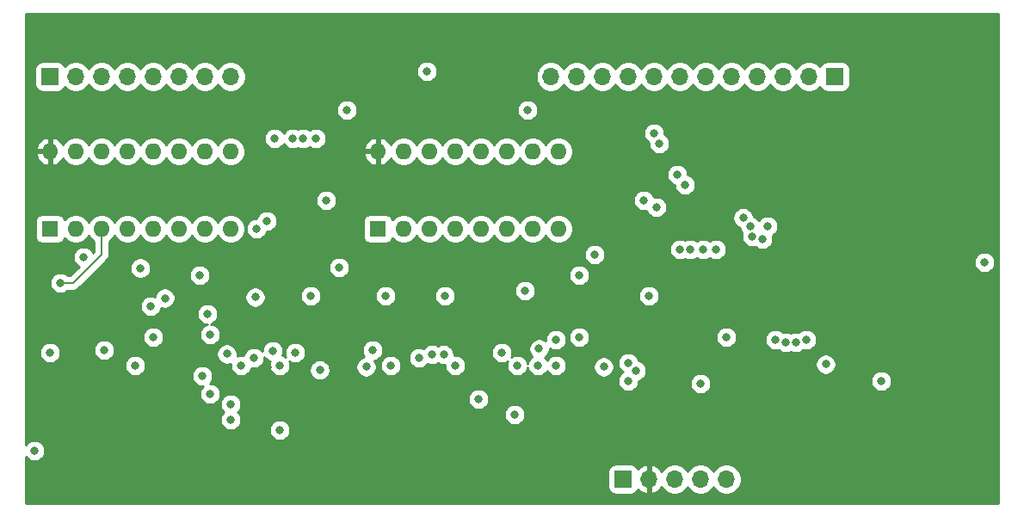
<source format=gbr>
%TF.GenerationSoftware,KiCad,Pcbnew,(5.1.10-1-10_14)*%
%TF.CreationDate,2021-11-15T09:00:54-05:00*%
%TF.ProjectId,FIFO-ram-buffer,4649464f-2d72-4616-9d2d-627566666572,rev?*%
%TF.SameCoordinates,Original*%
%TF.FileFunction,Copper,L3,Inr*%
%TF.FilePolarity,Positive*%
%FSLAX46Y46*%
G04 Gerber Fmt 4.6, Leading zero omitted, Abs format (unit mm)*
G04 Created by KiCad (PCBNEW (5.1.10-1-10_14)) date 2021-11-15 09:00:54*
%MOMM*%
%LPD*%
G01*
G04 APERTURE LIST*
%TA.AperFunction,ComponentPad*%
%ADD10O,1.700000X1.700000*%
%TD*%
%TA.AperFunction,ComponentPad*%
%ADD11R,1.700000X1.700000*%
%TD*%
%TA.AperFunction,ComponentPad*%
%ADD12O,1.600000X1.600000*%
%TD*%
%TA.AperFunction,ComponentPad*%
%ADD13R,1.600000X1.600000*%
%TD*%
%TA.AperFunction,ViaPad*%
%ADD14C,0.800000*%
%TD*%
%TA.AperFunction,Conductor*%
%ADD15C,0.200000*%
%TD*%
%TA.AperFunction,Conductor*%
%ADD16C,0.254000*%
%TD*%
%TA.AperFunction,Conductor*%
%ADD17C,0.100000*%
%TD*%
G04 APERTURE END LIST*
D10*
%TO.N,BUS0*%
%TO.C,J3*%
X117856000Y-107188000D03*
%TO.N,BUS1*%
X120396000Y-107188000D03*
%TO.N,BUS2*%
X122936000Y-107188000D03*
%TO.N,BUS3*%
X125476000Y-107188000D03*
%TO.N,BUS4*%
X128016000Y-107188000D03*
%TO.N,BUS5*%
X130556000Y-107188000D03*
%TO.N,BUS6*%
X133096000Y-107188000D03*
%TO.N,BUS7*%
X135636000Y-107188000D03*
%TO.N,STATUS0*%
X138176000Y-107188000D03*
%TO.N,STATUS1*%
X140716000Y-107188000D03*
%TO.N,STATUS2*%
X143256000Y-107188000D03*
D11*
%TO.N,STATUS3*%
X145796000Y-107188000D03*
%TD*%
D12*
%TO.N,VCC*%
%TO.C,U7*%
X100838000Y-114554000D03*
%TO.N,GND*%
X118618000Y-122174000D03*
%TO.N,Net-(U3-Pad7)*%
X103378000Y-114554000D03*
%TO.N,Net-(U2-Pad9)*%
X116078000Y-122174000D03*
%TO.N,Net-(U3-Pad9)*%
X105918000Y-114554000D03*
%TO.N,INPUT5*%
X113538000Y-122174000D03*
%TO.N,Net-(U3-Pad12)*%
X108458000Y-114554000D03*
%TO.N,Net-(U2-Pad5)*%
X110998000Y-122174000D03*
%TO.N,INPUT7*%
X110998000Y-114554000D03*
%TO.N,INPUT4*%
X108458000Y-122174000D03*
%TO.N,Net-(U2-Pad13)*%
X113538000Y-114554000D03*
%TO.N,~WE*%
X105918000Y-122174000D03*
%TO.N,INPUT6*%
X116078000Y-114554000D03*
%TO.N,GND*%
X103378000Y-122174000D03*
%TO.N,Net-(U2-Pad11)*%
X118618000Y-114554000D03*
D13*
%TO.N,Net-(U3-Pad4)*%
X100838000Y-122174000D03*
%TD*%
D12*
%TO.N,VCC*%
%TO.C,U5*%
X68580000Y-114554000D03*
%TO.N,GND*%
X86360000Y-122174000D03*
%TO.N,Net-(U3-Pad7)*%
X71120000Y-114554000D03*
%TO.N,Net-(U1-Pad1)*%
X83820000Y-122174000D03*
%TO.N,Net-(U3-Pad9)*%
X73660000Y-114554000D03*
%TO.N,INPUT1*%
X81280000Y-122174000D03*
%TO.N,Net-(U3-Pad12)*%
X76200000Y-114554000D03*
%TO.N,Net-(U1-Pad3)*%
X78740000Y-122174000D03*
%TO.N,INPUT3*%
X78740000Y-114554000D03*
%TO.N,INPUT0*%
X76200000Y-122174000D03*
%TO.N,Net-(U1-Pad13)*%
X81280000Y-114554000D03*
%TO.N,~WE*%
X73660000Y-122174000D03*
%TO.N,INPUT2*%
X83820000Y-114554000D03*
%TO.N,GND*%
X71120000Y-122174000D03*
%TO.N,Net-(U1-Pad11)*%
X86360000Y-114554000D03*
D13*
%TO.N,Net-(U3-Pad4)*%
X68580000Y-122174000D03*
%TD*%
D10*
%TO.N,INPUT7*%
%TO.C,J2*%
X86360000Y-107188000D03*
%TO.N,INPUT6*%
X83820000Y-107188000D03*
%TO.N,INPUT5*%
X81280000Y-107188000D03*
%TO.N,INPUT4*%
X78740000Y-107188000D03*
%TO.N,INPUT3*%
X76200000Y-107188000D03*
%TO.N,INPUT2*%
X73660000Y-107188000D03*
%TO.N,INPUT1*%
X71120000Y-107188000D03*
D11*
%TO.N,INPUT0*%
X68580000Y-107188000D03*
%TD*%
D10*
%TO.N,OUTPUT_STATUS*%
%TO.C,J1*%
X135128000Y-146812000D03*
%TO.N,READ*%
X132588000Y-146812000D03*
%TO.N,WRITE*%
X130048000Y-146812000D03*
%TO.N,VCC*%
X127508000Y-146812000D03*
D11*
%TO.N,GND*%
X124968000Y-146812000D03*
%TD*%
D14*
%TO.N,Net-(U1-Pad8)*%
X89916000Y-121412000D03*
X120650000Y-126746000D03*
%TO.N,Net-(U1-Pad6)*%
X97028000Y-125984000D03*
X115316000Y-128270000D03*
%TO.N,VCC*%
X121920000Y-115062000D03*
X101957500Y-108307500D03*
X89138168Y-114823832D03*
X128592500Y-115247500D03*
X128524000Y-117856000D03*
X77216000Y-129794000D03*
X93980000Y-126238000D03*
X86233000Y-128905000D03*
X99822000Y-128778000D03*
X103632000Y-135636000D03*
X114046000Y-129286000D03*
X121666000Y-135636000D03*
X127254000Y-132842000D03*
X138176000Y-129794000D03*
X137922000Y-136906000D03*
X72390000Y-143510000D03*
X90032717Y-135814417D03*
%TO.N,Net-(U3-Pad12)*%
X77470000Y-126045990D03*
%TO.N,GND*%
X95758000Y-119380000D03*
X139192000Y-121920000D03*
X105664000Y-106680000D03*
X128258970Y-120057979D03*
X83566000Y-136652000D03*
X86360000Y-139446000D03*
X88773000Y-128905000D03*
X94234000Y-128778000D03*
X99695000Y-135763000D03*
X108458000Y-135636000D03*
X107442000Y-128778000D03*
X123063000Y-135763000D03*
X144911000Y-135505000D03*
X150368000Y-137160000D03*
X67056000Y-144018000D03*
X68580000Y-134366000D03*
X78486000Y-129794000D03*
X95133283Y-136082010D03*
X101600000Y-128778000D03*
X132588000Y-137414000D03*
X127508000Y-128778000D03*
X160528000Y-125476008D03*
%TO.N,Net-(C1-Pad1)*%
X84074000Y-130556000D03*
X73914000Y-134112000D03*
%TO.N,OUTPUT_STATUS*%
X135128000Y-132842000D03*
%TO.N,READ*%
X91186000Y-135636000D03*
X97790000Y-110490000D03*
X91186000Y-141986000D03*
%TO.N,WRITE*%
X76962000Y-135636000D03*
X110744000Y-138938000D03*
X104888982Y-134860982D03*
%TO.N,STATUS0*%
X139954000Y-133096000D03*
%TO.N,STATUS1*%
X140970000Y-133350000D03*
%TO.N,STATUS2*%
X141986000Y-133350000D03*
%TO.N,STATUS3*%
X143002000Y-133096000D03*
%TO.N,~WE*%
X69596000Y-127508000D03*
%TO.N,RAM1*%
X131572000Y-124206000D03*
X93472000Y-113284000D03*
%TO.N,RAM0*%
X130556000Y-124206000D03*
X94742000Y-113284000D03*
%TO.N,W3*%
X88900000Y-122174000D03*
X79888990Y-129004040D03*
X78740000Y-132842000D03*
X107315000Y-134558010D03*
%TO.N,W2*%
X84328000Y-132588000D03*
X106172000Y-134558010D03*
%TO.N,W1*%
X85979000Y-134493000D03*
X100330000Y-134112000D03*
%TO.N,W0*%
X88646000Y-134874000D03*
X102108000Y-135636000D03*
%TO.N,RAM7*%
X128016000Y-112776000D03*
X136778180Y-121096010D03*
%TO.N,RAM6*%
X128524000Y-113792000D03*
X137465992Y-121912178D03*
%TO.N,RAM5*%
X137668000Y-122936000D03*
X131064000Y-117856000D03*
%TO.N,RAM4*%
X127000000Y-119380000D03*
X138684000Y-123190000D03*
%TO.N,RAM3*%
X134112000Y-124206000D03*
X90678000Y-113284000D03*
%TO.N,RAM2*%
X132842000Y-124206000D03*
X92456000Y-113284000D03*
%TO.N,R3*%
X92710000Y-134366000D03*
X90489732Y-134177083D03*
X113030000Y-134366000D03*
X116696047Y-133975918D03*
%TO.N,R1*%
X84328000Y-138430000D03*
X87376000Y-135636000D03*
X86360000Y-140970000D03*
X114300000Y-140462000D03*
X116586000Y-135636000D03*
%TO.N,DATACOUNT2*%
X118364000Y-133096000D03*
X125491832Y-135366168D03*
%TO.N,DATACOUNT0*%
X118364000Y-135636000D03*
X125476000Y-137160000D03*
%TO.N,DATACOUNT1*%
X114554000Y-135636000D03*
X126238000Y-136144000D03*
%TO.N,Net-(Q3-Pad3)*%
X130313000Y-116829000D03*
X115570000Y-110490000D03*
%TO.N,Net-(U2-Pad2)*%
X122174000Y-124714000D03*
X120650000Y-132842000D03*
%TO.N,Net-(U3-Pad9)*%
X83312000Y-126746000D03*
%TO.N,Net-(U3-Pad7)*%
X71882000Y-124968000D03*
%TD*%
D15*
%TO.N,~WE*%
X73660000Y-122174000D02*
X73660000Y-124714000D01*
X70866000Y-127508000D02*
X69596000Y-127508000D01*
X73660000Y-124714000D02*
X70866000Y-127508000D01*
%TD*%
D16*
%TO.N,VCC*%
X161900000Y-149200000D02*
X66192000Y-149200000D01*
X66192000Y-145962000D01*
X123479928Y-145962000D01*
X123479928Y-147662000D01*
X123492188Y-147786482D01*
X123528498Y-147906180D01*
X123587463Y-148016494D01*
X123666815Y-148113185D01*
X123763506Y-148192537D01*
X123873820Y-148251502D01*
X123993518Y-148287812D01*
X124118000Y-148300072D01*
X125818000Y-148300072D01*
X125942482Y-148287812D01*
X126062180Y-148251502D01*
X126172494Y-148192537D01*
X126269185Y-148113185D01*
X126348537Y-148016494D01*
X126407502Y-147906180D01*
X126431966Y-147825534D01*
X126507731Y-147909588D01*
X126741080Y-148083641D01*
X127003901Y-148208825D01*
X127151110Y-148253476D01*
X127381000Y-148132155D01*
X127381000Y-146939000D01*
X127361000Y-146939000D01*
X127361000Y-146685000D01*
X127381000Y-146685000D01*
X127381000Y-145491845D01*
X127635000Y-145491845D01*
X127635000Y-146685000D01*
X127655000Y-146685000D01*
X127655000Y-146939000D01*
X127635000Y-146939000D01*
X127635000Y-148132155D01*
X127864890Y-148253476D01*
X128012099Y-148208825D01*
X128274920Y-148083641D01*
X128508269Y-147909588D01*
X128703178Y-147693355D01*
X128772805Y-147576466D01*
X128894525Y-147758632D01*
X129101368Y-147965475D01*
X129344589Y-148127990D01*
X129614842Y-148239932D01*
X129901740Y-148297000D01*
X130194260Y-148297000D01*
X130481158Y-148239932D01*
X130751411Y-148127990D01*
X130994632Y-147965475D01*
X131201475Y-147758632D01*
X131318000Y-147584240D01*
X131434525Y-147758632D01*
X131641368Y-147965475D01*
X131884589Y-148127990D01*
X132154842Y-148239932D01*
X132441740Y-148297000D01*
X132734260Y-148297000D01*
X133021158Y-148239932D01*
X133291411Y-148127990D01*
X133534632Y-147965475D01*
X133741475Y-147758632D01*
X133858000Y-147584240D01*
X133974525Y-147758632D01*
X134181368Y-147965475D01*
X134424589Y-148127990D01*
X134694842Y-148239932D01*
X134981740Y-148297000D01*
X135274260Y-148297000D01*
X135561158Y-148239932D01*
X135831411Y-148127990D01*
X136074632Y-147965475D01*
X136281475Y-147758632D01*
X136443990Y-147515411D01*
X136555932Y-147245158D01*
X136613000Y-146958260D01*
X136613000Y-146665740D01*
X136555932Y-146378842D01*
X136443990Y-146108589D01*
X136281475Y-145865368D01*
X136074632Y-145658525D01*
X135831411Y-145496010D01*
X135561158Y-145384068D01*
X135274260Y-145327000D01*
X134981740Y-145327000D01*
X134694842Y-145384068D01*
X134424589Y-145496010D01*
X134181368Y-145658525D01*
X133974525Y-145865368D01*
X133858000Y-146039760D01*
X133741475Y-145865368D01*
X133534632Y-145658525D01*
X133291411Y-145496010D01*
X133021158Y-145384068D01*
X132734260Y-145327000D01*
X132441740Y-145327000D01*
X132154842Y-145384068D01*
X131884589Y-145496010D01*
X131641368Y-145658525D01*
X131434525Y-145865368D01*
X131318000Y-146039760D01*
X131201475Y-145865368D01*
X130994632Y-145658525D01*
X130751411Y-145496010D01*
X130481158Y-145384068D01*
X130194260Y-145327000D01*
X129901740Y-145327000D01*
X129614842Y-145384068D01*
X129344589Y-145496010D01*
X129101368Y-145658525D01*
X128894525Y-145865368D01*
X128772805Y-146047534D01*
X128703178Y-145930645D01*
X128508269Y-145714412D01*
X128274920Y-145540359D01*
X128012099Y-145415175D01*
X127864890Y-145370524D01*
X127635000Y-145491845D01*
X127381000Y-145491845D01*
X127151110Y-145370524D01*
X127003901Y-145415175D01*
X126741080Y-145540359D01*
X126507731Y-145714412D01*
X126431966Y-145798466D01*
X126407502Y-145717820D01*
X126348537Y-145607506D01*
X126269185Y-145510815D01*
X126172494Y-145431463D01*
X126062180Y-145372498D01*
X125942482Y-145336188D01*
X125818000Y-145323928D01*
X124118000Y-145323928D01*
X123993518Y-145336188D01*
X123873820Y-145372498D01*
X123763506Y-145431463D01*
X123666815Y-145510815D01*
X123587463Y-145607506D01*
X123528498Y-145717820D01*
X123492188Y-145837518D01*
X123479928Y-145962000D01*
X66192000Y-145962000D01*
X66192000Y-144587883D01*
X66252063Y-144677774D01*
X66396226Y-144821937D01*
X66565744Y-144935205D01*
X66754102Y-145013226D01*
X66954061Y-145053000D01*
X67157939Y-145053000D01*
X67357898Y-145013226D01*
X67546256Y-144935205D01*
X67715774Y-144821937D01*
X67859937Y-144677774D01*
X67973205Y-144508256D01*
X68051226Y-144319898D01*
X68091000Y-144119939D01*
X68091000Y-143916061D01*
X68051226Y-143716102D01*
X67973205Y-143527744D01*
X67859937Y-143358226D01*
X67715774Y-143214063D01*
X67546256Y-143100795D01*
X67357898Y-143022774D01*
X67157939Y-142983000D01*
X66954061Y-142983000D01*
X66754102Y-143022774D01*
X66565744Y-143100795D01*
X66396226Y-143214063D01*
X66252063Y-143358226D01*
X66192000Y-143448117D01*
X66192000Y-135534061D01*
X75927000Y-135534061D01*
X75927000Y-135737939D01*
X75966774Y-135937898D01*
X76044795Y-136126256D01*
X76158063Y-136295774D01*
X76302226Y-136439937D01*
X76471744Y-136553205D01*
X76660102Y-136631226D01*
X76860061Y-136671000D01*
X77063939Y-136671000D01*
X77263898Y-136631226D01*
X77452256Y-136553205D01*
X77456961Y-136550061D01*
X82531000Y-136550061D01*
X82531000Y-136753939D01*
X82570774Y-136953898D01*
X82648795Y-137142256D01*
X82762063Y-137311774D01*
X82906226Y-137455937D01*
X83075744Y-137569205D01*
X83264102Y-137647226D01*
X83464061Y-137687000D01*
X83607289Y-137687000D01*
X83524063Y-137770226D01*
X83410795Y-137939744D01*
X83332774Y-138128102D01*
X83293000Y-138328061D01*
X83293000Y-138531939D01*
X83332774Y-138731898D01*
X83410795Y-138920256D01*
X83524063Y-139089774D01*
X83668226Y-139233937D01*
X83837744Y-139347205D01*
X84026102Y-139425226D01*
X84226061Y-139465000D01*
X84429939Y-139465000D01*
X84629898Y-139425226D01*
X84818256Y-139347205D01*
X84822961Y-139344061D01*
X85325000Y-139344061D01*
X85325000Y-139547939D01*
X85364774Y-139747898D01*
X85442795Y-139936256D01*
X85556063Y-140105774D01*
X85658289Y-140208000D01*
X85556063Y-140310226D01*
X85442795Y-140479744D01*
X85364774Y-140668102D01*
X85325000Y-140868061D01*
X85325000Y-141071939D01*
X85364774Y-141271898D01*
X85442795Y-141460256D01*
X85556063Y-141629774D01*
X85700226Y-141773937D01*
X85869744Y-141887205D01*
X86058102Y-141965226D01*
X86258061Y-142005000D01*
X86461939Y-142005000D01*
X86661898Y-141965226D01*
X86850256Y-141887205D01*
X86854961Y-141884061D01*
X90151000Y-141884061D01*
X90151000Y-142087939D01*
X90190774Y-142287898D01*
X90268795Y-142476256D01*
X90382063Y-142645774D01*
X90526226Y-142789937D01*
X90695744Y-142903205D01*
X90884102Y-142981226D01*
X91084061Y-143021000D01*
X91287939Y-143021000D01*
X91487898Y-142981226D01*
X91676256Y-142903205D01*
X91845774Y-142789937D01*
X91989937Y-142645774D01*
X92103205Y-142476256D01*
X92181226Y-142287898D01*
X92221000Y-142087939D01*
X92221000Y-141884061D01*
X92181226Y-141684102D01*
X92103205Y-141495744D01*
X91989937Y-141326226D01*
X91845774Y-141182063D01*
X91676256Y-141068795D01*
X91487898Y-140990774D01*
X91287939Y-140951000D01*
X91084061Y-140951000D01*
X90884102Y-140990774D01*
X90695744Y-141068795D01*
X90526226Y-141182063D01*
X90382063Y-141326226D01*
X90268795Y-141495744D01*
X90190774Y-141684102D01*
X90151000Y-141884061D01*
X86854961Y-141884061D01*
X87019774Y-141773937D01*
X87163937Y-141629774D01*
X87277205Y-141460256D01*
X87355226Y-141271898D01*
X87395000Y-141071939D01*
X87395000Y-140868061D01*
X87355226Y-140668102D01*
X87277205Y-140479744D01*
X87197236Y-140360061D01*
X113265000Y-140360061D01*
X113265000Y-140563939D01*
X113304774Y-140763898D01*
X113382795Y-140952256D01*
X113496063Y-141121774D01*
X113640226Y-141265937D01*
X113809744Y-141379205D01*
X113998102Y-141457226D01*
X114198061Y-141497000D01*
X114401939Y-141497000D01*
X114601898Y-141457226D01*
X114790256Y-141379205D01*
X114959774Y-141265937D01*
X115103937Y-141121774D01*
X115217205Y-140952256D01*
X115295226Y-140763898D01*
X115335000Y-140563939D01*
X115335000Y-140360061D01*
X115295226Y-140160102D01*
X115217205Y-139971744D01*
X115103937Y-139802226D01*
X114959774Y-139658063D01*
X114790256Y-139544795D01*
X114601898Y-139466774D01*
X114401939Y-139427000D01*
X114198061Y-139427000D01*
X113998102Y-139466774D01*
X113809744Y-139544795D01*
X113640226Y-139658063D01*
X113496063Y-139802226D01*
X113382795Y-139971744D01*
X113304774Y-140160102D01*
X113265000Y-140360061D01*
X87197236Y-140360061D01*
X87163937Y-140310226D01*
X87061711Y-140208000D01*
X87163937Y-140105774D01*
X87277205Y-139936256D01*
X87355226Y-139747898D01*
X87395000Y-139547939D01*
X87395000Y-139344061D01*
X87355226Y-139144102D01*
X87277205Y-138955744D01*
X87197236Y-138836061D01*
X109709000Y-138836061D01*
X109709000Y-139039939D01*
X109748774Y-139239898D01*
X109826795Y-139428256D01*
X109940063Y-139597774D01*
X110084226Y-139741937D01*
X110253744Y-139855205D01*
X110442102Y-139933226D01*
X110642061Y-139973000D01*
X110845939Y-139973000D01*
X111045898Y-139933226D01*
X111234256Y-139855205D01*
X111403774Y-139741937D01*
X111547937Y-139597774D01*
X111661205Y-139428256D01*
X111739226Y-139239898D01*
X111779000Y-139039939D01*
X111779000Y-138836061D01*
X111739226Y-138636102D01*
X111661205Y-138447744D01*
X111547937Y-138278226D01*
X111403774Y-138134063D01*
X111234256Y-138020795D01*
X111045898Y-137942774D01*
X110845939Y-137903000D01*
X110642061Y-137903000D01*
X110442102Y-137942774D01*
X110253744Y-138020795D01*
X110084226Y-138134063D01*
X109940063Y-138278226D01*
X109826795Y-138447744D01*
X109748774Y-138636102D01*
X109709000Y-138836061D01*
X87197236Y-138836061D01*
X87163937Y-138786226D01*
X87019774Y-138642063D01*
X86850256Y-138528795D01*
X86661898Y-138450774D01*
X86461939Y-138411000D01*
X86258061Y-138411000D01*
X86058102Y-138450774D01*
X85869744Y-138528795D01*
X85700226Y-138642063D01*
X85556063Y-138786226D01*
X85442795Y-138955744D01*
X85364774Y-139144102D01*
X85325000Y-139344061D01*
X84822961Y-139344061D01*
X84987774Y-139233937D01*
X85131937Y-139089774D01*
X85245205Y-138920256D01*
X85323226Y-138731898D01*
X85363000Y-138531939D01*
X85363000Y-138328061D01*
X85323226Y-138128102D01*
X85245205Y-137939744D01*
X85131937Y-137770226D01*
X84987774Y-137626063D01*
X84818256Y-137512795D01*
X84629898Y-137434774D01*
X84429939Y-137395000D01*
X84286711Y-137395000D01*
X84369937Y-137311774D01*
X84483205Y-137142256D01*
X84561226Y-136953898D01*
X84601000Y-136753939D01*
X84601000Y-136550061D01*
X84561226Y-136350102D01*
X84483205Y-136161744D01*
X84369937Y-135992226D01*
X84225774Y-135848063D01*
X84056256Y-135734795D01*
X83867898Y-135656774D01*
X83667939Y-135617000D01*
X83464061Y-135617000D01*
X83264102Y-135656774D01*
X83075744Y-135734795D01*
X82906226Y-135848063D01*
X82762063Y-135992226D01*
X82648795Y-136161744D01*
X82570774Y-136350102D01*
X82531000Y-136550061D01*
X77456961Y-136550061D01*
X77621774Y-136439937D01*
X77765937Y-136295774D01*
X77879205Y-136126256D01*
X77957226Y-135937898D01*
X77997000Y-135737939D01*
X77997000Y-135534061D01*
X77957226Y-135334102D01*
X77879205Y-135145744D01*
X77765937Y-134976226D01*
X77621774Y-134832063D01*
X77452256Y-134718795D01*
X77263898Y-134640774D01*
X77063939Y-134601000D01*
X76860061Y-134601000D01*
X76660102Y-134640774D01*
X76471744Y-134718795D01*
X76302226Y-134832063D01*
X76158063Y-134976226D01*
X76044795Y-135145744D01*
X75966774Y-135334102D01*
X75927000Y-135534061D01*
X66192000Y-135534061D01*
X66192000Y-134264061D01*
X67545000Y-134264061D01*
X67545000Y-134467939D01*
X67584774Y-134667898D01*
X67662795Y-134856256D01*
X67776063Y-135025774D01*
X67920226Y-135169937D01*
X68089744Y-135283205D01*
X68278102Y-135361226D01*
X68478061Y-135401000D01*
X68681939Y-135401000D01*
X68881898Y-135361226D01*
X69070256Y-135283205D01*
X69239774Y-135169937D01*
X69383937Y-135025774D01*
X69497205Y-134856256D01*
X69575226Y-134667898D01*
X69615000Y-134467939D01*
X69615000Y-134264061D01*
X69575226Y-134064102D01*
X69552842Y-134010061D01*
X72879000Y-134010061D01*
X72879000Y-134213939D01*
X72918774Y-134413898D01*
X72996795Y-134602256D01*
X73110063Y-134771774D01*
X73254226Y-134915937D01*
X73423744Y-135029205D01*
X73612102Y-135107226D01*
X73812061Y-135147000D01*
X74015939Y-135147000D01*
X74215898Y-135107226D01*
X74404256Y-135029205D01*
X74573774Y-134915937D01*
X74717937Y-134771774D01*
X74831205Y-134602256D01*
X74909226Y-134413898D01*
X74913768Y-134391061D01*
X84944000Y-134391061D01*
X84944000Y-134594939D01*
X84983774Y-134794898D01*
X85061795Y-134983256D01*
X85175063Y-135152774D01*
X85319226Y-135296937D01*
X85488744Y-135410205D01*
X85677102Y-135488226D01*
X85877061Y-135528000D01*
X86080939Y-135528000D01*
X86280898Y-135488226D01*
X86356332Y-135456980D01*
X86341000Y-135534061D01*
X86341000Y-135737939D01*
X86380774Y-135937898D01*
X86458795Y-136126256D01*
X86572063Y-136295774D01*
X86716226Y-136439937D01*
X86885744Y-136553205D01*
X87074102Y-136631226D01*
X87274061Y-136671000D01*
X87477939Y-136671000D01*
X87677898Y-136631226D01*
X87866256Y-136553205D01*
X88035774Y-136439937D01*
X88179937Y-136295774D01*
X88293205Y-136126256D01*
X88371226Y-135937898D01*
X88383333Y-135877030D01*
X88544061Y-135909000D01*
X88747939Y-135909000D01*
X88947898Y-135869226D01*
X89136256Y-135791205D01*
X89305774Y-135677937D01*
X89449937Y-135533774D01*
X89563205Y-135364256D01*
X89641226Y-135175898D01*
X89681000Y-134975939D01*
X89681000Y-134829681D01*
X89685795Y-134836857D01*
X89829958Y-134981020D01*
X89999476Y-135094288D01*
X90187834Y-135172309D01*
X90252466Y-135185165D01*
X90190774Y-135334102D01*
X90151000Y-135534061D01*
X90151000Y-135737939D01*
X90190774Y-135937898D01*
X90268795Y-136126256D01*
X90382063Y-136295774D01*
X90526226Y-136439937D01*
X90695744Y-136553205D01*
X90884102Y-136631226D01*
X91084061Y-136671000D01*
X91287939Y-136671000D01*
X91487898Y-136631226D01*
X91676256Y-136553205D01*
X91845774Y-136439937D01*
X91989937Y-136295774D01*
X92103205Y-136126256D01*
X92163757Y-135980071D01*
X94098283Y-135980071D01*
X94098283Y-136183949D01*
X94138057Y-136383908D01*
X94216078Y-136572266D01*
X94329346Y-136741784D01*
X94473509Y-136885947D01*
X94643027Y-136999215D01*
X94831385Y-137077236D01*
X95031344Y-137117010D01*
X95235222Y-137117010D01*
X95435181Y-137077236D01*
X95481473Y-137058061D01*
X124441000Y-137058061D01*
X124441000Y-137261939D01*
X124480774Y-137461898D01*
X124558795Y-137650256D01*
X124672063Y-137819774D01*
X124816226Y-137963937D01*
X124985744Y-138077205D01*
X125174102Y-138155226D01*
X125374061Y-138195000D01*
X125577939Y-138195000D01*
X125777898Y-138155226D01*
X125966256Y-138077205D01*
X126135774Y-137963937D01*
X126279937Y-137819774D01*
X126393205Y-137650256D01*
X126471226Y-137461898D01*
X126501030Y-137312061D01*
X131553000Y-137312061D01*
X131553000Y-137515939D01*
X131592774Y-137715898D01*
X131670795Y-137904256D01*
X131784063Y-138073774D01*
X131928226Y-138217937D01*
X132097744Y-138331205D01*
X132286102Y-138409226D01*
X132486061Y-138449000D01*
X132689939Y-138449000D01*
X132889898Y-138409226D01*
X133078256Y-138331205D01*
X133247774Y-138217937D01*
X133391937Y-138073774D01*
X133505205Y-137904256D01*
X133583226Y-137715898D01*
X133623000Y-137515939D01*
X133623000Y-137312061D01*
X133583226Y-137112102D01*
X133560842Y-137058061D01*
X149333000Y-137058061D01*
X149333000Y-137261939D01*
X149372774Y-137461898D01*
X149450795Y-137650256D01*
X149564063Y-137819774D01*
X149708226Y-137963937D01*
X149877744Y-138077205D01*
X150066102Y-138155226D01*
X150266061Y-138195000D01*
X150469939Y-138195000D01*
X150669898Y-138155226D01*
X150858256Y-138077205D01*
X151027774Y-137963937D01*
X151171937Y-137819774D01*
X151285205Y-137650256D01*
X151363226Y-137461898D01*
X151403000Y-137261939D01*
X151403000Y-137058061D01*
X151363226Y-136858102D01*
X151285205Y-136669744D01*
X151171937Y-136500226D01*
X151027774Y-136356063D01*
X150858256Y-136242795D01*
X150669898Y-136164774D01*
X150469939Y-136125000D01*
X150266061Y-136125000D01*
X150066102Y-136164774D01*
X149877744Y-136242795D01*
X149708226Y-136356063D01*
X149564063Y-136500226D01*
X149450795Y-136669744D01*
X149372774Y-136858102D01*
X149333000Y-137058061D01*
X133560842Y-137058061D01*
X133505205Y-136923744D01*
X133391937Y-136754226D01*
X133247774Y-136610063D01*
X133078256Y-136496795D01*
X132889898Y-136418774D01*
X132689939Y-136379000D01*
X132486061Y-136379000D01*
X132286102Y-136418774D01*
X132097744Y-136496795D01*
X131928226Y-136610063D01*
X131784063Y-136754226D01*
X131670795Y-136923744D01*
X131592774Y-137112102D01*
X131553000Y-137312061D01*
X126501030Y-137312061D01*
X126511000Y-137261939D01*
X126511000Y-137144974D01*
X126539898Y-137139226D01*
X126728256Y-137061205D01*
X126897774Y-136947937D01*
X127041937Y-136803774D01*
X127155205Y-136634256D01*
X127233226Y-136445898D01*
X127273000Y-136245939D01*
X127273000Y-136042061D01*
X127233226Y-135842102D01*
X127155205Y-135653744D01*
X127041937Y-135484226D01*
X126960772Y-135403061D01*
X143876000Y-135403061D01*
X143876000Y-135606939D01*
X143915774Y-135806898D01*
X143993795Y-135995256D01*
X144107063Y-136164774D01*
X144251226Y-136308937D01*
X144420744Y-136422205D01*
X144609102Y-136500226D01*
X144809061Y-136540000D01*
X145012939Y-136540000D01*
X145212898Y-136500226D01*
X145401256Y-136422205D01*
X145570774Y-136308937D01*
X145714937Y-136164774D01*
X145828205Y-135995256D01*
X145906226Y-135806898D01*
X145946000Y-135606939D01*
X145946000Y-135403061D01*
X145906226Y-135203102D01*
X145828205Y-135014744D01*
X145714937Y-134845226D01*
X145570774Y-134701063D01*
X145401256Y-134587795D01*
X145212898Y-134509774D01*
X145012939Y-134470000D01*
X144809061Y-134470000D01*
X144609102Y-134509774D01*
X144420744Y-134587795D01*
X144251226Y-134701063D01*
X144107063Y-134845226D01*
X143993795Y-135014744D01*
X143915774Y-135203102D01*
X143876000Y-135403061D01*
X126960772Y-135403061D01*
X126897774Y-135340063D01*
X126728256Y-135226795D01*
X126539898Y-135148774D01*
X126502382Y-135141312D01*
X126487058Y-135064270D01*
X126409037Y-134875912D01*
X126295769Y-134706394D01*
X126151606Y-134562231D01*
X125982088Y-134448963D01*
X125793730Y-134370942D01*
X125593771Y-134331168D01*
X125389893Y-134331168D01*
X125189934Y-134370942D01*
X125001576Y-134448963D01*
X124832058Y-134562231D01*
X124687895Y-134706394D01*
X124574627Y-134875912D01*
X124496606Y-135064270D01*
X124456832Y-135264229D01*
X124456832Y-135468107D01*
X124496606Y-135668066D01*
X124574627Y-135856424D01*
X124687895Y-136025942D01*
X124832058Y-136170105D01*
X124963295Y-136257795D01*
X124816226Y-136356063D01*
X124672063Y-136500226D01*
X124558795Y-136669744D01*
X124480774Y-136858102D01*
X124441000Y-137058061D01*
X95481473Y-137058061D01*
X95623539Y-136999215D01*
X95793057Y-136885947D01*
X95937220Y-136741784D01*
X96050488Y-136572266D01*
X96128509Y-136383908D01*
X96168283Y-136183949D01*
X96168283Y-135980071D01*
X96128509Y-135780112D01*
X96079197Y-135661061D01*
X98660000Y-135661061D01*
X98660000Y-135864939D01*
X98699774Y-136064898D01*
X98777795Y-136253256D01*
X98891063Y-136422774D01*
X99035226Y-136566937D01*
X99204744Y-136680205D01*
X99393102Y-136758226D01*
X99593061Y-136798000D01*
X99796939Y-136798000D01*
X99996898Y-136758226D01*
X100185256Y-136680205D01*
X100354774Y-136566937D01*
X100498937Y-136422774D01*
X100612205Y-136253256D01*
X100690226Y-136064898D01*
X100730000Y-135864939D01*
X100730000Y-135661061D01*
X100704739Y-135534061D01*
X101073000Y-135534061D01*
X101073000Y-135737939D01*
X101112774Y-135937898D01*
X101190795Y-136126256D01*
X101304063Y-136295774D01*
X101448226Y-136439937D01*
X101617744Y-136553205D01*
X101806102Y-136631226D01*
X102006061Y-136671000D01*
X102209939Y-136671000D01*
X102409898Y-136631226D01*
X102598256Y-136553205D01*
X102767774Y-136439937D01*
X102911937Y-136295774D01*
X103025205Y-136126256D01*
X103103226Y-135937898D01*
X103143000Y-135737939D01*
X103143000Y-135534061D01*
X103103226Y-135334102D01*
X103025205Y-135145744D01*
X102911937Y-134976226D01*
X102767774Y-134832063D01*
X102658492Y-134759043D01*
X103853982Y-134759043D01*
X103853982Y-134962921D01*
X103893756Y-135162880D01*
X103971777Y-135351238D01*
X104085045Y-135520756D01*
X104229208Y-135664919D01*
X104398726Y-135778187D01*
X104587084Y-135856208D01*
X104787043Y-135895982D01*
X104990921Y-135895982D01*
X105190880Y-135856208D01*
X105379238Y-135778187D01*
X105548756Y-135664919D01*
X105692919Y-135520756D01*
X105714330Y-135488713D01*
X105870102Y-135553236D01*
X106070061Y-135593010D01*
X106273939Y-135593010D01*
X106473898Y-135553236D01*
X106662256Y-135475215D01*
X106743500Y-135420930D01*
X106824744Y-135475215D01*
X107013102Y-135553236D01*
X107213061Y-135593010D01*
X107416939Y-135593010D01*
X107423000Y-135591804D01*
X107423000Y-135737939D01*
X107462774Y-135937898D01*
X107540795Y-136126256D01*
X107654063Y-136295774D01*
X107798226Y-136439937D01*
X107967744Y-136553205D01*
X108156102Y-136631226D01*
X108356061Y-136671000D01*
X108559939Y-136671000D01*
X108759898Y-136631226D01*
X108948256Y-136553205D01*
X109117774Y-136439937D01*
X109261937Y-136295774D01*
X109375205Y-136126256D01*
X109453226Y-135937898D01*
X109493000Y-135737939D01*
X109493000Y-135534061D01*
X109453226Y-135334102D01*
X109375205Y-135145744D01*
X109261937Y-134976226D01*
X109117774Y-134832063D01*
X108948256Y-134718795D01*
X108759898Y-134640774D01*
X108559939Y-134601000D01*
X108356061Y-134601000D01*
X108350000Y-134602206D01*
X108350000Y-134456071D01*
X108311808Y-134264061D01*
X111995000Y-134264061D01*
X111995000Y-134467939D01*
X112034774Y-134667898D01*
X112112795Y-134856256D01*
X112226063Y-135025774D01*
X112370226Y-135169937D01*
X112539744Y-135283205D01*
X112728102Y-135361226D01*
X112928061Y-135401000D01*
X113131939Y-135401000D01*
X113331898Y-135361226D01*
X113520256Y-135283205D01*
X113602665Y-135228141D01*
X113558774Y-135334102D01*
X113519000Y-135534061D01*
X113519000Y-135737939D01*
X113558774Y-135937898D01*
X113636795Y-136126256D01*
X113750063Y-136295774D01*
X113894226Y-136439937D01*
X114063744Y-136553205D01*
X114252102Y-136631226D01*
X114452061Y-136671000D01*
X114655939Y-136671000D01*
X114855898Y-136631226D01*
X115044256Y-136553205D01*
X115213774Y-136439937D01*
X115357937Y-136295774D01*
X115471205Y-136126256D01*
X115549226Y-135937898D01*
X115570000Y-135833459D01*
X115590774Y-135937898D01*
X115668795Y-136126256D01*
X115782063Y-136295774D01*
X115926226Y-136439937D01*
X116095744Y-136553205D01*
X116284102Y-136631226D01*
X116484061Y-136671000D01*
X116687939Y-136671000D01*
X116887898Y-136631226D01*
X117076256Y-136553205D01*
X117245774Y-136439937D01*
X117389937Y-136295774D01*
X117475000Y-136168468D01*
X117560063Y-136295774D01*
X117704226Y-136439937D01*
X117873744Y-136553205D01*
X118062102Y-136631226D01*
X118262061Y-136671000D01*
X118465939Y-136671000D01*
X118665898Y-136631226D01*
X118854256Y-136553205D01*
X119023774Y-136439937D01*
X119167937Y-136295774D01*
X119281205Y-136126256D01*
X119359226Y-135937898D01*
X119399000Y-135737939D01*
X119399000Y-135661061D01*
X122028000Y-135661061D01*
X122028000Y-135864939D01*
X122067774Y-136064898D01*
X122145795Y-136253256D01*
X122259063Y-136422774D01*
X122403226Y-136566937D01*
X122572744Y-136680205D01*
X122761102Y-136758226D01*
X122961061Y-136798000D01*
X123164939Y-136798000D01*
X123364898Y-136758226D01*
X123553256Y-136680205D01*
X123722774Y-136566937D01*
X123866937Y-136422774D01*
X123980205Y-136253256D01*
X124058226Y-136064898D01*
X124098000Y-135864939D01*
X124098000Y-135661061D01*
X124058226Y-135461102D01*
X123980205Y-135272744D01*
X123866937Y-135103226D01*
X123722774Y-134959063D01*
X123553256Y-134845795D01*
X123364898Y-134767774D01*
X123164939Y-134728000D01*
X122961061Y-134728000D01*
X122761102Y-134767774D01*
X122572744Y-134845795D01*
X122403226Y-134959063D01*
X122259063Y-135103226D01*
X122145795Y-135272744D01*
X122067774Y-135461102D01*
X122028000Y-135661061D01*
X119399000Y-135661061D01*
X119399000Y-135534061D01*
X119359226Y-135334102D01*
X119281205Y-135145744D01*
X119167937Y-134976226D01*
X119023774Y-134832063D01*
X118854256Y-134718795D01*
X118665898Y-134640774D01*
X118465939Y-134601000D01*
X118262061Y-134601000D01*
X118062102Y-134640774D01*
X117873744Y-134718795D01*
X117704226Y-134832063D01*
X117560063Y-134976226D01*
X117475000Y-135103532D01*
X117389937Y-134976226D01*
X117258556Y-134844845D01*
X117355821Y-134779855D01*
X117499984Y-134635692D01*
X117613252Y-134466174D01*
X117691273Y-134277816D01*
X117731047Y-134077857D01*
X117731047Y-133917858D01*
X117873744Y-134013205D01*
X118062102Y-134091226D01*
X118262061Y-134131000D01*
X118465939Y-134131000D01*
X118665898Y-134091226D01*
X118854256Y-134013205D01*
X119023774Y-133899937D01*
X119167937Y-133755774D01*
X119281205Y-133586256D01*
X119359226Y-133397898D01*
X119399000Y-133197939D01*
X119399000Y-132994061D01*
X119359226Y-132794102D01*
X119336842Y-132740061D01*
X119615000Y-132740061D01*
X119615000Y-132943939D01*
X119654774Y-133143898D01*
X119732795Y-133332256D01*
X119846063Y-133501774D01*
X119990226Y-133645937D01*
X120159744Y-133759205D01*
X120348102Y-133837226D01*
X120548061Y-133877000D01*
X120751939Y-133877000D01*
X120951898Y-133837226D01*
X121140256Y-133759205D01*
X121309774Y-133645937D01*
X121453937Y-133501774D01*
X121567205Y-133332256D01*
X121645226Y-133143898D01*
X121685000Y-132943939D01*
X121685000Y-132740061D01*
X134093000Y-132740061D01*
X134093000Y-132943939D01*
X134132774Y-133143898D01*
X134210795Y-133332256D01*
X134324063Y-133501774D01*
X134468226Y-133645937D01*
X134637744Y-133759205D01*
X134826102Y-133837226D01*
X135026061Y-133877000D01*
X135229939Y-133877000D01*
X135429898Y-133837226D01*
X135618256Y-133759205D01*
X135787774Y-133645937D01*
X135931937Y-133501774D01*
X136045205Y-133332256D01*
X136123226Y-133143898D01*
X136153030Y-132994061D01*
X138919000Y-132994061D01*
X138919000Y-133197939D01*
X138958774Y-133397898D01*
X139036795Y-133586256D01*
X139150063Y-133755774D01*
X139294226Y-133899937D01*
X139463744Y-134013205D01*
X139652102Y-134091226D01*
X139852061Y-134131000D01*
X140055939Y-134131000D01*
X140248906Y-134092617D01*
X140310226Y-134153937D01*
X140479744Y-134267205D01*
X140668102Y-134345226D01*
X140868061Y-134385000D01*
X141071939Y-134385000D01*
X141271898Y-134345226D01*
X141460256Y-134267205D01*
X141478000Y-134255349D01*
X141495744Y-134267205D01*
X141684102Y-134345226D01*
X141884061Y-134385000D01*
X142087939Y-134385000D01*
X142287898Y-134345226D01*
X142476256Y-134267205D01*
X142645774Y-134153937D01*
X142707094Y-134092617D01*
X142900061Y-134131000D01*
X143103939Y-134131000D01*
X143303898Y-134091226D01*
X143492256Y-134013205D01*
X143661774Y-133899937D01*
X143805937Y-133755774D01*
X143919205Y-133586256D01*
X143997226Y-133397898D01*
X144037000Y-133197939D01*
X144037000Y-132994061D01*
X143997226Y-132794102D01*
X143919205Y-132605744D01*
X143805937Y-132436226D01*
X143661774Y-132292063D01*
X143492256Y-132178795D01*
X143303898Y-132100774D01*
X143103939Y-132061000D01*
X142900061Y-132061000D01*
X142700102Y-132100774D01*
X142511744Y-132178795D01*
X142342226Y-132292063D01*
X142280906Y-132353383D01*
X142087939Y-132315000D01*
X141884061Y-132315000D01*
X141684102Y-132354774D01*
X141495744Y-132432795D01*
X141478000Y-132444651D01*
X141460256Y-132432795D01*
X141271898Y-132354774D01*
X141071939Y-132315000D01*
X140868061Y-132315000D01*
X140675094Y-132353383D01*
X140613774Y-132292063D01*
X140444256Y-132178795D01*
X140255898Y-132100774D01*
X140055939Y-132061000D01*
X139852061Y-132061000D01*
X139652102Y-132100774D01*
X139463744Y-132178795D01*
X139294226Y-132292063D01*
X139150063Y-132436226D01*
X139036795Y-132605744D01*
X138958774Y-132794102D01*
X138919000Y-132994061D01*
X136153030Y-132994061D01*
X136163000Y-132943939D01*
X136163000Y-132740061D01*
X136123226Y-132540102D01*
X136045205Y-132351744D01*
X135931937Y-132182226D01*
X135787774Y-132038063D01*
X135618256Y-131924795D01*
X135429898Y-131846774D01*
X135229939Y-131807000D01*
X135026061Y-131807000D01*
X134826102Y-131846774D01*
X134637744Y-131924795D01*
X134468226Y-132038063D01*
X134324063Y-132182226D01*
X134210795Y-132351744D01*
X134132774Y-132540102D01*
X134093000Y-132740061D01*
X121685000Y-132740061D01*
X121645226Y-132540102D01*
X121567205Y-132351744D01*
X121453937Y-132182226D01*
X121309774Y-132038063D01*
X121140256Y-131924795D01*
X120951898Y-131846774D01*
X120751939Y-131807000D01*
X120548061Y-131807000D01*
X120348102Y-131846774D01*
X120159744Y-131924795D01*
X119990226Y-132038063D01*
X119846063Y-132182226D01*
X119732795Y-132351744D01*
X119654774Y-132540102D01*
X119615000Y-132740061D01*
X119336842Y-132740061D01*
X119281205Y-132605744D01*
X119167937Y-132436226D01*
X119023774Y-132292063D01*
X118854256Y-132178795D01*
X118665898Y-132100774D01*
X118465939Y-132061000D01*
X118262061Y-132061000D01*
X118062102Y-132100774D01*
X117873744Y-132178795D01*
X117704226Y-132292063D01*
X117560063Y-132436226D01*
X117446795Y-132605744D01*
X117368774Y-132794102D01*
X117329000Y-132994061D01*
X117329000Y-133154060D01*
X117186303Y-133058713D01*
X116997945Y-132980692D01*
X116797986Y-132940918D01*
X116594108Y-132940918D01*
X116394149Y-132980692D01*
X116205791Y-133058713D01*
X116036273Y-133171981D01*
X115892110Y-133316144D01*
X115778842Y-133485662D01*
X115700821Y-133674020D01*
X115661047Y-133873979D01*
X115661047Y-134077857D01*
X115700821Y-134277816D01*
X115778842Y-134466174D01*
X115892110Y-134635692D01*
X116023491Y-134767073D01*
X115926226Y-134832063D01*
X115782063Y-134976226D01*
X115668795Y-135145744D01*
X115590774Y-135334102D01*
X115570000Y-135438541D01*
X115549226Y-135334102D01*
X115471205Y-135145744D01*
X115357937Y-134976226D01*
X115213774Y-134832063D01*
X115044256Y-134718795D01*
X114855898Y-134640774D01*
X114655939Y-134601000D01*
X114452061Y-134601000D01*
X114252102Y-134640774D01*
X114063744Y-134718795D01*
X113981335Y-134773859D01*
X114025226Y-134667898D01*
X114065000Y-134467939D01*
X114065000Y-134264061D01*
X114025226Y-134064102D01*
X113947205Y-133875744D01*
X113833937Y-133706226D01*
X113689774Y-133562063D01*
X113520256Y-133448795D01*
X113331898Y-133370774D01*
X113131939Y-133331000D01*
X112928061Y-133331000D01*
X112728102Y-133370774D01*
X112539744Y-133448795D01*
X112370226Y-133562063D01*
X112226063Y-133706226D01*
X112112795Y-133875744D01*
X112034774Y-134064102D01*
X111995000Y-134264061D01*
X108311808Y-134264061D01*
X108310226Y-134256112D01*
X108232205Y-134067754D01*
X108118937Y-133898236D01*
X107974774Y-133754073D01*
X107805256Y-133640805D01*
X107616898Y-133562784D01*
X107416939Y-133523010D01*
X107213061Y-133523010D01*
X107013102Y-133562784D01*
X106824744Y-133640805D01*
X106743500Y-133695090D01*
X106662256Y-133640805D01*
X106473898Y-133562784D01*
X106273939Y-133523010D01*
X106070061Y-133523010D01*
X105870102Y-133562784D01*
X105681744Y-133640805D01*
X105512226Y-133754073D01*
X105368063Y-133898236D01*
X105346652Y-133930279D01*
X105190880Y-133865756D01*
X104990921Y-133825982D01*
X104787043Y-133825982D01*
X104587084Y-133865756D01*
X104398726Y-133943777D01*
X104229208Y-134057045D01*
X104085045Y-134201208D01*
X103971777Y-134370726D01*
X103893756Y-134559084D01*
X103853982Y-134759043D01*
X102658492Y-134759043D01*
X102598256Y-134718795D01*
X102409898Y-134640774D01*
X102209939Y-134601000D01*
X102006061Y-134601000D01*
X101806102Y-134640774D01*
X101617744Y-134718795D01*
X101448226Y-134832063D01*
X101304063Y-134976226D01*
X101190795Y-135145744D01*
X101112774Y-135334102D01*
X101073000Y-135534061D01*
X100704739Y-135534061D01*
X100690226Y-135461102D01*
X100612205Y-135272744D01*
X100516895Y-135130101D01*
X100631898Y-135107226D01*
X100820256Y-135029205D01*
X100989774Y-134915937D01*
X101133937Y-134771774D01*
X101247205Y-134602256D01*
X101325226Y-134413898D01*
X101365000Y-134213939D01*
X101365000Y-134010061D01*
X101325226Y-133810102D01*
X101247205Y-133621744D01*
X101133937Y-133452226D01*
X100989774Y-133308063D01*
X100820256Y-133194795D01*
X100631898Y-133116774D01*
X100431939Y-133077000D01*
X100228061Y-133077000D01*
X100028102Y-133116774D01*
X99839744Y-133194795D01*
X99670226Y-133308063D01*
X99526063Y-133452226D01*
X99412795Y-133621744D01*
X99334774Y-133810102D01*
X99295000Y-134010061D01*
X99295000Y-134213939D01*
X99334774Y-134413898D01*
X99412795Y-134602256D01*
X99508105Y-134744899D01*
X99393102Y-134767774D01*
X99204744Y-134845795D01*
X99035226Y-134959063D01*
X98891063Y-135103226D01*
X98777795Y-135272744D01*
X98699774Y-135461102D01*
X98660000Y-135661061D01*
X96079197Y-135661061D01*
X96050488Y-135591754D01*
X95937220Y-135422236D01*
X95793057Y-135278073D01*
X95623539Y-135164805D01*
X95435181Y-135086784D01*
X95235222Y-135047010D01*
X95031344Y-135047010D01*
X94831385Y-135086784D01*
X94643027Y-135164805D01*
X94473509Y-135278073D01*
X94329346Y-135422236D01*
X94216078Y-135591754D01*
X94138057Y-135780112D01*
X94098283Y-135980071D01*
X92163757Y-135980071D01*
X92181226Y-135937898D01*
X92221000Y-135737939D01*
X92221000Y-135534061D01*
X92181226Y-135334102D01*
X92137335Y-135228141D01*
X92219744Y-135283205D01*
X92408102Y-135361226D01*
X92608061Y-135401000D01*
X92811939Y-135401000D01*
X93011898Y-135361226D01*
X93200256Y-135283205D01*
X93369774Y-135169937D01*
X93513937Y-135025774D01*
X93627205Y-134856256D01*
X93705226Y-134667898D01*
X93745000Y-134467939D01*
X93745000Y-134264061D01*
X93705226Y-134064102D01*
X93627205Y-133875744D01*
X93513937Y-133706226D01*
X93369774Y-133562063D01*
X93200256Y-133448795D01*
X93011898Y-133370774D01*
X92811939Y-133331000D01*
X92608061Y-133331000D01*
X92408102Y-133370774D01*
X92219744Y-133448795D01*
X92050226Y-133562063D01*
X91906063Y-133706226D01*
X91792795Y-133875744D01*
X91714774Y-134064102D01*
X91675000Y-134264061D01*
X91675000Y-134467939D01*
X91714774Y-134667898D01*
X91758665Y-134773859D01*
X91676256Y-134718795D01*
X91487898Y-134640774D01*
X91423266Y-134627918D01*
X91484958Y-134478981D01*
X91524732Y-134279022D01*
X91524732Y-134075144D01*
X91484958Y-133875185D01*
X91406937Y-133686827D01*
X91293669Y-133517309D01*
X91149506Y-133373146D01*
X90979988Y-133259878D01*
X90791630Y-133181857D01*
X90591671Y-133142083D01*
X90387793Y-133142083D01*
X90187834Y-133181857D01*
X89999476Y-133259878D01*
X89829958Y-133373146D01*
X89685795Y-133517309D01*
X89572527Y-133686827D01*
X89494506Y-133875185D01*
X89454732Y-134075144D01*
X89454732Y-134221402D01*
X89449937Y-134214226D01*
X89305774Y-134070063D01*
X89136256Y-133956795D01*
X88947898Y-133878774D01*
X88747939Y-133839000D01*
X88544061Y-133839000D01*
X88344102Y-133878774D01*
X88155744Y-133956795D01*
X87986226Y-134070063D01*
X87842063Y-134214226D01*
X87728795Y-134383744D01*
X87650774Y-134572102D01*
X87638667Y-134632970D01*
X87477939Y-134601000D01*
X87274061Y-134601000D01*
X87074102Y-134640774D01*
X86998668Y-134672020D01*
X87014000Y-134594939D01*
X87014000Y-134391061D01*
X86974226Y-134191102D01*
X86896205Y-134002744D01*
X86782937Y-133833226D01*
X86638774Y-133689063D01*
X86469256Y-133575795D01*
X86280898Y-133497774D01*
X86080939Y-133458000D01*
X85877061Y-133458000D01*
X85677102Y-133497774D01*
X85488744Y-133575795D01*
X85319226Y-133689063D01*
X85175063Y-133833226D01*
X85061795Y-134002744D01*
X84983774Y-134191102D01*
X84944000Y-134391061D01*
X74913768Y-134391061D01*
X74949000Y-134213939D01*
X74949000Y-134010061D01*
X74909226Y-133810102D01*
X74831205Y-133621744D01*
X74717937Y-133452226D01*
X74573774Y-133308063D01*
X74404256Y-133194795D01*
X74215898Y-133116774D01*
X74015939Y-133077000D01*
X73812061Y-133077000D01*
X73612102Y-133116774D01*
X73423744Y-133194795D01*
X73254226Y-133308063D01*
X73110063Y-133452226D01*
X72996795Y-133621744D01*
X72918774Y-133810102D01*
X72879000Y-134010061D01*
X69552842Y-134010061D01*
X69497205Y-133875744D01*
X69383937Y-133706226D01*
X69239774Y-133562063D01*
X69070256Y-133448795D01*
X68881898Y-133370774D01*
X68681939Y-133331000D01*
X68478061Y-133331000D01*
X68278102Y-133370774D01*
X68089744Y-133448795D01*
X67920226Y-133562063D01*
X67776063Y-133706226D01*
X67662795Y-133875744D01*
X67584774Y-134064102D01*
X67545000Y-134264061D01*
X66192000Y-134264061D01*
X66192000Y-132740061D01*
X77705000Y-132740061D01*
X77705000Y-132943939D01*
X77744774Y-133143898D01*
X77822795Y-133332256D01*
X77936063Y-133501774D01*
X78080226Y-133645937D01*
X78249744Y-133759205D01*
X78438102Y-133837226D01*
X78638061Y-133877000D01*
X78841939Y-133877000D01*
X79041898Y-133837226D01*
X79230256Y-133759205D01*
X79399774Y-133645937D01*
X79543937Y-133501774D01*
X79657205Y-133332256D01*
X79735226Y-133143898D01*
X79775000Y-132943939D01*
X79775000Y-132740061D01*
X79735226Y-132540102D01*
X79657205Y-132351744D01*
X79543937Y-132182226D01*
X79399774Y-132038063D01*
X79230256Y-131924795D01*
X79041898Y-131846774D01*
X78841939Y-131807000D01*
X78638061Y-131807000D01*
X78438102Y-131846774D01*
X78249744Y-131924795D01*
X78080226Y-132038063D01*
X77936063Y-132182226D01*
X77822795Y-132351744D01*
X77744774Y-132540102D01*
X77705000Y-132740061D01*
X66192000Y-132740061D01*
X66192000Y-129692061D01*
X77451000Y-129692061D01*
X77451000Y-129895939D01*
X77490774Y-130095898D01*
X77568795Y-130284256D01*
X77682063Y-130453774D01*
X77826226Y-130597937D01*
X77995744Y-130711205D01*
X78184102Y-130789226D01*
X78384061Y-130829000D01*
X78587939Y-130829000D01*
X78787898Y-130789226D01*
X78976256Y-130711205D01*
X79145774Y-130597937D01*
X79289650Y-130454061D01*
X83039000Y-130454061D01*
X83039000Y-130657939D01*
X83078774Y-130857898D01*
X83156795Y-131046256D01*
X83270063Y-131215774D01*
X83414226Y-131359937D01*
X83583744Y-131473205D01*
X83772102Y-131551226D01*
X83972061Y-131591000D01*
X84035021Y-131591000D01*
X84026102Y-131592774D01*
X83837744Y-131670795D01*
X83668226Y-131784063D01*
X83524063Y-131928226D01*
X83410795Y-132097744D01*
X83332774Y-132286102D01*
X83293000Y-132486061D01*
X83293000Y-132689939D01*
X83332774Y-132889898D01*
X83410795Y-133078256D01*
X83524063Y-133247774D01*
X83668226Y-133391937D01*
X83837744Y-133505205D01*
X84026102Y-133583226D01*
X84226061Y-133623000D01*
X84429939Y-133623000D01*
X84629898Y-133583226D01*
X84818256Y-133505205D01*
X84987774Y-133391937D01*
X85131937Y-133247774D01*
X85245205Y-133078256D01*
X85323226Y-132889898D01*
X85363000Y-132689939D01*
X85363000Y-132486061D01*
X85323226Y-132286102D01*
X85245205Y-132097744D01*
X85131937Y-131928226D01*
X84987774Y-131784063D01*
X84818256Y-131670795D01*
X84629898Y-131592774D01*
X84429939Y-131553000D01*
X84366979Y-131553000D01*
X84375898Y-131551226D01*
X84564256Y-131473205D01*
X84733774Y-131359937D01*
X84877937Y-131215774D01*
X84991205Y-131046256D01*
X85069226Y-130857898D01*
X85109000Y-130657939D01*
X85109000Y-130454061D01*
X85069226Y-130254102D01*
X84991205Y-130065744D01*
X84877937Y-129896226D01*
X84733774Y-129752063D01*
X84564256Y-129638795D01*
X84375898Y-129560774D01*
X84175939Y-129521000D01*
X83972061Y-129521000D01*
X83772102Y-129560774D01*
X83583744Y-129638795D01*
X83414226Y-129752063D01*
X83270063Y-129896226D01*
X83156795Y-130065744D01*
X83078774Y-130254102D01*
X83039000Y-130454061D01*
X79289650Y-130454061D01*
X79289937Y-130453774D01*
X79403205Y-130284256D01*
X79481226Y-130095898D01*
X79507043Y-129966108D01*
X79587092Y-129999266D01*
X79787051Y-130039040D01*
X79990929Y-130039040D01*
X80190888Y-129999266D01*
X80379246Y-129921245D01*
X80548764Y-129807977D01*
X80692927Y-129663814D01*
X80806195Y-129494296D01*
X80884216Y-129305938D01*
X80923990Y-129105979D01*
X80923990Y-128902101D01*
X80904290Y-128803061D01*
X87738000Y-128803061D01*
X87738000Y-129006939D01*
X87777774Y-129206898D01*
X87855795Y-129395256D01*
X87969063Y-129564774D01*
X88113226Y-129708937D01*
X88282744Y-129822205D01*
X88471102Y-129900226D01*
X88671061Y-129940000D01*
X88874939Y-129940000D01*
X89074898Y-129900226D01*
X89263256Y-129822205D01*
X89432774Y-129708937D01*
X89576937Y-129564774D01*
X89690205Y-129395256D01*
X89768226Y-129206898D01*
X89808000Y-129006939D01*
X89808000Y-128803061D01*
X89782739Y-128676061D01*
X93199000Y-128676061D01*
X93199000Y-128879939D01*
X93238774Y-129079898D01*
X93316795Y-129268256D01*
X93430063Y-129437774D01*
X93574226Y-129581937D01*
X93743744Y-129695205D01*
X93932102Y-129773226D01*
X94132061Y-129813000D01*
X94335939Y-129813000D01*
X94535898Y-129773226D01*
X94724256Y-129695205D01*
X94893774Y-129581937D01*
X95037937Y-129437774D01*
X95151205Y-129268256D01*
X95229226Y-129079898D01*
X95269000Y-128879939D01*
X95269000Y-128676061D01*
X100565000Y-128676061D01*
X100565000Y-128879939D01*
X100604774Y-129079898D01*
X100682795Y-129268256D01*
X100796063Y-129437774D01*
X100940226Y-129581937D01*
X101109744Y-129695205D01*
X101298102Y-129773226D01*
X101498061Y-129813000D01*
X101701939Y-129813000D01*
X101901898Y-129773226D01*
X102090256Y-129695205D01*
X102259774Y-129581937D01*
X102403937Y-129437774D01*
X102517205Y-129268256D01*
X102595226Y-129079898D01*
X102635000Y-128879939D01*
X102635000Y-128676061D01*
X106407000Y-128676061D01*
X106407000Y-128879939D01*
X106446774Y-129079898D01*
X106524795Y-129268256D01*
X106638063Y-129437774D01*
X106782226Y-129581937D01*
X106951744Y-129695205D01*
X107140102Y-129773226D01*
X107340061Y-129813000D01*
X107543939Y-129813000D01*
X107743898Y-129773226D01*
X107932256Y-129695205D01*
X108101774Y-129581937D01*
X108245937Y-129437774D01*
X108359205Y-129268256D01*
X108437226Y-129079898D01*
X108477000Y-128879939D01*
X108477000Y-128676061D01*
X108437226Y-128476102D01*
X108359205Y-128287744D01*
X108279236Y-128168061D01*
X114281000Y-128168061D01*
X114281000Y-128371939D01*
X114320774Y-128571898D01*
X114398795Y-128760256D01*
X114512063Y-128929774D01*
X114656226Y-129073937D01*
X114825744Y-129187205D01*
X115014102Y-129265226D01*
X115214061Y-129305000D01*
X115417939Y-129305000D01*
X115617898Y-129265226D01*
X115806256Y-129187205D01*
X115975774Y-129073937D01*
X116119937Y-128929774D01*
X116233205Y-128760256D01*
X116268079Y-128676061D01*
X126473000Y-128676061D01*
X126473000Y-128879939D01*
X126512774Y-129079898D01*
X126590795Y-129268256D01*
X126704063Y-129437774D01*
X126848226Y-129581937D01*
X127017744Y-129695205D01*
X127206102Y-129773226D01*
X127406061Y-129813000D01*
X127609939Y-129813000D01*
X127809898Y-129773226D01*
X127998256Y-129695205D01*
X128167774Y-129581937D01*
X128311937Y-129437774D01*
X128425205Y-129268256D01*
X128503226Y-129079898D01*
X128543000Y-128879939D01*
X128543000Y-128676061D01*
X128503226Y-128476102D01*
X128425205Y-128287744D01*
X128311937Y-128118226D01*
X128167774Y-127974063D01*
X127998256Y-127860795D01*
X127809898Y-127782774D01*
X127609939Y-127743000D01*
X127406061Y-127743000D01*
X127206102Y-127782774D01*
X127017744Y-127860795D01*
X126848226Y-127974063D01*
X126704063Y-128118226D01*
X126590795Y-128287744D01*
X126512774Y-128476102D01*
X126473000Y-128676061D01*
X116268079Y-128676061D01*
X116311226Y-128571898D01*
X116351000Y-128371939D01*
X116351000Y-128168061D01*
X116311226Y-127968102D01*
X116233205Y-127779744D01*
X116119937Y-127610226D01*
X115975774Y-127466063D01*
X115806256Y-127352795D01*
X115617898Y-127274774D01*
X115417939Y-127235000D01*
X115214061Y-127235000D01*
X115014102Y-127274774D01*
X114825744Y-127352795D01*
X114656226Y-127466063D01*
X114512063Y-127610226D01*
X114398795Y-127779744D01*
X114320774Y-127968102D01*
X114281000Y-128168061D01*
X108279236Y-128168061D01*
X108245937Y-128118226D01*
X108101774Y-127974063D01*
X107932256Y-127860795D01*
X107743898Y-127782774D01*
X107543939Y-127743000D01*
X107340061Y-127743000D01*
X107140102Y-127782774D01*
X106951744Y-127860795D01*
X106782226Y-127974063D01*
X106638063Y-128118226D01*
X106524795Y-128287744D01*
X106446774Y-128476102D01*
X106407000Y-128676061D01*
X102635000Y-128676061D01*
X102595226Y-128476102D01*
X102517205Y-128287744D01*
X102403937Y-128118226D01*
X102259774Y-127974063D01*
X102090256Y-127860795D01*
X101901898Y-127782774D01*
X101701939Y-127743000D01*
X101498061Y-127743000D01*
X101298102Y-127782774D01*
X101109744Y-127860795D01*
X100940226Y-127974063D01*
X100796063Y-128118226D01*
X100682795Y-128287744D01*
X100604774Y-128476102D01*
X100565000Y-128676061D01*
X95269000Y-128676061D01*
X95229226Y-128476102D01*
X95151205Y-128287744D01*
X95037937Y-128118226D01*
X94893774Y-127974063D01*
X94724256Y-127860795D01*
X94535898Y-127782774D01*
X94335939Y-127743000D01*
X94132061Y-127743000D01*
X93932102Y-127782774D01*
X93743744Y-127860795D01*
X93574226Y-127974063D01*
X93430063Y-128118226D01*
X93316795Y-128287744D01*
X93238774Y-128476102D01*
X93199000Y-128676061D01*
X89782739Y-128676061D01*
X89768226Y-128603102D01*
X89690205Y-128414744D01*
X89576937Y-128245226D01*
X89432774Y-128101063D01*
X89263256Y-127987795D01*
X89074898Y-127909774D01*
X88874939Y-127870000D01*
X88671061Y-127870000D01*
X88471102Y-127909774D01*
X88282744Y-127987795D01*
X88113226Y-128101063D01*
X87969063Y-128245226D01*
X87855795Y-128414744D01*
X87777774Y-128603102D01*
X87738000Y-128803061D01*
X80904290Y-128803061D01*
X80884216Y-128702142D01*
X80806195Y-128513784D01*
X80692927Y-128344266D01*
X80548764Y-128200103D01*
X80379246Y-128086835D01*
X80190888Y-128008814D01*
X79990929Y-127969040D01*
X79787051Y-127969040D01*
X79587092Y-128008814D01*
X79398734Y-128086835D01*
X79229216Y-128200103D01*
X79085053Y-128344266D01*
X78971785Y-128513784D01*
X78893764Y-128702142D01*
X78867947Y-128831932D01*
X78787898Y-128798774D01*
X78587939Y-128759000D01*
X78384061Y-128759000D01*
X78184102Y-128798774D01*
X77995744Y-128876795D01*
X77826226Y-128990063D01*
X77682063Y-129134226D01*
X77568795Y-129303744D01*
X77490774Y-129492102D01*
X77451000Y-129692061D01*
X66192000Y-129692061D01*
X66192000Y-121374000D01*
X67141928Y-121374000D01*
X67141928Y-122974000D01*
X67154188Y-123098482D01*
X67190498Y-123218180D01*
X67249463Y-123328494D01*
X67328815Y-123425185D01*
X67425506Y-123504537D01*
X67535820Y-123563502D01*
X67655518Y-123599812D01*
X67780000Y-123612072D01*
X69380000Y-123612072D01*
X69504482Y-123599812D01*
X69624180Y-123563502D01*
X69734494Y-123504537D01*
X69831185Y-123425185D01*
X69910537Y-123328494D01*
X69969502Y-123218180D01*
X70005812Y-123098482D01*
X70006643Y-123090039D01*
X70205241Y-123288637D01*
X70440273Y-123445680D01*
X70701426Y-123553853D01*
X70978665Y-123609000D01*
X71261335Y-123609000D01*
X71538574Y-123553853D01*
X71799727Y-123445680D01*
X72034759Y-123288637D01*
X72234637Y-123088759D01*
X72390000Y-122856241D01*
X72545363Y-123088759D01*
X72745241Y-123288637D01*
X72925000Y-123408748D01*
X72925001Y-124409552D01*
X72816077Y-124518476D01*
X72799205Y-124477744D01*
X72685937Y-124308226D01*
X72541774Y-124164063D01*
X72372256Y-124050795D01*
X72183898Y-123972774D01*
X71983939Y-123933000D01*
X71780061Y-123933000D01*
X71580102Y-123972774D01*
X71391744Y-124050795D01*
X71222226Y-124164063D01*
X71078063Y-124308226D01*
X70964795Y-124477744D01*
X70886774Y-124666102D01*
X70847000Y-124866061D01*
X70847000Y-125069939D01*
X70886774Y-125269898D01*
X70964795Y-125458256D01*
X71078063Y-125627774D01*
X71222226Y-125771937D01*
X71391744Y-125885205D01*
X71432477Y-125902077D01*
X70561554Y-126773000D01*
X70324711Y-126773000D01*
X70255774Y-126704063D01*
X70086256Y-126590795D01*
X69897898Y-126512774D01*
X69697939Y-126473000D01*
X69494061Y-126473000D01*
X69294102Y-126512774D01*
X69105744Y-126590795D01*
X68936226Y-126704063D01*
X68792063Y-126848226D01*
X68678795Y-127017744D01*
X68600774Y-127206102D01*
X68561000Y-127406061D01*
X68561000Y-127609939D01*
X68600774Y-127809898D01*
X68678795Y-127998256D01*
X68792063Y-128167774D01*
X68936226Y-128311937D01*
X69105744Y-128425205D01*
X69294102Y-128503226D01*
X69494061Y-128543000D01*
X69697939Y-128543000D01*
X69897898Y-128503226D01*
X70086256Y-128425205D01*
X70255774Y-128311937D01*
X70324711Y-128243000D01*
X70829895Y-128243000D01*
X70866000Y-128246556D01*
X70902105Y-128243000D01*
X71010085Y-128232365D01*
X71148633Y-128190337D01*
X71276320Y-128122087D01*
X71388238Y-128030238D01*
X71411259Y-128002187D01*
X73469395Y-125944051D01*
X76435000Y-125944051D01*
X76435000Y-126147929D01*
X76474774Y-126347888D01*
X76552795Y-126536246D01*
X76666063Y-126705764D01*
X76810226Y-126849927D01*
X76979744Y-126963195D01*
X77168102Y-127041216D01*
X77368061Y-127080990D01*
X77571939Y-127080990D01*
X77771898Y-127041216D01*
X77960256Y-126963195D01*
X78129774Y-126849927D01*
X78273937Y-126705764D01*
X78315165Y-126644061D01*
X82277000Y-126644061D01*
X82277000Y-126847939D01*
X82316774Y-127047898D01*
X82394795Y-127236256D01*
X82508063Y-127405774D01*
X82652226Y-127549937D01*
X82821744Y-127663205D01*
X83010102Y-127741226D01*
X83210061Y-127781000D01*
X83413939Y-127781000D01*
X83613898Y-127741226D01*
X83802256Y-127663205D01*
X83971774Y-127549937D01*
X84115937Y-127405774D01*
X84229205Y-127236256D01*
X84307226Y-127047898D01*
X84347000Y-126847939D01*
X84347000Y-126644061D01*
X84307226Y-126444102D01*
X84229205Y-126255744D01*
X84115937Y-126086226D01*
X83971774Y-125942063D01*
X83881975Y-125882061D01*
X95993000Y-125882061D01*
X95993000Y-126085939D01*
X96032774Y-126285898D01*
X96110795Y-126474256D01*
X96224063Y-126643774D01*
X96368226Y-126787937D01*
X96537744Y-126901205D01*
X96726102Y-126979226D01*
X96926061Y-127019000D01*
X97129939Y-127019000D01*
X97329898Y-126979226D01*
X97518256Y-126901205D01*
X97687774Y-126787937D01*
X97831650Y-126644061D01*
X119615000Y-126644061D01*
X119615000Y-126847939D01*
X119654774Y-127047898D01*
X119732795Y-127236256D01*
X119846063Y-127405774D01*
X119990226Y-127549937D01*
X120159744Y-127663205D01*
X120348102Y-127741226D01*
X120548061Y-127781000D01*
X120751939Y-127781000D01*
X120951898Y-127741226D01*
X121140256Y-127663205D01*
X121309774Y-127549937D01*
X121453937Y-127405774D01*
X121567205Y-127236256D01*
X121645226Y-127047898D01*
X121685000Y-126847939D01*
X121685000Y-126644061D01*
X121645226Y-126444102D01*
X121567205Y-126255744D01*
X121453937Y-126086226D01*
X121309774Y-125942063D01*
X121140256Y-125828795D01*
X120951898Y-125750774D01*
X120751939Y-125711000D01*
X120548061Y-125711000D01*
X120348102Y-125750774D01*
X120159744Y-125828795D01*
X119990226Y-125942063D01*
X119846063Y-126086226D01*
X119732795Y-126255744D01*
X119654774Y-126444102D01*
X119615000Y-126644061D01*
X97831650Y-126644061D01*
X97831937Y-126643774D01*
X97945205Y-126474256D01*
X98023226Y-126285898D01*
X98063000Y-126085939D01*
X98063000Y-125882061D01*
X98023226Y-125682102D01*
X97945205Y-125493744D01*
X97831937Y-125324226D01*
X97687774Y-125180063D01*
X97518256Y-125066795D01*
X97329898Y-124988774D01*
X97129939Y-124949000D01*
X96926061Y-124949000D01*
X96726102Y-124988774D01*
X96537744Y-125066795D01*
X96368226Y-125180063D01*
X96224063Y-125324226D01*
X96110795Y-125493744D01*
X96032774Y-125682102D01*
X95993000Y-125882061D01*
X83881975Y-125882061D01*
X83802256Y-125828795D01*
X83613898Y-125750774D01*
X83413939Y-125711000D01*
X83210061Y-125711000D01*
X83010102Y-125750774D01*
X82821744Y-125828795D01*
X82652226Y-125942063D01*
X82508063Y-126086226D01*
X82394795Y-126255744D01*
X82316774Y-126444102D01*
X82277000Y-126644061D01*
X78315165Y-126644061D01*
X78387205Y-126536246D01*
X78465226Y-126347888D01*
X78505000Y-126147929D01*
X78505000Y-125944051D01*
X78465226Y-125744092D01*
X78387205Y-125555734D01*
X78273937Y-125386216D01*
X78129774Y-125242053D01*
X77960256Y-125128785D01*
X77771898Y-125050764D01*
X77571939Y-125010990D01*
X77368061Y-125010990D01*
X77168102Y-125050764D01*
X76979744Y-125128785D01*
X76810226Y-125242053D01*
X76666063Y-125386216D01*
X76552795Y-125555734D01*
X76474774Y-125744092D01*
X76435000Y-125944051D01*
X73469395Y-125944051D01*
X74154193Y-125259254D01*
X74182238Y-125236238D01*
X74274087Y-125124320D01*
X74304835Y-125066795D01*
X74342337Y-124996634D01*
X74384365Y-124858085D01*
X74398556Y-124714000D01*
X74395000Y-124677895D01*
X74395000Y-124612061D01*
X121139000Y-124612061D01*
X121139000Y-124815939D01*
X121178774Y-125015898D01*
X121256795Y-125204256D01*
X121370063Y-125373774D01*
X121514226Y-125517937D01*
X121683744Y-125631205D01*
X121872102Y-125709226D01*
X122072061Y-125749000D01*
X122275939Y-125749000D01*
X122475898Y-125709226D01*
X122664256Y-125631205D01*
X122833774Y-125517937D01*
X122977642Y-125374069D01*
X159493000Y-125374069D01*
X159493000Y-125577947D01*
X159532774Y-125777906D01*
X159610795Y-125966264D01*
X159724063Y-126135782D01*
X159868226Y-126279945D01*
X160037744Y-126393213D01*
X160226102Y-126471234D01*
X160426061Y-126511008D01*
X160629939Y-126511008D01*
X160829898Y-126471234D01*
X161018256Y-126393213D01*
X161187774Y-126279945D01*
X161331937Y-126135782D01*
X161445205Y-125966264D01*
X161523226Y-125777906D01*
X161563000Y-125577947D01*
X161563000Y-125374069D01*
X161523226Y-125174110D01*
X161445205Y-124985752D01*
X161331937Y-124816234D01*
X161187774Y-124672071D01*
X161018256Y-124558803D01*
X160829898Y-124480782D01*
X160629939Y-124441008D01*
X160426061Y-124441008D01*
X160226102Y-124480782D01*
X160037744Y-124558803D01*
X159868226Y-124672071D01*
X159724063Y-124816234D01*
X159610795Y-124985752D01*
X159532774Y-125174110D01*
X159493000Y-125374069D01*
X122977642Y-125374069D01*
X122977937Y-125373774D01*
X123091205Y-125204256D01*
X123169226Y-125015898D01*
X123209000Y-124815939D01*
X123209000Y-124612061D01*
X123169226Y-124412102D01*
X123091205Y-124223744D01*
X123011236Y-124104061D01*
X129521000Y-124104061D01*
X129521000Y-124307939D01*
X129560774Y-124507898D01*
X129638795Y-124696256D01*
X129752063Y-124865774D01*
X129896226Y-125009937D01*
X130065744Y-125123205D01*
X130254102Y-125201226D01*
X130454061Y-125241000D01*
X130657939Y-125241000D01*
X130857898Y-125201226D01*
X131046256Y-125123205D01*
X131064000Y-125111349D01*
X131081744Y-125123205D01*
X131270102Y-125201226D01*
X131470061Y-125241000D01*
X131673939Y-125241000D01*
X131873898Y-125201226D01*
X132062256Y-125123205D01*
X132207000Y-125026490D01*
X132351744Y-125123205D01*
X132540102Y-125201226D01*
X132740061Y-125241000D01*
X132943939Y-125241000D01*
X133143898Y-125201226D01*
X133332256Y-125123205D01*
X133477000Y-125026490D01*
X133621744Y-125123205D01*
X133810102Y-125201226D01*
X134010061Y-125241000D01*
X134213939Y-125241000D01*
X134413898Y-125201226D01*
X134602256Y-125123205D01*
X134771774Y-125009937D01*
X134915937Y-124865774D01*
X135029205Y-124696256D01*
X135107226Y-124507898D01*
X135147000Y-124307939D01*
X135147000Y-124104061D01*
X135107226Y-123904102D01*
X135029205Y-123715744D01*
X134915937Y-123546226D01*
X134771774Y-123402063D01*
X134602256Y-123288795D01*
X134413898Y-123210774D01*
X134213939Y-123171000D01*
X134010061Y-123171000D01*
X133810102Y-123210774D01*
X133621744Y-123288795D01*
X133477000Y-123385510D01*
X133332256Y-123288795D01*
X133143898Y-123210774D01*
X132943939Y-123171000D01*
X132740061Y-123171000D01*
X132540102Y-123210774D01*
X132351744Y-123288795D01*
X132207000Y-123385510D01*
X132062256Y-123288795D01*
X131873898Y-123210774D01*
X131673939Y-123171000D01*
X131470061Y-123171000D01*
X131270102Y-123210774D01*
X131081744Y-123288795D01*
X131064000Y-123300651D01*
X131046256Y-123288795D01*
X130857898Y-123210774D01*
X130657939Y-123171000D01*
X130454061Y-123171000D01*
X130254102Y-123210774D01*
X130065744Y-123288795D01*
X129896226Y-123402063D01*
X129752063Y-123546226D01*
X129638795Y-123715744D01*
X129560774Y-123904102D01*
X129521000Y-124104061D01*
X123011236Y-124104061D01*
X122977937Y-124054226D01*
X122833774Y-123910063D01*
X122664256Y-123796795D01*
X122475898Y-123718774D01*
X122275939Y-123679000D01*
X122072061Y-123679000D01*
X121872102Y-123718774D01*
X121683744Y-123796795D01*
X121514226Y-123910063D01*
X121370063Y-124054226D01*
X121256795Y-124223744D01*
X121178774Y-124412102D01*
X121139000Y-124612061D01*
X74395000Y-124612061D01*
X74395000Y-123408748D01*
X74574759Y-123288637D01*
X74774637Y-123088759D01*
X74930000Y-122856241D01*
X75085363Y-123088759D01*
X75285241Y-123288637D01*
X75520273Y-123445680D01*
X75781426Y-123553853D01*
X76058665Y-123609000D01*
X76341335Y-123609000D01*
X76618574Y-123553853D01*
X76879727Y-123445680D01*
X77114759Y-123288637D01*
X77314637Y-123088759D01*
X77470000Y-122856241D01*
X77625363Y-123088759D01*
X77825241Y-123288637D01*
X78060273Y-123445680D01*
X78321426Y-123553853D01*
X78598665Y-123609000D01*
X78881335Y-123609000D01*
X79158574Y-123553853D01*
X79419727Y-123445680D01*
X79654759Y-123288637D01*
X79854637Y-123088759D01*
X80010000Y-122856241D01*
X80165363Y-123088759D01*
X80365241Y-123288637D01*
X80600273Y-123445680D01*
X80861426Y-123553853D01*
X81138665Y-123609000D01*
X81421335Y-123609000D01*
X81698574Y-123553853D01*
X81959727Y-123445680D01*
X82194759Y-123288637D01*
X82394637Y-123088759D01*
X82550000Y-122856241D01*
X82705363Y-123088759D01*
X82905241Y-123288637D01*
X83140273Y-123445680D01*
X83401426Y-123553853D01*
X83678665Y-123609000D01*
X83961335Y-123609000D01*
X84238574Y-123553853D01*
X84499727Y-123445680D01*
X84734759Y-123288637D01*
X84934637Y-123088759D01*
X85090000Y-122856241D01*
X85245363Y-123088759D01*
X85445241Y-123288637D01*
X85680273Y-123445680D01*
X85941426Y-123553853D01*
X86218665Y-123609000D01*
X86501335Y-123609000D01*
X86778574Y-123553853D01*
X87039727Y-123445680D01*
X87274759Y-123288637D01*
X87474637Y-123088759D01*
X87631680Y-122853727D01*
X87739853Y-122592574D01*
X87795000Y-122315335D01*
X87795000Y-122072061D01*
X87865000Y-122072061D01*
X87865000Y-122275939D01*
X87904774Y-122475898D01*
X87982795Y-122664256D01*
X88096063Y-122833774D01*
X88240226Y-122977937D01*
X88409744Y-123091205D01*
X88598102Y-123169226D01*
X88798061Y-123209000D01*
X89001939Y-123209000D01*
X89201898Y-123169226D01*
X89390256Y-123091205D01*
X89559774Y-122977937D01*
X89703937Y-122833774D01*
X89817205Y-122664256D01*
X89895226Y-122475898D01*
X89900974Y-122447000D01*
X90017939Y-122447000D01*
X90217898Y-122407226D01*
X90406256Y-122329205D01*
X90575774Y-122215937D01*
X90719937Y-122071774D01*
X90833205Y-121902256D01*
X90911226Y-121713898D01*
X90951000Y-121513939D01*
X90951000Y-121374000D01*
X99399928Y-121374000D01*
X99399928Y-122974000D01*
X99412188Y-123098482D01*
X99448498Y-123218180D01*
X99507463Y-123328494D01*
X99586815Y-123425185D01*
X99683506Y-123504537D01*
X99793820Y-123563502D01*
X99913518Y-123599812D01*
X100038000Y-123612072D01*
X101638000Y-123612072D01*
X101762482Y-123599812D01*
X101882180Y-123563502D01*
X101992494Y-123504537D01*
X102089185Y-123425185D01*
X102168537Y-123328494D01*
X102227502Y-123218180D01*
X102263812Y-123098482D01*
X102264643Y-123090039D01*
X102463241Y-123288637D01*
X102698273Y-123445680D01*
X102959426Y-123553853D01*
X103236665Y-123609000D01*
X103519335Y-123609000D01*
X103796574Y-123553853D01*
X104057727Y-123445680D01*
X104292759Y-123288637D01*
X104492637Y-123088759D01*
X104648000Y-122856241D01*
X104803363Y-123088759D01*
X105003241Y-123288637D01*
X105238273Y-123445680D01*
X105499426Y-123553853D01*
X105776665Y-123609000D01*
X106059335Y-123609000D01*
X106336574Y-123553853D01*
X106597727Y-123445680D01*
X106832759Y-123288637D01*
X107032637Y-123088759D01*
X107188000Y-122856241D01*
X107343363Y-123088759D01*
X107543241Y-123288637D01*
X107778273Y-123445680D01*
X108039426Y-123553853D01*
X108316665Y-123609000D01*
X108599335Y-123609000D01*
X108876574Y-123553853D01*
X109137727Y-123445680D01*
X109372759Y-123288637D01*
X109572637Y-123088759D01*
X109728000Y-122856241D01*
X109883363Y-123088759D01*
X110083241Y-123288637D01*
X110318273Y-123445680D01*
X110579426Y-123553853D01*
X110856665Y-123609000D01*
X111139335Y-123609000D01*
X111416574Y-123553853D01*
X111677727Y-123445680D01*
X111912759Y-123288637D01*
X112112637Y-123088759D01*
X112268000Y-122856241D01*
X112423363Y-123088759D01*
X112623241Y-123288637D01*
X112858273Y-123445680D01*
X113119426Y-123553853D01*
X113396665Y-123609000D01*
X113679335Y-123609000D01*
X113956574Y-123553853D01*
X114217727Y-123445680D01*
X114452759Y-123288637D01*
X114652637Y-123088759D01*
X114808000Y-122856241D01*
X114963363Y-123088759D01*
X115163241Y-123288637D01*
X115398273Y-123445680D01*
X115659426Y-123553853D01*
X115936665Y-123609000D01*
X116219335Y-123609000D01*
X116496574Y-123553853D01*
X116757727Y-123445680D01*
X116992759Y-123288637D01*
X117192637Y-123088759D01*
X117348000Y-122856241D01*
X117503363Y-123088759D01*
X117703241Y-123288637D01*
X117938273Y-123445680D01*
X118199426Y-123553853D01*
X118476665Y-123609000D01*
X118759335Y-123609000D01*
X119036574Y-123553853D01*
X119297727Y-123445680D01*
X119532759Y-123288637D01*
X119732637Y-123088759D01*
X119889680Y-122853727D01*
X119997853Y-122592574D01*
X120053000Y-122315335D01*
X120053000Y-122032665D01*
X119997853Y-121755426D01*
X119889680Y-121494273D01*
X119732637Y-121259241D01*
X119532759Y-121059363D01*
X119297727Y-120902320D01*
X119036574Y-120794147D01*
X118759335Y-120739000D01*
X118476665Y-120739000D01*
X118199426Y-120794147D01*
X117938273Y-120902320D01*
X117703241Y-121059363D01*
X117503363Y-121259241D01*
X117348000Y-121491759D01*
X117192637Y-121259241D01*
X116992759Y-121059363D01*
X116757727Y-120902320D01*
X116496574Y-120794147D01*
X116219335Y-120739000D01*
X115936665Y-120739000D01*
X115659426Y-120794147D01*
X115398273Y-120902320D01*
X115163241Y-121059363D01*
X114963363Y-121259241D01*
X114808000Y-121491759D01*
X114652637Y-121259241D01*
X114452759Y-121059363D01*
X114217727Y-120902320D01*
X113956574Y-120794147D01*
X113679335Y-120739000D01*
X113396665Y-120739000D01*
X113119426Y-120794147D01*
X112858273Y-120902320D01*
X112623241Y-121059363D01*
X112423363Y-121259241D01*
X112268000Y-121491759D01*
X112112637Y-121259241D01*
X111912759Y-121059363D01*
X111677727Y-120902320D01*
X111416574Y-120794147D01*
X111139335Y-120739000D01*
X110856665Y-120739000D01*
X110579426Y-120794147D01*
X110318273Y-120902320D01*
X110083241Y-121059363D01*
X109883363Y-121259241D01*
X109728000Y-121491759D01*
X109572637Y-121259241D01*
X109372759Y-121059363D01*
X109137727Y-120902320D01*
X108876574Y-120794147D01*
X108599335Y-120739000D01*
X108316665Y-120739000D01*
X108039426Y-120794147D01*
X107778273Y-120902320D01*
X107543241Y-121059363D01*
X107343363Y-121259241D01*
X107188000Y-121491759D01*
X107032637Y-121259241D01*
X106832759Y-121059363D01*
X106597727Y-120902320D01*
X106336574Y-120794147D01*
X106059335Y-120739000D01*
X105776665Y-120739000D01*
X105499426Y-120794147D01*
X105238273Y-120902320D01*
X105003241Y-121059363D01*
X104803363Y-121259241D01*
X104648000Y-121491759D01*
X104492637Y-121259241D01*
X104292759Y-121059363D01*
X104057727Y-120902320D01*
X103796574Y-120794147D01*
X103519335Y-120739000D01*
X103236665Y-120739000D01*
X102959426Y-120794147D01*
X102698273Y-120902320D01*
X102463241Y-121059363D01*
X102264643Y-121257961D01*
X102263812Y-121249518D01*
X102227502Y-121129820D01*
X102168537Y-121019506D01*
X102089185Y-120922815D01*
X101992494Y-120843463D01*
X101882180Y-120784498D01*
X101762482Y-120748188D01*
X101638000Y-120735928D01*
X100038000Y-120735928D01*
X99913518Y-120748188D01*
X99793820Y-120784498D01*
X99683506Y-120843463D01*
X99586815Y-120922815D01*
X99507463Y-121019506D01*
X99448498Y-121129820D01*
X99412188Y-121249518D01*
X99399928Y-121374000D01*
X90951000Y-121374000D01*
X90951000Y-121310061D01*
X90911226Y-121110102D01*
X90833205Y-120921744D01*
X90719937Y-120752226D01*
X90575774Y-120608063D01*
X90406256Y-120494795D01*
X90217898Y-120416774D01*
X90017939Y-120377000D01*
X89814061Y-120377000D01*
X89614102Y-120416774D01*
X89425744Y-120494795D01*
X89256226Y-120608063D01*
X89112063Y-120752226D01*
X88998795Y-120921744D01*
X88920774Y-121110102D01*
X88915026Y-121139000D01*
X88798061Y-121139000D01*
X88598102Y-121178774D01*
X88409744Y-121256795D01*
X88240226Y-121370063D01*
X88096063Y-121514226D01*
X87982795Y-121683744D01*
X87904774Y-121872102D01*
X87865000Y-122072061D01*
X87795000Y-122072061D01*
X87795000Y-122032665D01*
X87739853Y-121755426D01*
X87631680Y-121494273D01*
X87474637Y-121259241D01*
X87274759Y-121059363D01*
X87039727Y-120902320D01*
X86778574Y-120794147D01*
X86501335Y-120739000D01*
X86218665Y-120739000D01*
X85941426Y-120794147D01*
X85680273Y-120902320D01*
X85445241Y-121059363D01*
X85245363Y-121259241D01*
X85090000Y-121491759D01*
X84934637Y-121259241D01*
X84734759Y-121059363D01*
X84499727Y-120902320D01*
X84238574Y-120794147D01*
X83961335Y-120739000D01*
X83678665Y-120739000D01*
X83401426Y-120794147D01*
X83140273Y-120902320D01*
X82905241Y-121059363D01*
X82705363Y-121259241D01*
X82550000Y-121491759D01*
X82394637Y-121259241D01*
X82194759Y-121059363D01*
X81959727Y-120902320D01*
X81698574Y-120794147D01*
X81421335Y-120739000D01*
X81138665Y-120739000D01*
X80861426Y-120794147D01*
X80600273Y-120902320D01*
X80365241Y-121059363D01*
X80165363Y-121259241D01*
X80010000Y-121491759D01*
X79854637Y-121259241D01*
X79654759Y-121059363D01*
X79419727Y-120902320D01*
X79158574Y-120794147D01*
X78881335Y-120739000D01*
X78598665Y-120739000D01*
X78321426Y-120794147D01*
X78060273Y-120902320D01*
X77825241Y-121059363D01*
X77625363Y-121259241D01*
X77470000Y-121491759D01*
X77314637Y-121259241D01*
X77114759Y-121059363D01*
X76879727Y-120902320D01*
X76618574Y-120794147D01*
X76341335Y-120739000D01*
X76058665Y-120739000D01*
X75781426Y-120794147D01*
X75520273Y-120902320D01*
X75285241Y-121059363D01*
X75085363Y-121259241D01*
X74930000Y-121491759D01*
X74774637Y-121259241D01*
X74574759Y-121059363D01*
X74339727Y-120902320D01*
X74078574Y-120794147D01*
X73801335Y-120739000D01*
X73518665Y-120739000D01*
X73241426Y-120794147D01*
X72980273Y-120902320D01*
X72745241Y-121059363D01*
X72545363Y-121259241D01*
X72390000Y-121491759D01*
X72234637Y-121259241D01*
X72034759Y-121059363D01*
X71799727Y-120902320D01*
X71538574Y-120794147D01*
X71261335Y-120739000D01*
X70978665Y-120739000D01*
X70701426Y-120794147D01*
X70440273Y-120902320D01*
X70205241Y-121059363D01*
X70006643Y-121257961D01*
X70005812Y-121249518D01*
X69969502Y-121129820D01*
X69910537Y-121019506D01*
X69831185Y-120922815D01*
X69734494Y-120843463D01*
X69624180Y-120784498D01*
X69504482Y-120748188D01*
X69380000Y-120735928D01*
X67780000Y-120735928D01*
X67655518Y-120748188D01*
X67535820Y-120784498D01*
X67425506Y-120843463D01*
X67328815Y-120922815D01*
X67249463Y-121019506D01*
X67190498Y-121129820D01*
X67154188Y-121249518D01*
X67141928Y-121374000D01*
X66192000Y-121374000D01*
X66192000Y-119278061D01*
X94723000Y-119278061D01*
X94723000Y-119481939D01*
X94762774Y-119681898D01*
X94840795Y-119870256D01*
X94954063Y-120039774D01*
X95098226Y-120183937D01*
X95267744Y-120297205D01*
X95456102Y-120375226D01*
X95656061Y-120415000D01*
X95859939Y-120415000D01*
X96059898Y-120375226D01*
X96248256Y-120297205D01*
X96417774Y-120183937D01*
X96561937Y-120039774D01*
X96675205Y-119870256D01*
X96753226Y-119681898D01*
X96793000Y-119481939D01*
X96793000Y-119278061D01*
X125965000Y-119278061D01*
X125965000Y-119481939D01*
X126004774Y-119681898D01*
X126082795Y-119870256D01*
X126196063Y-120039774D01*
X126340226Y-120183937D01*
X126509744Y-120297205D01*
X126698102Y-120375226D01*
X126898061Y-120415000D01*
X127101939Y-120415000D01*
X127272522Y-120381069D01*
X127341765Y-120548235D01*
X127455033Y-120717753D01*
X127599196Y-120861916D01*
X127768714Y-120975184D01*
X127957072Y-121053205D01*
X128157031Y-121092979D01*
X128360909Y-121092979D01*
X128560868Y-121053205D01*
X128703629Y-120994071D01*
X135743180Y-120994071D01*
X135743180Y-121197949D01*
X135782954Y-121397908D01*
X135860975Y-121586266D01*
X135974243Y-121755784D01*
X136118406Y-121899947D01*
X136287924Y-122013215D01*
X136443643Y-122077716D01*
X136470766Y-122214076D01*
X136548787Y-122402434D01*
X136662055Y-122571952D01*
X136687838Y-122597735D01*
X136672774Y-122634102D01*
X136633000Y-122834061D01*
X136633000Y-123037939D01*
X136672774Y-123237898D01*
X136750795Y-123426256D01*
X136864063Y-123595774D01*
X137008226Y-123739937D01*
X137177744Y-123853205D01*
X137366102Y-123931226D01*
X137566061Y-123971000D01*
X137769939Y-123971000D01*
X137962906Y-123932617D01*
X138024226Y-123993937D01*
X138193744Y-124107205D01*
X138382102Y-124185226D01*
X138582061Y-124225000D01*
X138785939Y-124225000D01*
X138985898Y-124185226D01*
X139174256Y-124107205D01*
X139343774Y-123993937D01*
X139487937Y-123849774D01*
X139601205Y-123680256D01*
X139679226Y-123491898D01*
X139719000Y-123291939D01*
X139719000Y-123088061D01*
X139679226Y-122888102D01*
X139661675Y-122845730D01*
X139682256Y-122837205D01*
X139851774Y-122723937D01*
X139995937Y-122579774D01*
X140109205Y-122410256D01*
X140187226Y-122221898D01*
X140227000Y-122021939D01*
X140227000Y-121818061D01*
X140187226Y-121618102D01*
X140109205Y-121429744D01*
X139995937Y-121260226D01*
X139851774Y-121116063D01*
X139682256Y-121002795D01*
X139493898Y-120924774D01*
X139293939Y-120885000D01*
X139090061Y-120885000D01*
X138890102Y-120924774D01*
X138701744Y-121002795D01*
X138532226Y-121116063D01*
X138388063Y-121260226D01*
X138331609Y-121344715D01*
X138269929Y-121252404D01*
X138125766Y-121108241D01*
X137956248Y-120994973D01*
X137800529Y-120930472D01*
X137773406Y-120794112D01*
X137695385Y-120605754D01*
X137582117Y-120436236D01*
X137437954Y-120292073D01*
X137268436Y-120178805D01*
X137080078Y-120100784D01*
X136880119Y-120061010D01*
X136676241Y-120061010D01*
X136476282Y-120100784D01*
X136287924Y-120178805D01*
X136118406Y-120292073D01*
X135974243Y-120436236D01*
X135860975Y-120605754D01*
X135782954Y-120794112D01*
X135743180Y-120994071D01*
X128703629Y-120994071D01*
X128749226Y-120975184D01*
X128918744Y-120861916D01*
X129062907Y-120717753D01*
X129176175Y-120548235D01*
X129254196Y-120359877D01*
X129293970Y-120159918D01*
X129293970Y-119956040D01*
X129254196Y-119756081D01*
X129176175Y-119567723D01*
X129062907Y-119398205D01*
X128918744Y-119254042D01*
X128749226Y-119140774D01*
X128560868Y-119062753D01*
X128360909Y-119022979D01*
X128157031Y-119022979D01*
X127986448Y-119056910D01*
X127917205Y-118889744D01*
X127803937Y-118720226D01*
X127659774Y-118576063D01*
X127490256Y-118462795D01*
X127301898Y-118384774D01*
X127101939Y-118345000D01*
X126898061Y-118345000D01*
X126698102Y-118384774D01*
X126509744Y-118462795D01*
X126340226Y-118576063D01*
X126196063Y-118720226D01*
X126082795Y-118889744D01*
X126004774Y-119078102D01*
X125965000Y-119278061D01*
X96793000Y-119278061D01*
X96753226Y-119078102D01*
X96675205Y-118889744D01*
X96561937Y-118720226D01*
X96417774Y-118576063D01*
X96248256Y-118462795D01*
X96059898Y-118384774D01*
X95859939Y-118345000D01*
X95656061Y-118345000D01*
X95456102Y-118384774D01*
X95267744Y-118462795D01*
X95098226Y-118576063D01*
X94954063Y-118720226D01*
X94840795Y-118889744D01*
X94762774Y-119078102D01*
X94723000Y-119278061D01*
X66192000Y-119278061D01*
X66192000Y-116727061D01*
X129278000Y-116727061D01*
X129278000Y-116930939D01*
X129317774Y-117130898D01*
X129395795Y-117319256D01*
X129509063Y-117488774D01*
X129653226Y-117632937D01*
X129822744Y-117746205D01*
X130011102Y-117824226D01*
X130029000Y-117827786D01*
X130029000Y-117957939D01*
X130068774Y-118157898D01*
X130146795Y-118346256D01*
X130260063Y-118515774D01*
X130404226Y-118659937D01*
X130573744Y-118773205D01*
X130762102Y-118851226D01*
X130962061Y-118891000D01*
X131165939Y-118891000D01*
X131365898Y-118851226D01*
X131554256Y-118773205D01*
X131723774Y-118659937D01*
X131867937Y-118515774D01*
X131981205Y-118346256D01*
X132059226Y-118157898D01*
X132099000Y-117957939D01*
X132099000Y-117754061D01*
X132059226Y-117554102D01*
X131981205Y-117365744D01*
X131867937Y-117196226D01*
X131723774Y-117052063D01*
X131554256Y-116938795D01*
X131365898Y-116860774D01*
X131348000Y-116857214D01*
X131348000Y-116727061D01*
X131308226Y-116527102D01*
X131230205Y-116338744D01*
X131116937Y-116169226D01*
X130972774Y-116025063D01*
X130803256Y-115911795D01*
X130614898Y-115833774D01*
X130414939Y-115794000D01*
X130211061Y-115794000D01*
X130011102Y-115833774D01*
X129822744Y-115911795D01*
X129653226Y-116025063D01*
X129509063Y-116169226D01*
X129395795Y-116338744D01*
X129317774Y-116527102D01*
X129278000Y-116727061D01*
X66192000Y-116727061D01*
X66192000Y-114903040D01*
X67188091Y-114903040D01*
X67282930Y-115167881D01*
X67427615Y-115409131D01*
X67616586Y-115617519D01*
X67842580Y-115785037D01*
X68096913Y-115905246D01*
X68230961Y-115945904D01*
X68453000Y-115823915D01*
X68453000Y-114681000D01*
X67309376Y-114681000D01*
X67188091Y-114903040D01*
X66192000Y-114903040D01*
X66192000Y-114204960D01*
X67188091Y-114204960D01*
X67309376Y-114427000D01*
X68453000Y-114427000D01*
X68453000Y-113284085D01*
X68707000Y-113284085D01*
X68707000Y-114427000D01*
X68727000Y-114427000D01*
X68727000Y-114681000D01*
X68707000Y-114681000D01*
X68707000Y-115823915D01*
X68929039Y-115945904D01*
X69063087Y-115905246D01*
X69317420Y-115785037D01*
X69543414Y-115617519D01*
X69732385Y-115409131D01*
X69843933Y-115223135D01*
X69848320Y-115233727D01*
X70005363Y-115468759D01*
X70205241Y-115668637D01*
X70440273Y-115825680D01*
X70701426Y-115933853D01*
X70978665Y-115989000D01*
X71261335Y-115989000D01*
X71538574Y-115933853D01*
X71799727Y-115825680D01*
X72034759Y-115668637D01*
X72234637Y-115468759D01*
X72390000Y-115236241D01*
X72545363Y-115468759D01*
X72745241Y-115668637D01*
X72980273Y-115825680D01*
X73241426Y-115933853D01*
X73518665Y-115989000D01*
X73801335Y-115989000D01*
X74078574Y-115933853D01*
X74339727Y-115825680D01*
X74574759Y-115668637D01*
X74774637Y-115468759D01*
X74930000Y-115236241D01*
X75085363Y-115468759D01*
X75285241Y-115668637D01*
X75520273Y-115825680D01*
X75781426Y-115933853D01*
X76058665Y-115989000D01*
X76341335Y-115989000D01*
X76618574Y-115933853D01*
X76879727Y-115825680D01*
X77114759Y-115668637D01*
X77314637Y-115468759D01*
X77470000Y-115236241D01*
X77625363Y-115468759D01*
X77825241Y-115668637D01*
X78060273Y-115825680D01*
X78321426Y-115933853D01*
X78598665Y-115989000D01*
X78881335Y-115989000D01*
X79158574Y-115933853D01*
X79419727Y-115825680D01*
X79654759Y-115668637D01*
X79854637Y-115468759D01*
X80010000Y-115236241D01*
X80165363Y-115468759D01*
X80365241Y-115668637D01*
X80600273Y-115825680D01*
X80861426Y-115933853D01*
X81138665Y-115989000D01*
X81421335Y-115989000D01*
X81698574Y-115933853D01*
X81959727Y-115825680D01*
X82194759Y-115668637D01*
X82394637Y-115468759D01*
X82550000Y-115236241D01*
X82705363Y-115468759D01*
X82905241Y-115668637D01*
X83140273Y-115825680D01*
X83401426Y-115933853D01*
X83678665Y-115989000D01*
X83961335Y-115989000D01*
X84238574Y-115933853D01*
X84499727Y-115825680D01*
X84734759Y-115668637D01*
X84934637Y-115468759D01*
X85090000Y-115236241D01*
X85245363Y-115468759D01*
X85445241Y-115668637D01*
X85680273Y-115825680D01*
X85941426Y-115933853D01*
X86218665Y-115989000D01*
X86501335Y-115989000D01*
X86778574Y-115933853D01*
X87039727Y-115825680D01*
X87274759Y-115668637D01*
X87474637Y-115468759D01*
X87631680Y-115233727D01*
X87739853Y-114972574D01*
X87753684Y-114903040D01*
X99446091Y-114903040D01*
X99540930Y-115167881D01*
X99685615Y-115409131D01*
X99874586Y-115617519D01*
X100100580Y-115785037D01*
X100354913Y-115905246D01*
X100488961Y-115945904D01*
X100711000Y-115823915D01*
X100711000Y-114681000D01*
X99567376Y-114681000D01*
X99446091Y-114903040D01*
X87753684Y-114903040D01*
X87795000Y-114695335D01*
X87795000Y-114412665D01*
X87739853Y-114135426D01*
X87631680Y-113874273D01*
X87474637Y-113639241D01*
X87274759Y-113439363D01*
X87039727Y-113282320D01*
X86797681Y-113182061D01*
X89643000Y-113182061D01*
X89643000Y-113385939D01*
X89682774Y-113585898D01*
X89760795Y-113774256D01*
X89874063Y-113943774D01*
X90018226Y-114087937D01*
X90187744Y-114201205D01*
X90376102Y-114279226D01*
X90576061Y-114319000D01*
X90779939Y-114319000D01*
X90979898Y-114279226D01*
X91168256Y-114201205D01*
X91337774Y-114087937D01*
X91481937Y-113943774D01*
X91567000Y-113816468D01*
X91652063Y-113943774D01*
X91796226Y-114087937D01*
X91965744Y-114201205D01*
X92154102Y-114279226D01*
X92354061Y-114319000D01*
X92557939Y-114319000D01*
X92757898Y-114279226D01*
X92946256Y-114201205D01*
X92964000Y-114189349D01*
X92981744Y-114201205D01*
X93170102Y-114279226D01*
X93370061Y-114319000D01*
X93573939Y-114319000D01*
X93773898Y-114279226D01*
X93962256Y-114201205D01*
X94107000Y-114104490D01*
X94251744Y-114201205D01*
X94440102Y-114279226D01*
X94640061Y-114319000D01*
X94843939Y-114319000D01*
X95043898Y-114279226D01*
X95223190Y-114204960D01*
X99446091Y-114204960D01*
X99567376Y-114427000D01*
X100711000Y-114427000D01*
X100711000Y-113284085D01*
X100965000Y-113284085D01*
X100965000Y-114427000D01*
X100985000Y-114427000D01*
X100985000Y-114681000D01*
X100965000Y-114681000D01*
X100965000Y-115823915D01*
X101187039Y-115945904D01*
X101321087Y-115905246D01*
X101575420Y-115785037D01*
X101801414Y-115617519D01*
X101990385Y-115409131D01*
X102101933Y-115223135D01*
X102106320Y-115233727D01*
X102263363Y-115468759D01*
X102463241Y-115668637D01*
X102698273Y-115825680D01*
X102959426Y-115933853D01*
X103236665Y-115989000D01*
X103519335Y-115989000D01*
X103796574Y-115933853D01*
X104057727Y-115825680D01*
X104292759Y-115668637D01*
X104492637Y-115468759D01*
X104648000Y-115236241D01*
X104803363Y-115468759D01*
X105003241Y-115668637D01*
X105238273Y-115825680D01*
X105499426Y-115933853D01*
X105776665Y-115989000D01*
X106059335Y-115989000D01*
X106336574Y-115933853D01*
X106597727Y-115825680D01*
X106832759Y-115668637D01*
X107032637Y-115468759D01*
X107188000Y-115236241D01*
X107343363Y-115468759D01*
X107543241Y-115668637D01*
X107778273Y-115825680D01*
X108039426Y-115933853D01*
X108316665Y-115989000D01*
X108599335Y-115989000D01*
X108876574Y-115933853D01*
X109137727Y-115825680D01*
X109372759Y-115668637D01*
X109572637Y-115468759D01*
X109728000Y-115236241D01*
X109883363Y-115468759D01*
X110083241Y-115668637D01*
X110318273Y-115825680D01*
X110579426Y-115933853D01*
X110856665Y-115989000D01*
X111139335Y-115989000D01*
X111416574Y-115933853D01*
X111677727Y-115825680D01*
X111912759Y-115668637D01*
X112112637Y-115468759D01*
X112268000Y-115236241D01*
X112423363Y-115468759D01*
X112623241Y-115668637D01*
X112858273Y-115825680D01*
X113119426Y-115933853D01*
X113396665Y-115989000D01*
X113679335Y-115989000D01*
X113956574Y-115933853D01*
X114217727Y-115825680D01*
X114452759Y-115668637D01*
X114652637Y-115468759D01*
X114808000Y-115236241D01*
X114963363Y-115468759D01*
X115163241Y-115668637D01*
X115398273Y-115825680D01*
X115659426Y-115933853D01*
X115936665Y-115989000D01*
X116219335Y-115989000D01*
X116496574Y-115933853D01*
X116757727Y-115825680D01*
X116992759Y-115668637D01*
X117192637Y-115468759D01*
X117348000Y-115236241D01*
X117503363Y-115468759D01*
X117703241Y-115668637D01*
X117938273Y-115825680D01*
X118199426Y-115933853D01*
X118476665Y-115989000D01*
X118759335Y-115989000D01*
X119036574Y-115933853D01*
X119297727Y-115825680D01*
X119532759Y-115668637D01*
X119732637Y-115468759D01*
X119889680Y-115233727D01*
X119997853Y-114972574D01*
X120053000Y-114695335D01*
X120053000Y-114412665D01*
X119997853Y-114135426D01*
X119889680Y-113874273D01*
X119732637Y-113639241D01*
X119532759Y-113439363D01*
X119297727Y-113282320D01*
X119036574Y-113174147D01*
X118759335Y-113119000D01*
X118476665Y-113119000D01*
X118199426Y-113174147D01*
X117938273Y-113282320D01*
X117703241Y-113439363D01*
X117503363Y-113639241D01*
X117348000Y-113871759D01*
X117192637Y-113639241D01*
X116992759Y-113439363D01*
X116757727Y-113282320D01*
X116496574Y-113174147D01*
X116219335Y-113119000D01*
X115936665Y-113119000D01*
X115659426Y-113174147D01*
X115398273Y-113282320D01*
X115163241Y-113439363D01*
X114963363Y-113639241D01*
X114808000Y-113871759D01*
X114652637Y-113639241D01*
X114452759Y-113439363D01*
X114217727Y-113282320D01*
X113956574Y-113174147D01*
X113679335Y-113119000D01*
X113396665Y-113119000D01*
X113119426Y-113174147D01*
X112858273Y-113282320D01*
X112623241Y-113439363D01*
X112423363Y-113639241D01*
X112268000Y-113871759D01*
X112112637Y-113639241D01*
X111912759Y-113439363D01*
X111677727Y-113282320D01*
X111416574Y-113174147D01*
X111139335Y-113119000D01*
X110856665Y-113119000D01*
X110579426Y-113174147D01*
X110318273Y-113282320D01*
X110083241Y-113439363D01*
X109883363Y-113639241D01*
X109728000Y-113871759D01*
X109572637Y-113639241D01*
X109372759Y-113439363D01*
X109137727Y-113282320D01*
X108876574Y-113174147D01*
X108599335Y-113119000D01*
X108316665Y-113119000D01*
X108039426Y-113174147D01*
X107778273Y-113282320D01*
X107543241Y-113439363D01*
X107343363Y-113639241D01*
X107188000Y-113871759D01*
X107032637Y-113639241D01*
X106832759Y-113439363D01*
X106597727Y-113282320D01*
X106336574Y-113174147D01*
X106059335Y-113119000D01*
X105776665Y-113119000D01*
X105499426Y-113174147D01*
X105238273Y-113282320D01*
X105003241Y-113439363D01*
X104803363Y-113639241D01*
X104648000Y-113871759D01*
X104492637Y-113639241D01*
X104292759Y-113439363D01*
X104057727Y-113282320D01*
X103796574Y-113174147D01*
X103519335Y-113119000D01*
X103236665Y-113119000D01*
X102959426Y-113174147D01*
X102698273Y-113282320D01*
X102463241Y-113439363D01*
X102263363Y-113639241D01*
X102106320Y-113874273D01*
X102101933Y-113884865D01*
X101990385Y-113698869D01*
X101801414Y-113490481D01*
X101575420Y-113322963D01*
X101321087Y-113202754D01*
X101187039Y-113162096D01*
X100965000Y-113284085D01*
X100711000Y-113284085D01*
X100488961Y-113162096D01*
X100354913Y-113202754D01*
X100100580Y-113322963D01*
X99874586Y-113490481D01*
X99685615Y-113698869D01*
X99540930Y-113940119D01*
X99446091Y-114204960D01*
X95223190Y-114204960D01*
X95232256Y-114201205D01*
X95401774Y-114087937D01*
X95545937Y-113943774D01*
X95659205Y-113774256D01*
X95737226Y-113585898D01*
X95777000Y-113385939D01*
X95777000Y-113182061D01*
X95737226Y-112982102D01*
X95659205Y-112793744D01*
X95579236Y-112674061D01*
X126981000Y-112674061D01*
X126981000Y-112877939D01*
X127020774Y-113077898D01*
X127098795Y-113266256D01*
X127212063Y-113435774D01*
X127356226Y-113579937D01*
X127492759Y-113671165D01*
X127489000Y-113690061D01*
X127489000Y-113893939D01*
X127528774Y-114093898D01*
X127606795Y-114282256D01*
X127720063Y-114451774D01*
X127864226Y-114595937D01*
X128033744Y-114709205D01*
X128222102Y-114787226D01*
X128422061Y-114827000D01*
X128625939Y-114827000D01*
X128825898Y-114787226D01*
X129014256Y-114709205D01*
X129183774Y-114595937D01*
X129327937Y-114451774D01*
X129441205Y-114282256D01*
X129519226Y-114093898D01*
X129559000Y-113893939D01*
X129559000Y-113690061D01*
X129519226Y-113490102D01*
X129441205Y-113301744D01*
X129327937Y-113132226D01*
X129183774Y-112988063D01*
X129047241Y-112896835D01*
X129051000Y-112877939D01*
X129051000Y-112674061D01*
X129011226Y-112474102D01*
X128933205Y-112285744D01*
X128819937Y-112116226D01*
X128675774Y-111972063D01*
X128506256Y-111858795D01*
X128317898Y-111780774D01*
X128117939Y-111741000D01*
X127914061Y-111741000D01*
X127714102Y-111780774D01*
X127525744Y-111858795D01*
X127356226Y-111972063D01*
X127212063Y-112116226D01*
X127098795Y-112285744D01*
X127020774Y-112474102D01*
X126981000Y-112674061D01*
X95579236Y-112674061D01*
X95545937Y-112624226D01*
X95401774Y-112480063D01*
X95232256Y-112366795D01*
X95043898Y-112288774D01*
X94843939Y-112249000D01*
X94640061Y-112249000D01*
X94440102Y-112288774D01*
X94251744Y-112366795D01*
X94107000Y-112463510D01*
X93962256Y-112366795D01*
X93773898Y-112288774D01*
X93573939Y-112249000D01*
X93370061Y-112249000D01*
X93170102Y-112288774D01*
X92981744Y-112366795D01*
X92964000Y-112378651D01*
X92946256Y-112366795D01*
X92757898Y-112288774D01*
X92557939Y-112249000D01*
X92354061Y-112249000D01*
X92154102Y-112288774D01*
X91965744Y-112366795D01*
X91796226Y-112480063D01*
X91652063Y-112624226D01*
X91567000Y-112751532D01*
X91481937Y-112624226D01*
X91337774Y-112480063D01*
X91168256Y-112366795D01*
X90979898Y-112288774D01*
X90779939Y-112249000D01*
X90576061Y-112249000D01*
X90376102Y-112288774D01*
X90187744Y-112366795D01*
X90018226Y-112480063D01*
X89874063Y-112624226D01*
X89760795Y-112793744D01*
X89682774Y-112982102D01*
X89643000Y-113182061D01*
X86797681Y-113182061D01*
X86778574Y-113174147D01*
X86501335Y-113119000D01*
X86218665Y-113119000D01*
X85941426Y-113174147D01*
X85680273Y-113282320D01*
X85445241Y-113439363D01*
X85245363Y-113639241D01*
X85090000Y-113871759D01*
X84934637Y-113639241D01*
X84734759Y-113439363D01*
X84499727Y-113282320D01*
X84238574Y-113174147D01*
X83961335Y-113119000D01*
X83678665Y-113119000D01*
X83401426Y-113174147D01*
X83140273Y-113282320D01*
X82905241Y-113439363D01*
X82705363Y-113639241D01*
X82550000Y-113871759D01*
X82394637Y-113639241D01*
X82194759Y-113439363D01*
X81959727Y-113282320D01*
X81698574Y-113174147D01*
X81421335Y-113119000D01*
X81138665Y-113119000D01*
X80861426Y-113174147D01*
X80600273Y-113282320D01*
X80365241Y-113439363D01*
X80165363Y-113639241D01*
X80010000Y-113871759D01*
X79854637Y-113639241D01*
X79654759Y-113439363D01*
X79419727Y-113282320D01*
X79158574Y-113174147D01*
X78881335Y-113119000D01*
X78598665Y-113119000D01*
X78321426Y-113174147D01*
X78060273Y-113282320D01*
X77825241Y-113439363D01*
X77625363Y-113639241D01*
X77470000Y-113871759D01*
X77314637Y-113639241D01*
X77114759Y-113439363D01*
X76879727Y-113282320D01*
X76618574Y-113174147D01*
X76341335Y-113119000D01*
X76058665Y-113119000D01*
X75781426Y-113174147D01*
X75520273Y-113282320D01*
X75285241Y-113439363D01*
X75085363Y-113639241D01*
X74930000Y-113871759D01*
X74774637Y-113639241D01*
X74574759Y-113439363D01*
X74339727Y-113282320D01*
X74078574Y-113174147D01*
X73801335Y-113119000D01*
X73518665Y-113119000D01*
X73241426Y-113174147D01*
X72980273Y-113282320D01*
X72745241Y-113439363D01*
X72545363Y-113639241D01*
X72390000Y-113871759D01*
X72234637Y-113639241D01*
X72034759Y-113439363D01*
X71799727Y-113282320D01*
X71538574Y-113174147D01*
X71261335Y-113119000D01*
X70978665Y-113119000D01*
X70701426Y-113174147D01*
X70440273Y-113282320D01*
X70205241Y-113439363D01*
X70005363Y-113639241D01*
X69848320Y-113874273D01*
X69843933Y-113884865D01*
X69732385Y-113698869D01*
X69543414Y-113490481D01*
X69317420Y-113322963D01*
X69063087Y-113202754D01*
X68929039Y-113162096D01*
X68707000Y-113284085D01*
X68453000Y-113284085D01*
X68230961Y-113162096D01*
X68096913Y-113202754D01*
X67842580Y-113322963D01*
X67616586Y-113490481D01*
X67427615Y-113698869D01*
X67282930Y-113940119D01*
X67188091Y-114204960D01*
X66192000Y-114204960D01*
X66192000Y-110388061D01*
X96755000Y-110388061D01*
X96755000Y-110591939D01*
X96794774Y-110791898D01*
X96872795Y-110980256D01*
X96986063Y-111149774D01*
X97130226Y-111293937D01*
X97299744Y-111407205D01*
X97488102Y-111485226D01*
X97688061Y-111525000D01*
X97891939Y-111525000D01*
X98091898Y-111485226D01*
X98280256Y-111407205D01*
X98449774Y-111293937D01*
X98593937Y-111149774D01*
X98707205Y-110980256D01*
X98785226Y-110791898D01*
X98825000Y-110591939D01*
X98825000Y-110388061D01*
X114535000Y-110388061D01*
X114535000Y-110591939D01*
X114574774Y-110791898D01*
X114652795Y-110980256D01*
X114766063Y-111149774D01*
X114910226Y-111293937D01*
X115079744Y-111407205D01*
X115268102Y-111485226D01*
X115468061Y-111525000D01*
X115671939Y-111525000D01*
X115871898Y-111485226D01*
X116060256Y-111407205D01*
X116229774Y-111293937D01*
X116373937Y-111149774D01*
X116487205Y-110980256D01*
X116565226Y-110791898D01*
X116605000Y-110591939D01*
X116605000Y-110388061D01*
X116565226Y-110188102D01*
X116487205Y-109999744D01*
X116373937Y-109830226D01*
X116229774Y-109686063D01*
X116060256Y-109572795D01*
X115871898Y-109494774D01*
X115671939Y-109455000D01*
X115468061Y-109455000D01*
X115268102Y-109494774D01*
X115079744Y-109572795D01*
X114910226Y-109686063D01*
X114766063Y-109830226D01*
X114652795Y-109999744D01*
X114574774Y-110188102D01*
X114535000Y-110388061D01*
X98825000Y-110388061D01*
X98785226Y-110188102D01*
X98707205Y-109999744D01*
X98593937Y-109830226D01*
X98449774Y-109686063D01*
X98280256Y-109572795D01*
X98091898Y-109494774D01*
X97891939Y-109455000D01*
X97688061Y-109455000D01*
X97488102Y-109494774D01*
X97299744Y-109572795D01*
X97130226Y-109686063D01*
X96986063Y-109830226D01*
X96872795Y-109999744D01*
X96794774Y-110188102D01*
X96755000Y-110388061D01*
X66192000Y-110388061D01*
X66192000Y-106338000D01*
X67091928Y-106338000D01*
X67091928Y-108038000D01*
X67104188Y-108162482D01*
X67140498Y-108282180D01*
X67199463Y-108392494D01*
X67278815Y-108489185D01*
X67375506Y-108568537D01*
X67485820Y-108627502D01*
X67605518Y-108663812D01*
X67730000Y-108676072D01*
X69430000Y-108676072D01*
X69554482Y-108663812D01*
X69674180Y-108627502D01*
X69784494Y-108568537D01*
X69881185Y-108489185D01*
X69960537Y-108392494D01*
X70019502Y-108282180D01*
X70041513Y-108209620D01*
X70173368Y-108341475D01*
X70416589Y-108503990D01*
X70686842Y-108615932D01*
X70973740Y-108673000D01*
X71266260Y-108673000D01*
X71553158Y-108615932D01*
X71823411Y-108503990D01*
X72066632Y-108341475D01*
X72273475Y-108134632D01*
X72390000Y-107960240D01*
X72506525Y-108134632D01*
X72713368Y-108341475D01*
X72956589Y-108503990D01*
X73226842Y-108615932D01*
X73513740Y-108673000D01*
X73806260Y-108673000D01*
X74093158Y-108615932D01*
X74363411Y-108503990D01*
X74606632Y-108341475D01*
X74813475Y-108134632D01*
X74930000Y-107960240D01*
X75046525Y-108134632D01*
X75253368Y-108341475D01*
X75496589Y-108503990D01*
X75766842Y-108615932D01*
X76053740Y-108673000D01*
X76346260Y-108673000D01*
X76633158Y-108615932D01*
X76903411Y-108503990D01*
X77146632Y-108341475D01*
X77353475Y-108134632D01*
X77470000Y-107960240D01*
X77586525Y-108134632D01*
X77793368Y-108341475D01*
X78036589Y-108503990D01*
X78306842Y-108615932D01*
X78593740Y-108673000D01*
X78886260Y-108673000D01*
X79173158Y-108615932D01*
X79443411Y-108503990D01*
X79686632Y-108341475D01*
X79893475Y-108134632D01*
X80010000Y-107960240D01*
X80126525Y-108134632D01*
X80333368Y-108341475D01*
X80576589Y-108503990D01*
X80846842Y-108615932D01*
X81133740Y-108673000D01*
X81426260Y-108673000D01*
X81713158Y-108615932D01*
X81983411Y-108503990D01*
X82226632Y-108341475D01*
X82433475Y-108134632D01*
X82550000Y-107960240D01*
X82666525Y-108134632D01*
X82873368Y-108341475D01*
X83116589Y-108503990D01*
X83386842Y-108615932D01*
X83673740Y-108673000D01*
X83966260Y-108673000D01*
X84253158Y-108615932D01*
X84523411Y-108503990D01*
X84766632Y-108341475D01*
X84973475Y-108134632D01*
X85090000Y-107960240D01*
X85206525Y-108134632D01*
X85413368Y-108341475D01*
X85656589Y-108503990D01*
X85926842Y-108615932D01*
X86213740Y-108673000D01*
X86506260Y-108673000D01*
X86793158Y-108615932D01*
X87063411Y-108503990D01*
X87306632Y-108341475D01*
X87513475Y-108134632D01*
X87675990Y-107891411D01*
X87787932Y-107621158D01*
X87845000Y-107334260D01*
X87845000Y-107041740D01*
X87787932Y-106754842D01*
X87714708Y-106578061D01*
X104629000Y-106578061D01*
X104629000Y-106781939D01*
X104668774Y-106981898D01*
X104746795Y-107170256D01*
X104860063Y-107339774D01*
X105004226Y-107483937D01*
X105173744Y-107597205D01*
X105362102Y-107675226D01*
X105562061Y-107715000D01*
X105765939Y-107715000D01*
X105965898Y-107675226D01*
X106154256Y-107597205D01*
X106323774Y-107483937D01*
X106467937Y-107339774D01*
X106581205Y-107170256D01*
X106634438Y-107041740D01*
X116371000Y-107041740D01*
X116371000Y-107334260D01*
X116428068Y-107621158D01*
X116540010Y-107891411D01*
X116702525Y-108134632D01*
X116909368Y-108341475D01*
X117152589Y-108503990D01*
X117422842Y-108615932D01*
X117709740Y-108673000D01*
X118002260Y-108673000D01*
X118289158Y-108615932D01*
X118559411Y-108503990D01*
X118802632Y-108341475D01*
X119009475Y-108134632D01*
X119126000Y-107960240D01*
X119242525Y-108134632D01*
X119449368Y-108341475D01*
X119692589Y-108503990D01*
X119962842Y-108615932D01*
X120249740Y-108673000D01*
X120542260Y-108673000D01*
X120829158Y-108615932D01*
X121099411Y-108503990D01*
X121342632Y-108341475D01*
X121549475Y-108134632D01*
X121666000Y-107960240D01*
X121782525Y-108134632D01*
X121989368Y-108341475D01*
X122232589Y-108503990D01*
X122502842Y-108615932D01*
X122789740Y-108673000D01*
X123082260Y-108673000D01*
X123369158Y-108615932D01*
X123639411Y-108503990D01*
X123882632Y-108341475D01*
X124089475Y-108134632D01*
X124206000Y-107960240D01*
X124322525Y-108134632D01*
X124529368Y-108341475D01*
X124772589Y-108503990D01*
X125042842Y-108615932D01*
X125329740Y-108673000D01*
X125622260Y-108673000D01*
X125909158Y-108615932D01*
X126179411Y-108503990D01*
X126422632Y-108341475D01*
X126629475Y-108134632D01*
X126746000Y-107960240D01*
X126862525Y-108134632D01*
X127069368Y-108341475D01*
X127312589Y-108503990D01*
X127582842Y-108615932D01*
X127869740Y-108673000D01*
X128162260Y-108673000D01*
X128449158Y-108615932D01*
X128719411Y-108503990D01*
X128962632Y-108341475D01*
X129169475Y-108134632D01*
X129286000Y-107960240D01*
X129402525Y-108134632D01*
X129609368Y-108341475D01*
X129852589Y-108503990D01*
X130122842Y-108615932D01*
X130409740Y-108673000D01*
X130702260Y-108673000D01*
X130989158Y-108615932D01*
X131259411Y-108503990D01*
X131502632Y-108341475D01*
X131709475Y-108134632D01*
X131826000Y-107960240D01*
X131942525Y-108134632D01*
X132149368Y-108341475D01*
X132392589Y-108503990D01*
X132662842Y-108615932D01*
X132949740Y-108673000D01*
X133242260Y-108673000D01*
X133529158Y-108615932D01*
X133799411Y-108503990D01*
X134042632Y-108341475D01*
X134249475Y-108134632D01*
X134366000Y-107960240D01*
X134482525Y-108134632D01*
X134689368Y-108341475D01*
X134932589Y-108503990D01*
X135202842Y-108615932D01*
X135489740Y-108673000D01*
X135782260Y-108673000D01*
X136069158Y-108615932D01*
X136339411Y-108503990D01*
X136582632Y-108341475D01*
X136789475Y-108134632D01*
X136906000Y-107960240D01*
X137022525Y-108134632D01*
X137229368Y-108341475D01*
X137472589Y-108503990D01*
X137742842Y-108615932D01*
X138029740Y-108673000D01*
X138322260Y-108673000D01*
X138609158Y-108615932D01*
X138879411Y-108503990D01*
X139122632Y-108341475D01*
X139329475Y-108134632D01*
X139446000Y-107960240D01*
X139562525Y-108134632D01*
X139769368Y-108341475D01*
X140012589Y-108503990D01*
X140282842Y-108615932D01*
X140569740Y-108673000D01*
X140862260Y-108673000D01*
X141149158Y-108615932D01*
X141419411Y-108503990D01*
X141662632Y-108341475D01*
X141869475Y-108134632D01*
X141986000Y-107960240D01*
X142102525Y-108134632D01*
X142309368Y-108341475D01*
X142552589Y-108503990D01*
X142822842Y-108615932D01*
X143109740Y-108673000D01*
X143402260Y-108673000D01*
X143689158Y-108615932D01*
X143959411Y-108503990D01*
X144202632Y-108341475D01*
X144334487Y-108209620D01*
X144356498Y-108282180D01*
X144415463Y-108392494D01*
X144494815Y-108489185D01*
X144591506Y-108568537D01*
X144701820Y-108627502D01*
X144821518Y-108663812D01*
X144946000Y-108676072D01*
X146646000Y-108676072D01*
X146770482Y-108663812D01*
X146890180Y-108627502D01*
X147000494Y-108568537D01*
X147097185Y-108489185D01*
X147176537Y-108392494D01*
X147235502Y-108282180D01*
X147271812Y-108162482D01*
X147284072Y-108038000D01*
X147284072Y-106338000D01*
X147271812Y-106213518D01*
X147235502Y-106093820D01*
X147176537Y-105983506D01*
X147097185Y-105886815D01*
X147000494Y-105807463D01*
X146890180Y-105748498D01*
X146770482Y-105712188D01*
X146646000Y-105699928D01*
X144946000Y-105699928D01*
X144821518Y-105712188D01*
X144701820Y-105748498D01*
X144591506Y-105807463D01*
X144494815Y-105886815D01*
X144415463Y-105983506D01*
X144356498Y-106093820D01*
X144334487Y-106166380D01*
X144202632Y-106034525D01*
X143959411Y-105872010D01*
X143689158Y-105760068D01*
X143402260Y-105703000D01*
X143109740Y-105703000D01*
X142822842Y-105760068D01*
X142552589Y-105872010D01*
X142309368Y-106034525D01*
X142102525Y-106241368D01*
X141986000Y-106415760D01*
X141869475Y-106241368D01*
X141662632Y-106034525D01*
X141419411Y-105872010D01*
X141149158Y-105760068D01*
X140862260Y-105703000D01*
X140569740Y-105703000D01*
X140282842Y-105760068D01*
X140012589Y-105872010D01*
X139769368Y-106034525D01*
X139562525Y-106241368D01*
X139446000Y-106415760D01*
X139329475Y-106241368D01*
X139122632Y-106034525D01*
X138879411Y-105872010D01*
X138609158Y-105760068D01*
X138322260Y-105703000D01*
X138029740Y-105703000D01*
X137742842Y-105760068D01*
X137472589Y-105872010D01*
X137229368Y-106034525D01*
X137022525Y-106241368D01*
X136906000Y-106415760D01*
X136789475Y-106241368D01*
X136582632Y-106034525D01*
X136339411Y-105872010D01*
X136069158Y-105760068D01*
X135782260Y-105703000D01*
X135489740Y-105703000D01*
X135202842Y-105760068D01*
X134932589Y-105872010D01*
X134689368Y-106034525D01*
X134482525Y-106241368D01*
X134366000Y-106415760D01*
X134249475Y-106241368D01*
X134042632Y-106034525D01*
X133799411Y-105872010D01*
X133529158Y-105760068D01*
X133242260Y-105703000D01*
X132949740Y-105703000D01*
X132662842Y-105760068D01*
X132392589Y-105872010D01*
X132149368Y-106034525D01*
X131942525Y-106241368D01*
X131826000Y-106415760D01*
X131709475Y-106241368D01*
X131502632Y-106034525D01*
X131259411Y-105872010D01*
X130989158Y-105760068D01*
X130702260Y-105703000D01*
X130409740Y-105703000D01*
X130122842Y-105760068D01*
X129852589Y-105872010D01*
X129609368Y-106034525D01*
X129402525Y-106241368D01*
X129286000Y-106415760D01*
X129169475Y-106241368D01*
X128962632Y-106034525D01*
X128719411Y-105872010D01*
X128449158Y-105760068D01*
X128162260Y-105703000D01*
X127869740Y-105703000D01*
X127582842Y-105760068D01*
X127312589Y-105872010D01*
X127069368Y-106034525D01*
X126862525Y-106241368D01*
X126746000Y-106415760D01*
X126629475Y-106241368D01*
X126422632Y-106034525D01*
X126179411Y-105872010D01*
X125909158Y-105760068D01*
X125622260Y-105703000D01*
X125329740Y-105703000D01*
X125042842Y-105760068D01*
X124772589Y-105872010D01*
X124529368Y-106034525D01*
X124322525Y-106241368D01*
X124206000Y-106415760D01*
X124089475Y-106241368D01*
X123882632Y-106034525D01*
X123639411Y-105872010D01*
X123369158Y-105760068D01*
X123082260Y-105703000D01*
X122789740Y-105703000D01*
X122502842Y-105760068D01*
X122232589Y-105872010D01*
X121989368Y-106034525D01*
X121782525Y-106241368D01*
X121666000Y-106415760D01*
X121549475Y-106241368D01*
X121342632Y-106034525D01*
X121099411Y-105872010D01*
X120829158Y-105760068D01*
X120542260Y-105703000D01*
X120249740Y-105703000D01*
X119962842Y-105760068D01*
X119692589Y-105872010D01*
X119449368Y-106034525D01*
X119242525Y-106241368D01*
X119126000Y-106415760D01*
X119009475Y-106241368D01*
X118802632Y-106034525D01*
X118559411Y-105872010D01*
X118289158Y-105760068D01*
X118002260Y-105703000D01*
X117709740Y-105703000D01*
X117422842Y-105760068D01*
X117152589Y-105872010D01*
X116909368Y-106034525D01*
X116702525Y-106241368D01*
X116540010Y-106484589D01*
X116428068Y-106754842D01*
X116371000Y-107041740D01*
X106634438Y-107041740D01*
X106659226Y-106981898D01*
X106699000Y-106781939D01*
X106699000Y-106578061D01*
X106659226Y-106378102D01*
X106581205Y-106189744D01*
X106467937Y-106020226D01*
X106323774Y-105876063D01*
X106154256Y-105762795D01*
X105965898Y-105684774D01*
X105765939Y-105645000D01*
X105562061Y-105645000D01*
X105362102Y-105684774D01*
X105173744Y-105762795D01*
X105004226Y-105876063D01*
X104860063Y-106020226D01*
X104746795Y-106189744D01*
X104668774Y-106378102D01*
X104629000Y-106578061D01*
X87714708Y-106578061D01*
X87675990Y-106484589D01*
X87513475Y-106241368D01*
X87306632Y-106034525D01*
X87063411Y-105872010D01*
X86793158Y-105760068D01*
X86506260Y-105703000D01*
X86213740Y-105703000D01*
X85926842Y-105760068D01*
X85656589Y-105872010D01*
X85413368Y-106034525D01*
X85206525Y-106241368D01*
X85090000Y-106415760D01*
X84973475Y-106241368D01*
X84766632Y-106034525D01*
X84523411Y-105872010D01*
X84253158Y-105760068D01*
X83966260Y-105703000D01*
X83673740Y-105703000D01*
X83386842Y-105760068D01*
X83116589Y-105872010D01*
X82873368Y-106034525D01*
X82666525Y-106241368D01*
X82550000Y-106415760D01*
X82433475Y-106241368D01*
X82226632Y-106034525D01*
X81983411Y-105872010D01*
X81713158Y-105760068D01*
X81426260Y-105703000D01*
X81133740Y-105703000D01*
X80846842Y-105760068D01*
X80576589Y-105872010D01*
X80333368Y-106034525D01*
X80126525Y-106241368D01*
X80010000Y-106415760D01*
X79893475Y-106241368D01*
X79686632Y-106034525D01*
X79443411Y-105872010D01*
X79173158Y-105760068D01*
X78886260Y-105703000D01*
X78593740Y-105703000D01*
X78306842Y-105760068D01*
X78036589Y-105872010D01*
X77793368Y-106034525D01*
X77586525Y-106241368D01*
X77470000Y-106415760D01*
X77353475Y-106241368D01*
X77146632Y-106034525D01*
X76903411Y-105872010D01*
X76633158Y-105760068D01*
X76346260Y-105703000D01*
X76053740Y-105703000D01*
X75766842Y-105760068D01*
X75496589Y-105872010D01*
X75253368Y-106034525D01*
X75046525Y-106241368D01*
X74930000Y-106415760D01*
X74813475Y-106241368D01*
X74606632Y-106034525D01*
X74363411Y-105872010D01*
X74093158Y-105760068D01*
X73806260Y-105703000D01*
X73513740Y-105703000D01*
X73226842Y-105760068D01*
X72956589Y-105872010D01*
X72713368Y-106034525D01*
X72506525Y-106241368D01*
X72390000Y-106415760D01*
X72273475Y-106241368D01*
X72066632Y-106034525D01*
X71823411Y-105872010D01*
X71553158Y-105760068D01*
X71266260Y-105703000D01*
X70973740Y-105703000D01*
X70686842Y-105760068D01*
X70416589Y-105872010D01*
X70173368Y-106034525D01*
X70041513Y-106166380D01*
X70019502Y-106093820D01*
X69960537Y-105983506D01*
X69881185Y-105886815D01*
X69784494Y-105807463D01*
X69674180Y-105748498D01*
X69554482Y-105712188D01*
X69430000Y-105699928D01*
X67730000Y-105699928D01*
X67605518Y-105712188D01*
X67485820Y-105748498D01*
X67375506Y-105807463D01*
X67278815Y-105886815D01*
X67199463Y-105983506D01*
X67140498Y-106093820D01*
X67104188Y-106213518D01*
X67091928Y-106338000D01*
X66192000Y-106338000D01*
X66192000Y-100990000D01*
X161900001Y-100990000D01*
X161900000Y-149200000D01*
%TA.AperFunction,Conductor*%
D17*
G36*
X161900000Y-149200000D02*
G01*
X66192000Y-149200000D01*
X66192000Y-145962000D01*
X123479928Y-145962000D01*
X123479928Y-147662000D01*
X123492188Y-147786482D01*
X123528498Y-147906180D01*
X123587463Y-148016494D01*
X123666815Y-148113185D01*
X123763506Y-148192537D01*
X123873820Y-148251502D01*
X123993518Y-148287812D01*
X124118000Y-148300072D01*
X125818000Y-148300072D01*
X125942482Y-148287812D01*
X126062180Y-148251502D01*
X126172494Y-148192537D01*
X126269185Y-148113185D01*
X126348537Y-148016494D01*
X126407502Y-147906180D01*
X126431966Y-147825534D01*
X126507731Y-147909588D01*
X126741080Y-148083641D01*
X127003901Y-148208825D01*
X127151110Y-148253476D01*
X127381000Y-148132155D01*
X127381000Y-146939000D01*
X127361000Y-146939000D01*
X127361000Y-146685000D01*
X127381000Y-146685000D01*
X127381000Y-145491845D01*
X127635000Y-145491845D01*
X127635000Y-146685000D01*
X127655000Y-146685000D01*
X127655000Y-146939000D01*
X127635000Y-146939000D01*
X127635000Y-148132155D01*
X127864890Y-148253476D01*
X128012099Y-148208825D01*
X128274920Y-148083641D01*
X128508269Y-147909588D01*
X128703178Y-147693355D01*
X128772805Y-147576466D01*
X128894525Y-147758632D01*
X129101368Y-147965475D01*
X129344589Y-148127990D01*
X129614842Y-148239932D01*
X129901740Y-148297000D01*
X130194260Y-148297000D01*
X130481158Y-148239932D01*
X130751411Y-148127990D01*
X130994632Y-147965475D01*
X131201475Y-147758632D01*
X131318000Y-147584240D01*
X131434525Y-147758632D01*
X131641368Y-147965475D01*
X131884589Y-148127990D01*
X132154842Y-148239932D01*
X132441740Y-148297000D01*
X132734260Y-148297000D01*
X133021158Y-148239932D01*
X133291411Y-148127990D01*
X133534632Y-147965475D01*
X133741475Y-147758632D01*
X133858000Y-147584240D01*
X133974525Y-147758632D01*
X134181368Y-147965475D01*
X134424589Y-148127990D01*
X134694842Y-148239932D01*
X134981740Y-148297000D01*
X135274260Y-148297000D01*
X135561158Y-148239932D01*
X135831411Y-148127990D01*
X136074632Y-147965475D01*
X136281475Y-147758632D01*
X136443990Y-147515411D01*
X136555932Y-147245158D01*
X136613000Y-146958260D01*
X136613000Y-146665740D01*
X136555932Y-146378842D01*
X136443990Y-146108589D01*
X136281475Y-145865368D01*
X136074632Y-145658525D01*
X135831411Y-145496010D01*
X135561158Y-145384068D01*
X135274260Y-145327000D01*
X134981740Y-145327000D01*
X134694842Y-145384068D01*
X134424589Y-145496010D01*
X134181368Y-145658525D01*
X133974525Y-145865368D01*
X133858000Y-146039760D01*
X133741475Y-145865368D01*
X133534632Y-145658525D01*
X133291411Y-145496010D01*
X133021158Y-145384068D01*
X132734260Y-145327000D01*
X132441740Y-145327000D01*
X132154842Y-145384068D01*
X131884589Y-145496010D01*
X131641368Y-145658525D01*
X131434525Y-145865368D01*
X131318000Y-146039760D01*
X131201475Y-145865368D01*
X130994632Y-145658525D01*
X130751411Y-145496010D01*
X130481158Y-145384068D01*
X130194260Y-145327000D01*
X129901740Y-145327000D01*
X129614842Y-145384068D01*
X129344589Y-145496010D01*
X129101368Y-145658525D01*
X128894525Y-145865368D01*
X128772805Y-146047534D01*
X128703178Y-145930645D01*
X128508269Y-145714412D01*
X128274920Y-145540359D01*
X128012099Y-145415175D01*
X127864890Y-145370524D01*
X127635000Y-145491845D01*
X127381000Y-145491845D01*
X127151110Y-145370524D01*
X127003901Y-145415175D01*
X126741080Y-145540359D01*
X126507731Y-145714412D01*
X126431966Y-145798466D01*
X126407502Y-145717820D01*
X126348537Y-145607506D01*
X126269185Y-145510815D01*
X126172494Y-145431463D01*
X126062180Y-145372498D01*
X125942482Y-145336188D01*
X125818000Y-145323928D01*
X124118000Y-145323928D01*
X123993518Y-145336188D01*
X123873820Y-145372498D01*
X123763506Y-145431463D01*
X123666815Y-145510815D01*
X123587463Y-145607506D01*
X123528498Y-145717820D01*
X123492188Y-145837518D01*
X123479928Y-145962000D01*
X66192000Y-145962000D01*
X66192000Y-144587883D01*
X66252063Y-144677774D01*
X66396226Y-144821937D01*
X66565744Y-144935205D01*
X66754102Y-145013226D01*
X66954061Y-145053000D01*
X67157939Y-145053000D01*
X67357898Y-145013226D01*
X67546256Y-144935205D01*
X67715774Y-144821937D01*
X67859937Y-144677774D01*
X67973205Y-144508256D01*
X68051226Y-144319898D01*
X68091000Y-144119939D01*
X68091000Y-143916061D01*
X68051226Y-143716102D01*
X67973205Y-143527744D01*
X67859937Y-143358226D01*
X67715774Y-143214063D01*
X67546256Y-143100795D01*
X67357898Y-143022774D01*
X67157939Y-142983000D01*
X66954061Y-142983000D01*
X66754102Y-143022774D01*
X66565744Y-143100795D01*
X66396226Y-143214063D01*
X66252063Y-143358226D01*
X66192000Y-143448117D01*
X66192000Y-135534061D01*
X75927000Y-135534061D01*
X75927000Y-135737939D01*
X75966774Y-135937898D01*
X76044795Y-136126256D01*
X76158063Y-136295774D01*
X76302226Y-136439937D01*
X76471744Y-136553205D01*
X76660102Y-136631226D01*
X76860061Y-136671000D01*
X77063939Y-136671000D01*
X77263898Y-136631226D01*
X77452256Y-136553205D01*
X77456961Y-136550061D01*
X82531000Y-136550061D01*
X82531000Y-136753939D01*
X82570774Y-136953898D01*
X82648795Y-137142256D01*
X82762063Y-137311774D01*
X82906226Y-137455937D01*
X83075744Y-137569205D01*
X83264102Y-137647226D01*
X83464061Y-137687000D01*
X83607289Y-137687000D01*
X83524063Y-137770226D01*
X83410795Y-137939744D01*
X83332774Y-138128102D01*
X83293000Y-138328061D01*
X83293000Y-138531939D01*
X83332774Y-138731898D01*
X83410795Y-138920256D01*
X83524063Y-139089774D01*
X83668226Y-139233937D01*
X83837744Y-139347205D01*
X84026102Y-139425226D01*
X84226061Y-139465000D01*
X84429939Y-139465000D01*
X84629898Y-139425226D01*
X84818256Y-139347205D01*
X84822961Y-139344061D01*
X85325000Y-139344061D01*
X85325000Y-139547939D01*
X85364774Y-139747898D01*
X85442795Y-139936256D01*
X85556063Y-140105774D01*
X85658289Y-140208000D01*
X85556063Y-140310226D01*
X85442795Y-140479744D01*
X85364774Y-140668102D01*
X85325000Y-140868061D01*
X85325000Y-141071939D01*
X85364774Y-141271898D01*
X85442795Y-141460256D01*
X85556063Y-141629774D01*
X85700226Y-141773937D01*
X85869744Y-141887205D01*
X86058102Y-141965226D01*
X86258061Y-142005000D01*
X86461939Y-142005000D01*
X86661898Y-141965226D01*
X86850256Y-141887205D01*
X86854961Y-141884061D01*
X90151000Y-141884061D01*
X90151000Y-142087939D01*
X90190774Y-142287898D01*
X90268795Y-142476256D01*
X90382063Y-142645774D01*
X90526226Y-142789937D01*
X90695744Y-142903205D01*
X90884102Y-142981226D01*
X91084061Y-143021000D01*
X91287939Y-143021000D01*
X91487898Y-142981226D01*
X91676256Y-142903205D01*
X91845774Y-142789937D01*
X91989937Y-142645774D01*
X92103205Y-142476256D01*
X92181226Y-142287898D01*
X92221000Y-142087939D01*
X92221000Y-141884061D01*
X92181226Y-141684102D01*
X92103205Y-141495744D01*
X91989937Y-141326226D01*
X91845774Y-141182063D01*
X91676256Y-141068795D01*
X91487898Y-140990774D01*
X91287939Y-140951000D01*
X91084061Y-140951000D01*
X90884102Y-140990774D01*
X90695744Y-141068795D01*
X90526226Y-141182063D01*
X90382063Y-141326226D01*
X90268795Y-141495744D01*
X90190774Y-141684102D01*
X90151000Y-141884061D01*
X86854961Y-141884061D01*
X87019774Y-141773937D01*
X87163937Y-141629774D01*
X87277205Y-141460256D01*
X87355226Y-141271898D01*
X87395000Y-141071939D01*
X87395000Y-140868061D01*
X87355226Y-140668102D01*
X87277205Y-140479744D01*
X87197236Y-140360061D01*
X113265000Y-140360061D01*
X113265000Y-140563939D01*
X113304774Y-140763898D01*
X113382795Y-140952256D01*
X113496063Y-141121774D01*
X113640226Y-141265937D01*
X113809744Y-141379205D01*
X113998102Y-141457226D01*
X114198061Y-141497000D01*
X114401939Y-141497000D01*
X114601898Y-141457226D01*
X114790256Y-141379205D01*
X114959774Y-141265937D01*
X115103937Y-141121774D01*
X115217205Y-140952256D01*
X115295226Y-140763898D01*
X115335000Y-140563939D01*
X115335000Y-140360061D01*
X115295226Y-140160102D01*
X115217205Y-139971744D01*
X115103937Y-139802226D01*
X114959774Y-139658063D01*
X114790256Y-139544795D01*
X114601898Y-139466774D01*
X114401939Y-139427000D01*
X114198061Y-139427000D01*
X113998102Y-139466774D01*
X113809744Y-139544795D01*
X113640226Y-139658063D01*
X113496063Y-139802226D01*
X113382795Y-139971744D01*
X113304774Y-140160102D01*
X113265000Y-140360061D01*
X87197236Y-140360061D01*
X87163937Y-140310226D01*
X87061711Y-140208000D01*
X87163937Y-140105774D01*
X87277205Y-139936256D01*
X87355226Y-139747898D01*
X87395000Y-139547939D01*
X87395000Y-139344061D01*
X87355226Y-139144102D01*
X87277205Y-138955744D01*
X87197236Y-138836061D01*
X109709000Y-138836061D01*
X109709000Y-139039939D01*
X109748774Y-139239898D01*
X109826795Y-139428256D01*
X109940063Y-139597774D01*
X110084226Y-139741937D01*
X110253744Y-139855205D01*
X110442102Y-139933226D01*
X110642061Y-139973000D01*
X110845939Y-139973000D01*
X111045898Y-139933226D01*
X111234256Y-139855205D01*
X111403774Y-139741937D01*
X111547937Y-139597774D01*
X111661205Y-139428256D01*
X111739226Y-139239898D01*
X111779000Y-139039939D01*
X111779000Y-138836061D01*
X111739226Y-138636102D01*
X111661205Y-138447744D01*
X111547937Y-138278226D01*
X111403774Y-138134063D01*
X111234256Y-138020795D01*
X111045898Y-137942774D01*
X110845939Y-137903000D01*
X110642061Y-137903000D01*
X110442102Y-137942774D01*
X110253744Y-138020795D01*
X110084226Y-138134063D01*
X109940063Y-138278226D01*
X109826795Y-138447744D01*
X109748774Y-138636102D01*
X109709000Y-138836061D01*
X87197236Y-138836061D01*
X87163937Y-138786226D01*
X87019774Y-138642063D01*
X86850256Y-138528795D01*
X86661898Y-138450774D01*
X86461939Y-138411000D01*
X86258061Y-138411000D01*
X86058102Y-138450774D01*
X85869744Y-138528795D01*
X85700226Y-138642063D01*
X85556063Y-138786226D01*
X85442795Y-138955744D01*
X85364774Y-139144102D01*
X85325000Y-139344061D01*
X84822961Y-139344061D01*
X84987774Y-139233937D01*
X85131937Y-139089774D01*
X85245205Y-138920256D01*
X85323226Y-138731898D01*
X85363000Y-138531939D01*
X85363000Y-138328061D01*
X85323226Y-138128102D01*
X85245205Y-137939744D01*
X85131937Y-137770226D01*
X84987774Y-137626063D01*
X84818256Y-137512795D01*
X84629898Y-137434774D01*
X84429939Y-137395000D01*
X84286711Y-137395000D01*
X84369937Y-137311774D01*
X84483205Y-137142256D01*
X84561226Y-136953898D01*
X84601000Y-136753939D01*
X84601000Y-136550061D01*
X84561226Y-136350102D01*
X84483205Y-136161744D01*
X84369937Y-135992226D01*
X84225774Y-135848063D01*
X84056256Y-135734795D01*
X83867898Y-135656774D01*
X83667939Y-135617000D01*
X83464061Y-135617000D01*
X83264102Y-135656774D01*
X83075744Y-135734795D01*
X82906226Y-135848063D01*
X82762063Y-135992226D01*
X82648795Y-136161744D01*
X82570774Y-136350102D01*
X82531000Y-136550061D01*
X77456961Y-136550061D01*
X77621774Y-136439937D01*
X77765937Y-136295774D01*
X77879205Y-136126256D01*
X77957226Y-135937898D01*
X77997000Y-135737939D01*
X77997000Y-135534061D01*
X77957226Y-135334102D01*
X77879205Y-135145744D01*
X77765937Y-134976226D01*
X77621774Y-134832063D01*
X77452256Y-134718795D01*
X77263898Y-134640774D01*
X77063939Y-134601000D01*
X76860061Y-134601000D01*
X76660102Y-134640774D01*
X76471744Y-134718795D01*
X76302226Y-134832063D01*
X76158063Y-134976226D01*
X76044795Y-135145744D01*
X75966774Y-135334102D01*
X75927000Y-135534061D01*
X66192000Y-135534061D01*
X66192000Y-134264061D01*
X67545000Y-134264061D01*
X67545000Y-134467939D01*
X67584774Y-134667898D01*
X67662795Y-134856256D01*
X67776063Y-135025774D01*
X67920226Y-135169937D01*
X68089744Y-135283205D01*
X68278102Y-135361226D01*
X68478061Y-135401000D01*
X68681939Y-135401000D01*
X68881898Y-135361226D01*
X69070256Y-135283205D01*
X69239774Y-135169937D01*
X69383937Y-135025774D01*
X69497205Y-134856256D01*
X69575226Y-134667898D01*
X69615000Y-134467939D01*
X69615000Y-134264061D01*
X69575226Y-134064102D01*
X69552842Y-134010061D01*
X72879000Y-134010061D01*
X72879000Y-134213939D01*
X72918774Y-134413898D01*
X72996795Y-134602256D01*
X73110063Y-134771774D01*
X73254226Y-134915937D01*
X73423744Y-135029205D01*
X73612102Y-135107226D01*
X73812061Y-135147000D01*
X74015939Y-135147000D01*
X74215898Y-135107226D01*
X74404256Y-135029205D01*
X74573774Y-134915937D01*
X74717937Y-134771774D01*
X74831205Y-134602256D01*
X74909226Y-134413898D01*
X74913768Y-134391061D01*
X84944000Y-134391061D01*
X84944000Y-134594939D01*
X84983774Y-134794898D01*
X85061795Y-134983256D01*
X85175063Y-135152774D01*
X85319226Y-135296937D01*
X85488744Y-135410205D01*
X85677102Y-135488226D01*
X85877061Y-135528000D01*
X86080939Y-135528000D01*
X86280898Y-135488226D01*
X86356332Y-135456980D01*
X86341000Y-135534061D01*
X86341000Y-135737939D01*
X86380774Y-135937898D01*
X86458795Y-136126256D01*
X86572063Y-136295774D01*
X86716226Y-136439937D01*
X86885744Y-136553205D01*
X87074102Y-136631226D01*
X87274061Y-136671000D01*
X87477939Y-136671000D01*
X87677898Y-136631226D01*
X87866256Y-136553205D01*
X88035774Y-136439937D01*
X88179937Y-136295774D01*
X88293205Y-136126256D01*
X88371226Y-135937898D01*
X88383333Y-135877030D01*
X88544061Y-135909000D01*
X88747939Y-135909000D01*
X88947898Y-135869226D01*
X89136256Y-135791205D01*
X89305774Y-135677937D01*
X89449937Y-135533774D01*
X89563205Y-135364256D01*
X89641226Y-135175898D01*
X89681000Y-134975939D01*
X89681000Y-134829681D01*
X89685795Y-134836857D01*
X89829958Y-134981020D01*
X89999476Y-135094288D01*
X90187834Y-135172309D01*
X90252466Y-135185165D01*
X90190774Y-135334102D01*
X90151000Y-135534061D01*
X90151000Y-135737939D01*
X90190774Y-135937898D01*
X90268795Y-136126256D01*
X90382063Y-136295774D01*
X90526226Y-136439937D01*
X90695744Y-136553205D01*
X90884102Y-136631226D01*
X91084061Y-136671000D01*
X91287939Y-136671000D01*
X91487898Y-136631226D01*
X91676256Y-136553205D01*
X91845774Y-136439937D01*
X91989937Y-136295774D01*
X92103205Y-136126256D01*
X92163757Y-135980071D01*
X94098283Y-135980071D01*
X94098283Y-136183949D01*
X94138057Y-136383908D01*
X94216078Y-136572266D01*
X94329346Y-136741784D01*
X94473509Y-136885947D01*
X94643027Y-136999215D01*
X94831385Y-137077236D01*
X95031344Y-137117010D01*
X95235222Y-137117010D01*
X95435181Y-137077236D01*
X95481473Y-137058061D01*
X124441000Y-137058061D01*
X124441000Y-137261939D01*
X124480774Y-137461898D01*
X124558795Y-137650256D01*
X124672063Y-137819774D01*
X124816226Y-137963937D01*
X124985744Y-138077205D01*
X125174102Y-138155226D01*
X125374061Y-138195000D01*
X125577939Y-138195000D01*
X125777898Y-138155226D01*
X125966256Y-138077205D01*
X126135774Y-137963937D01*
X126279937Y-137819774D01*
X126393205Y-137650256D01*
X126471226Y-137461898D01*
X126501030Y-137312061D01*
X131553000Y-137312061D01*
X131553000Y-137515939D01*
X131592774Y-137715898D01*
X131670795Y-137904256D01*
X131784063Y-138073774D01*
X131928226Y-138217937D01*
X132097744Y-138331205D01*
X132286102Y-138409226D01*
X132486061Y-138449000D01*
X132689939Y-138449000D01*
X132889898Y-138409226D01*
X133078256Y-138331205D01*
X133247774Y-138217937D01*
X133391937Y-138073774D01*
X133505205Y-137904256D01*
X133583226Y-137715898D01*
X133623000Y-137515939D01*
X133623000Y-137312061D01*
X133583226Y-137112102D01*
X133560842Y-137058061D01*
X149333000Y-137058061D01*
X149333000Y-137261939D01*
X149372774Y-137461898D01*
X149450795Y-137650256D01*
X149564063Y-137819774D01*
X149708226Y-137963937D01*
X149877744Y-138077205D01*
X150066102Y-138155226D01*
X150266061Y-138195000D01*
X150469939Y-138195000D01*
X150669898Y-138155226D01*
X150858256Y-138077205D01*
X151027774Y-137963937D01*
X151171937Y-137819774D01*
X151285205Y-137650256D01*
X151363226Y-137461898D01*
X151403000Y-137261939D01*
X151403000Y-137058061D01*
X151363226Y-136858102D01*
X151285205Y-136669744D01*
X151171937Y-136500226D01*
X151027774Y-136356063D01*
X150858256Y-136242795D01*
X150669898Y-136164774D01*
X150469939Y-136125000D01*
X150266061Y-136125000D01*
X150066102Y-136164774D01*
X149877744Y-136242795D01*
X149708226Y-136356063D01*
X149564063Y-136500226D01*
X149450795Y-136669744D01*
X149372774Y-136858102D01*
X149333000Y-137058061D01*
X133560842Y-137058061D01*
X133505205Y-136923744D01*
X133391937Y-136754226D01*
X133247774Y-136610063D01*
X133078256Y-136496795D01*
X132889898Y-136418774D01*
X132689939Y-136379000D01*
X132486061Y-136379000D01*
X132286102Y-136418774D01*
X132097744Y-136496795D01*
X131928226Y-136610063D01*
X131784063Y-136754226D01*
X131670795Y-136923744D01*
X131592774Y-137112102D01*
X131553000Y-137312061D01*
X126501030Y-137312061D01*
X126511000Y-137261939D01*
X126511000Y-137144974D01*
X126539898Y-137139226D01*
X126728256Y-137061205D01*
X126897774Y-136947937D01*
X127041937Y-136803774D01*
X127155205Y-136634256D01*
X127233226Y-136445898D01*
X127273000Y-136245939D01*
X127273000Y-136042061D01*
X127233226Y-135842102D01*
X127155205Y-135653744D01*
X127041937Y-135484226D01*
X126960772Y-135403061D01*
X143876000Y-135403061D01*
X143876000Y-135606939D01*
X143915774Y-135806898D01*
X143993795Y-135995256D01*
X144107063Y-136164774D01*
X144251226Y-136308937D01*
X144420744Y-136422205D01*
X144609102Y-136500226D01*
X144809061Y-136540000D01*
X145012939Y-136540000D01*
X145212898Y-136500226D01*
X145401256Y-136422205D01*
X145570774Y-136308937D01*
X145714937Y-136164774D01*
X145828205Y-135995256D01*
X145906226Y-135806898D01*
X145946000Y-135606939D01*
X145946000Y-135403061D01*
X145906226Y-135203102D01*
X145828205Y-135014744D01*
X145714937Y-134845226D01*
X145570774Y-134701063D01*
X145401256Y-134587795D01*
X145212898Y-134509774D01*
X145012939Y-134470000D01*
X144809061Y-134470000D01*
X144609102Y-134509774D01*
X144420744Y-134587795D01*
X144251226Y-134701063D01*
X144107063Y-134845226D01*
X143993795Y-135014744D01*
X143915774Y-135203102D01*
X143876000Y-135403061D01*
X126960772Y-135403061D01*
X126897774Y-135340063D01*
X126728256Y-135226795D01*
X126539898Y-135148774D01*
X126502382Y-135141312D01*
X126487058Y-135064270D01*
X126409037Y-134875912D01*
X126295769Y-134706394D01*
X126151606Y-134562231D01*
X125982088Y-134448963D01*
X125793730Y-134370942D01*
X125593771Y-134331168D01*
X125389893Y-134331168D01*
X125189934Y-134370942D01*
X125001576Y-134448963D01*
X124832058Y-134562231D01*
X124687895Y-134706394D01*
X124574627Y-134875912D01*
X124496606Y-135064270D01*
X124456832Y-135264229D01*
X124456832Y-135468107D01*
X124496606Y-135668066D01*
X124574627Y-135856424D01*
X124687895Y-136025942D01*
X124832058Y-136170105D01*
X124963295Y-136257795D01*
X124816226Y-136356063D01*
X124672063Y-136500226D01*
X124558795Y-136669744D01*
X124480774Y-136858102D01*
X124441000Y-137058061D01*
X95481473Y-137058061D01*
X95623539Y-136999215D01*
X95793057Y-136885947D01*
X95937220Y-136741784D01*
X96050488Y-136572266D01*
X96128509Y-136383908D01*
X96168283Y-136183949D01*
X96168283Y-135980071D01*
X96128509Y-135780112D01*
X96079197Y-135661061D01*
X98660000Y-135661061D01*
X98660000Y-135864939D01*
X98699774Y-136064898D01*
X98777795Y-136253256D01*
X98891063Y-136422774D01*
X99035226Y-136566937D01*
X99204744Y-136680205D01*
X99393102Y-136758226D01*
X99593061Y-136798000D01*
X99796939Y-136798000D01*
X99996898Y-136758226D01*
X100185256Y-136680205D01*
X100354774Y-136566937D01*
X100498937Y-136422774D01*
X100612205Y-136253256D01*
X100690226Y-136064898D01*
X100730000Y-135864939D01*
X100730000Y-135661061D01*
X100704739Y-135534061D01*
X101073000Y-135534061D01*
X101073000Y-135737939D01*
X101112774Y-135937898D01*
X101190795Y-136126256D01*
X101304063Y-136295774D01*
X101448226Y-136439937D01*
X101617744Y-136553205D01*
X101806102Y-136631226D01*
X102006061Y-136671000D01*
X102209939Y-136671000D01*
X102409898Y-136631226D01*
X102598256Y-136553205D01*
X102767774Y-136439937D01*
X102911937Y-136295774D01*
X103025205Y-136126256D01*
X103103226Y-135937898D01*
X103143000Y-135737939D01*
X103143000Y-135534061D01*
X103103226Y-135334102D01*
X103025205Y-135145744D01*
X102911937Y-134976226D01*
X102767774Y-134832063D01*
X102658492Y-134759043D01*
X103853982Y-134759043D01*
X103853982Y-134962921D01*
X103893756Y-135162880D01*
X103971777Y-135351238D01*
X104085045Y-135520756D01*
X104229208Y-135664919D01*
X104398726Y-135778187D01*
X104587084Y-135856208D01*
X104787043Y-135895982D01*
X104990921Y-135895982D01*
X105190880Y-135856208D01*
X105379238Y-135778187D01*
X105548756Y-135664919D01*
X105692919Y-135520756D01*
X105714330Y-135488713D01*
X105870102Y-135553236D01*
X106070061Y-135593010D01*
X106273939Y-135593010D01*
X106473898Y-135553236D01*
X106662256Y-135475215D01*
X106743500Y-135420930D01*
X106824744Y-135475215D01*
X107013102Y-135553236D01*
X107213061Y-135593010D01*
X107416939Y-135593010D01*
X107423000Y-135591804D01*
X107423000Y-135737939D01*
X107462774Y-135937898D01*
X107540795Y-136126256D01*
X107654063Y-136295774D01*
X107798226Y-136439937D01*
X107967744Y-136553205D01*
X108156102Y-136631226D01*
X108356061Y-136671000D01*
X108559939Y-136671000D01*
X108759898Y-136631226D01*
X108948256Y-136553205D01*
X109117774Y-136439937D01*
X109261937Y-136295774D01*
X109375205Y-136126256D01*
X109453226Y-135937898D01*
X109493000Y-135737939D01*
X109493000Y-135534061D01*
X109453226Y-135334102D01*
X109375205Y-135145744D01*
X109261937Y-134976226D01*
X109117774Y-134832063D01*
X108948256Y-134718795D01*
X108759898Y-134640774D01*
X108559939Y-134601000D01*
X108356061Y-134601000D01*
X108350000Y-134602206D01*
X108350000Y-134456071D01*
X108311808Y-134264061D01*
X111995000Y-134264061D01*
X111995000Y-134467939D01*
X112034774Y-134667898D01*
X112112795Y-134856256D01*
X112226063Y-135025774D01*
X112370226Y-135169937D01*
X112539744Y-135283205D01*
X112728102Y-135361226D01*
X112928061Y-135401000D01*
X113131939Y-135401000D01*
X113331898Y-135361226D01*
X113520256Y-135283205D01*
X113602665Y-135228141D01*
X113558774Y-135334102D01*
X113519000Y-135534061D01*
X113519000Y-135737939D01*
X113558774Y-135937898D01*
X113636795Y-136126256D01*
X113750063Y-136295774D01*
X113894226Y-136439937D01*
X114063744Y-136553205D01*
X114252102Y-136631226D01*
X114452061Y-136671000D01*
X114655939Y-136671000D01*
X114855898Y-136631226D01*
X115044256Y-136553205D01*
X115213774Y-136439937D01*
X115357937Y-136295774D01*
X115471205Y-136126256D01*
X115549226Y-135937898D01*
X115570000Y-135833459D01*
X115590774Y-135937898D01*
X115668795Y-136126256D01*
X115782063Y-136295774D01*
X115926226Y-136439937D01*
X116095744Y-136553205D01*
X116284102Y-136631226D01*
X116484061Y-136671000D01*
X116687939Y-136671000D01*
X116887898Y-136631226D01*
X117076256Y-136553205D01*
X117245774Y-136439937D01*
X117389937Y-136295774D01*
X117475000Y-136168468D01*
X117560063Y-136295774D01*
X117704226Y-136439937D01*
X117873744Y-136553205D01*
X118062102Y-136631226D01*
X118262061Y-136671000D01*
X118465939Y-136671000D01*
X118665898Y-136631226D01*
X118854256Y-136553205D01*
X119023774Y-136439937D01*
X119167937Y-136295774D01*
X119281205Y-136126256D01*
X119359226Y-135937898D01*
X119399000Y-135737939D01*
X119399000Y-135661061D01*
X122028000Y-135661061D01*
X122028000Y-135864939D01*
X122067774Y-136064898D01*
X122145795Y-136253256D01*
X122259063Y-136422774D01*
X122403226Y-136566937D01*
X122572744Y-136680205D01*
X122761102Y-136758226D01*
X122961061Y-136798000D01*
X123164939Y-136798000D01*
X123364898Y-136758226D01*
X123553256Y-136680205D01*
X123722774Y-136566937D01*
X123866937Y-136422774D01*
X123980205Y-136253256D01*
X124058226Y-136064898D01*
X124098000Y-135864939D01*
X124098000Y-135661061D01*
X124058226Y-135461102D01*
X123980205Y-135272744D01*
X123866937Y-135103226D01*
X123722774Y-134959063D01*
X123553256Y-134845795D01*
X123364898Y-134767774D01*
X123164939Y-134728000D01*
X122961061Y-134728000D01*
X122761102Y-134767774D01*
X122572744Y-134845795D01*
X122403226Y-134959063D01*
X122259063Y-135103226D01*
X122145795Y-135272744D01*
X122067774Y-135461102D01*
X122028000Y-135661061D01*
X119399000Y-135661061D01*
X119399000Y-135534061D01*
X119359226Y-135334102D01*
X119281205Y-135145744D01*
X119167937Y-134976226D01*
X119023774Y-134832063D01*
X118854256Y-134718795D01*
X118665898Y-134640774D01*
X118465939Y-134601000D01*
X118262061Y-134601000D01*
X118062102Y-134640774D01*
X117873744Y-134718795D01*
X117704226Y-134832063D01*
X117560063Y-134976226D01*
X117475000Y-135103532D01*
X117389937Y-134976226D01*
X117258556Y-134844845D01*
X117355821Y-134779855D01*
X117499984Y-134635692D01*
X117613252Y-134466174D01*
X117691273Y-134277816D01*
X117731047Y-134077857D01*
X117731047Y-133917858D01*
X117873744Y-134013205D01*
X118062102Y-134091226D01*
X118262061Y-134131000D01*
X118465939Y-134131000D01*
X118665898Y-134091226D01*
X118854256Y-134013205D01*
X119023774Y-133899937D01*
X119167937Y-133755774D01*
X119281205Y-133586256D01*
X119359226Y-133397898D01*
X119399000Y-133197939D01*
X119399000Y-132994061D01*
X119359226Y-132794102D01*
X119336842Y-132740061D01*
X119615000Y-132740061D01*
X119615000Y-132943939D01*
X119654774Y-133143898D01*
X119732795Y-133332256D01*
X119846063Y-133501774D01*
X119990226Y-133645937D01*
X120159744Y-133759205D01*
X120348102Y-133837226D01*
X120548061Y-133877000D01*
X120751939Y-133877000D01*
X120951898Y-133837226D01*
X121140256Y-133759205D01*
X121309774Y-133645937D01*
X121453937Y-133501774D01*
X121567205Y-133332256D01*
X121645226Y-133143898D01*
X121685000Y-132943939D01*
X121685000Y-132740061D01*
X134093000Y-132740061D01*
X134093000Y-132943939D01*
X134132774Y-133143898D01*
X134210795Y-133332256D01*
X134324063Y-133501774D01*
X134468226Y-133645937D01*
X134637744Y-133759205D01*
X134826102Y-133837226D01*
X135026061Y-133877000D01*
X135229939Y-133877000D01*
X135429898Y-133837226D01*
X135618256Y-133759205D01*
X135787774Y-133645937D01*
X135931937Y-133501774D01*
X136045205Y-133332256D01*
X136123226Y-133143898D01*
X136153030Y-132994061D01*
X138919000Y-132994061D01*
X138919000Y-133197939D01*
X138958774Y-133397898D01*
X139036795Y-133586256D01*
X139150063Y-133755774D01*
X139294226Y-133899937D01*
X139463744Y-134013205D01*
X139652102Y-134091226D01*
X139852061Y-134131000D01*
X140055939Y-134131000D01*
X140248906Y-134092617D01*
X140310226Y-134153937D01*
X140479744Y-134267205D01*
X140668102Y-134345226D01*
X140868061Y-134385000D01*
X141071939Y-134385000D01*
X141271898Y-134345226D01*
X141460256Y-134267205D01*
X141478000Y-134255349D01*
X141495744Y-134267205D01*
X141684102Y-134345226D01*
X141884061Y-134385000D01*
X142087939Y-134385000D01*
X142287898Y-134345226D01*
X142476256Y-134267205D01*
X142645774Y-134153937D01*
X142707094Y-134092617D01*
X142900061Y-134131000D01*
X143103939Y-134131000D01*
X143303898Y-134091226D01*
X143492256Y-134013205D01*
X143661774Y-133899937D01*
X143805937Y-133755774D01*
X143919205Y-133586256D01*
X143997226Y-133397898D01*
X144037000Y-133197939D01*
X144037000Y-132994061D01*
X143997226Y-132794102D01*
X143919205Y-132605744D01*
X143805937Y-132436226D01*
X143661774Y-132292063D01*
X143492256Y-132178795D01*
X143303898Y-132100774D01*
X143103939Y-132061000D01*
X142900061Y-132061000D01*
X142700102Y-132100774D01*
X142511744Y-132178795D01*
X142342226Y-132292063D01*
X142280906Y-132353383D01*
X142087939Y-132315000D01*
X141884061Y-132315000D01*
X141684102Y-132354774D01*
X141495744Y-132432795D01*
X141478000Y-132444651D01*
X141460256Y-132432795D01*
X141271898Y-132354774D01*
X141071939Y-132315000D01*
X140868061Y-132315000D01*
X140675094Y-132353383D01*
X140613774Y-132292063D01*
X140444256Y-132178795D01*
X140255898Y-132100774D01*
X140055939Y-132061000D01*
X139852061Y-132061000D01*
X139652102Y-132100774D01*
X139463744Y-132178795D01*
X139294226Y-132292063D01*
X139150063Y-132436226D01*
X139036795Y-132605744D01*
X138958774Y-132794102D01*
X138919000Y-132994061D01*
X136153030Y-132994061D01*
X136163000Y-132943939D01*
X136163000Y-132740061D01*
X136123226Y-132540102D01*
X136045205Y-132351744D01*
X135931937Y-132182226D01*
X135787774Y-132038063D01*
X135618256Y-131924795D01*
X135429898Y-131846774D01*
X135229939Y-131807000D01*
X135026061Y-131807000D01*
X134826102Y-131846774D01*
X134637744Y-131924795D01*
X134468226Y-132038063D01*
X134324063Y-132182226D01*
X134210795Y-132351744D01*
X134132774Y-132540102D01*
X134093000Y-132740061D01*
X121685000Y-132740061D01*
X121645226Y-132540102D01*
X121567205Y-132351744D01*
X121453937Y-132182226D01*
X121309774Y-132038063D01*
X121140256Y-131924795D01*
X120951898Y-131846774D01*
X120751939Y-131807000D01*
X120548061Y-131807000D01*
X120348102Y-131846774D01*
X120159744Y-131924795D01*
X119990226Y-132038063D01*
X119846063Y-132182226D01*
X119732795Y-132351744D01*
X119654774Y-132540102D01*
X119615000Y-132740061D01*
X119336842Y-132740061D01*
X119281205Y-132605744D01*
X119167937Y-132436226D01*
X119023774Y-132292063D01*
X118854256Y-132178795D01*
X118665898Y-132100774D01*
X118465939Y-132061000D01*
X118262061Y-132061000D01*
X118062102Y-132100774D01*
X117873744Y-132178795D01*
X117704226Y-132292063D01*
X117560063Y-132436226D01*
X117446795Y-132605744D01*
X117368774Y-132794102D01*
X117329000Y-132994061D01*
X117329000Y-133154060D01*
X117186303Y-133058713D01*
X116997945Y-132980692D01*
X116797986Y-132940918D01*
X116594108Y-132940918D01*
X116394149Y-132980692D01*
X116205791Y-133058713D01*
X116036273Y-133171981D01*
X115892110Y-133316144D01*
X115778842Y-133485662D01*
X115700821Y-133674020D01*
X115661047Y-133873979D01*
X115661047Y-134077857D01*
X115700821Y-134277816D01*
X115778842Y-134466174D01*
X115892110Y-134635692D01*
X116023491Y-134767073D01*
X115926226Y-134832063D01*
X115782063Y-134976226D01*
X115668795Y-135145744D01*
X115590774Y-135334102D01*
X115570000Y-135438541D01*
X115549226Y-135334102D01*
X115471205Y-135145744D01*
X115357937Y-134976226D01*
X115213774Y-134832063D01*
X115044256Y-134718795D01*
X114855898Y-134640774D01*
X114655939Y-134601000D01*
X114452061Y-134601000D01*
X114252102Y-134640774D01*
X114063744Y-134718795D01*
X113981335Y-134773859D01*
X114025226Y-134667898D01*
X114065000Y-134467939D01*
X114065000Y-134264061D01*
X114025226Y-134064102D01*
X113947205Y-133875744D01*
X113833937Y-133706226D01*
X113689774Y-133562063D01*
X113520256Y-133448795D01*
X113331898Y-133370774D01*
X113131939Y-133331000D01*
X112928061Y-133331000D01*
X112728102Y-133370774D01*
X112539744Y-133448795D01*
X112370226Y-133562063D01*
X112226063Y-133706226D01*
X112112795Y-133875744D01*
X112034774Y-134064102D01*
X111995000Y-134264061D01*
X108311808Y-134264061D01*
X108310226Y-134256112D01*
X108232205Y-134067754D01*
X108118937Y-133898236D01*
X107974774Y-133754073D01*
X107805256Y-133640805D01*
X107616898Y-133562784D01*
X107416939Y-133523010D01*
X107213061Y-133523010D01*
X107013102Y-133562784D01*
X106824744Y-133640805D01*
X106743500Y-133695090D01*
X106662256Y-133640805D01*
X106473898Y-133562784D01*
X106273939Y-133523010D01*
X106070061Y-133523010D01*
X105870102Y-133562784D01*
X105681744Y-133640805D01*
X105512226Y-133754073D01*
X105368063Y-133898236D01*
X105346652Y-133930279D01*
X105190880Y-133865756D01*
X104990921Y-133825982D01*
X104787043Y-133825982D01*
X104587084Y-133865756D01*
X104398726Y-133943777D01*
X104229208Y-134057045D01*
X104085045Y-134201208D01*
X103971777Y-134370726D01*
X103893756Y-134559084D01*
X103853982Y-134759043D01*
X102658492Y-134759043D01*
X102598256Y-134718795D01*
X102409898Y-134640774D01*
X102209939Y-134601000D01*
X102006061Y-134601000D01*
X101806102Y-134640774D01*
X101617744Y-134718795D01*
X101448226Y-134832063D01*
X101304063Y-134976226D01*
X101190795Y-135145744D01*
X101112774Y-135334102D01*
X101073000Y-135534061D01*
X100704739Y-135534061D01*
X100690226Y-135461102D01*
X100612205Y-135272744D01*
X100516895Y-135130101D01*
X100631898Y-135107226D01*
X100820256Y-135029205D01*
X100989774Y-134915937D01*
X101133937Y-134771774D01*
X101247205Y-134602256D01*
X101325226Y-134413898D01*
X101365000Y-134213939D01*
X101365000Y-134010061D01*
X101325226Y-133810102D01*
X101247205Y-133621744D01*
X101133937Y-133452226D01*
X100989774Y-133308063D01*
X100820256Y-133194795D01*
X100631898Y-133116774D01*
X100431939Y-133077000D01*
X100228061Y-133077000D01*
X100028102Y-133116774D01*
X99839744Y-133194795D01*
X99670226Y-133308063D01*
X99526063Y-133452226D01*
X99412795Y-133621744D01*
X99334774Y-133810102D01*
X99295000Y-134010061D01*
X99295000Y-134213939D01*
X99334774Y-134413898D01*
X99412795Y-134602256D01*
X99508105Y-134744899D01*
X99393102Y-134767774D01*
X99204744Y-134845795D01*
X99035226Y-134959063D01*
X98891063Y-135103226D01*
X98777795Y-135272744D01*
X98699774Y-135461102D01*
X98660000Y-135661061D01*
X96079197Y-135661061D01*
X96050488Y-135591754D01*
X95937220Y-135422236D01*
X95793057Y-135278073D01*
X95623539Y-135164805D01*
X95435181Y-135086784D01*
X95235222Y-135047010D01*
X95031344Y-135047010D01*
X94831385Y-135086784D01*
X94643027Y-135164805D01*
X94473509Y-135278073D01*
X94329346Y-135422236D01*
X94216078Y-135591754D01*
X94138057Y-135780112D01*
X94098283Y-135980071D01*
X92163757Y-135980071D01*
X92181226Y-135937898D01*
X92221000Y-135737939D01*
X92221000Y-135534061D01*
X92181226Y-135334102D01*
X92137335Y-135228141D01*
X92219744Y-135283205D01*
X92408102Y-135361226D01*
X92608061Y-135401000D01*
X92811939Y-135401000D01*
X93011898Y-135361226D01*
X93200256Y-135283205D01*
X93369774Y-135169937D01*
X93513937Y-135025774D01*
X93627205Y-134856256D01*
X93705226Y-134667898D01*
X93745000Y-134467939D01*
X93745000Y-134264061D01*
X93705226Y-134064102D01*
X93627205Y-133875744D01*
X93513937Y-133706226D01*
X93369774Y-133562063D01*
X93200256Y-133448795D01*
X93011898Y-133370774D01*
X92811939Y-133331000D01*
X92608061Y-133331000D01*
X92408102Y-133370774D01*
X92219744Y-133448795D01*
X92050226Y-133562063D01*
X91906063Y-133706226D01*
X91792795Y-133875744D01*
X91714774Y-134064102D01*
X91675000Y-134264061D01*
X91675000Y-134467939D01*
X91714774Y-134667898D01*
X91758665Y-134773859D01*
X91676256Y-134718795D01*
X91487898Y-134640774D01*
X91423266Y-134627918D01*
X91484958Y-134478981D01*
X91524732Y-134279022D01*
X91524732Y-134075144D01*
X91484958Y-133875185D01*
X91406937Y-133686827D01*
X91293669Y-133517309D01*
X91149506Y-133373146D01*
X90979988Y-133259878D01*
X90791630Y-133181857D01*
X90591671Y-133142083D01*
X90387793Y-133142083D01*
X90187834Y-133181857D01*
X89999476Y-133259878D01*
X89829958Y-133373146D01*
X89685795Y-133517309D01*
X89572527Y-133686827D01*
X89494506Y-133875185D01*
X89454732Y-134075144D01*
X89454732Y-134221402D01*
X89449937Y-134214226D01*
X89305774Y-134070063D01*
X89136256Y-133956795D01*
X88947898Y-133878774D01*
X88747939Y-133839000D01*
X88544061Y-133839000D01*
X88344102Y-133878774D01*
X88155744Y-133956795D01*
X87986226Y-134070063D01*
X87842063Y-134214226D01*
X87728795Y-134383744D01*
X87650774Y-134572102D01*
X87638667Y-134632970D01*
X87477939Y-134601000D01*
X87274061Y-134601000D01*
X87074102Y-134640774D01*
X86998668Y-134672020D01*
X87014000Y-134594939D01*
X87014000Y-134391061D01*
X86974226Y-134191102D01*
X86896205Y-134002744D01*
X86782937Y-133833226D01*
X86638774Y-133689063D01*
X86469256Y-133575795D01*
X86280898Y-133497774D01*
X86080939Y-133458000D01*
X85877061Y-133458000D01*
X85677102Y-133497774D01*
X85488744Y-133575795D01*
X85319226Y-133689063D01*
X85175063Y-133833226D01*
X85061795Y-134002744D01*
X84983774Y-134191102D01*
X84944000Y-134391061D01*
X74913768Y-134391061D01*
X74949000Y-134213939D01*
X74949000Y-134010061D01*
X74909226Y-133810102D01*
X74831205Y-133621744D01*
X74717937Y-133452226D01*
X74573774Y-133308063D01*
X74404256Y-133194795D01*
X74215898Y-133116774D01*
X74015939Y-133077000D01*
X73812061Y-133077000D01*
X73612102Y-133116774D01*
X73423744Y-133194795D01*
X73254226Y-133308063D01*
X73110063Y-133452226D01*
X72996795Y-133621744D01*
X72918774Y-133810102D01*
X72879000Y-134010061D01*
X69552842Y-134010061D01*
X69497205Y-133875744D01*
X69383937Y-133706226D01*
X69239774Y-133562063D01*
X69070256Y-133448795D01*
X68881898Y-133370774D01*
X68681939Y-133331000D01*
X68478061Y-133331000D01*
X68278102Y-133370774D01*
X68089744Y-133448795D01*
X67920226Y-133562063D01*
X67776063Y-133706226D01*
X67662795Y-133875744D01*
X67584774Y-134064102D01*
X67545000Y-134264061D01*
X66192000Y-134264061D01*
X66192000Y-132740061D01*
X77705000Y-132740061D01*
X77705000Y-132943939D01*
X77744774Y-133143898D01*
X77822795Y-133332256D01*
X77936063Y-133501774D01*
X78080226Y-133645937D01*
X78249744Y-133759205D01*
X78438102Y-133837226D01*
X78638061Y-133877000D01*
X78841939Y-133877000D01*
X79041898Y-133837226D01*
X79230256Y-133759205D01*
X79399774Y-133645937D01*
X79543937Y-133501774D01*
X79657205Y-133332256D01*
X79735226Y-133143898D01*
X79775000Y-132943939D01*
X79775000Y-132740061D01*
X79735226Y-132540102D01*
X79657205Y-132351744D01*
X79543937Y-132182226D01*
X79399774Y-132038063D01*
X79230256Y-131924795D01*
X79041898Y-131846774D01*
X78841939Y-131807000D01*
X78638061Y-131807000D01*
X78438102Y-131846774D01*
X78249744Y-131924795D01*
X78080226Y-132038063D01*
X77936063Y-132182226D01*
X77822795Y-132351744D01*
X77744774Y-132540102D01*
X77705000Y-132740061D01*
X66192000Y-132740061D01*
X66192000Y-129692061D01*
X77451000Y-129692061D01*
X77451000Y-129895939D01*
X77490774Y-130095898D01*
X77568795Y-130284256D01*
X77682063Y-130453774D01*
X77826226Y-130597937D01*
X77995744Y-130711205D01*
X78184102Y-130789226D01*
X78384061Y-130829000D01*
X78587939Y-130829000D01*
X78787898Y-130789226D01*
X78976256Y-130711205D01*
X79145774Y-130597937D01*
X79289650Y-130454061D01*
X83039000Y-130454061D01*
X83039000Y-130657939D01*
X83078774Y-130857898D01*
X83156795Y-131046256D01*
X83270063Y-131215774D01*
X83414226Y-131359937D01*
X83583744Y-131473205D01*
X83772102Y-131551226D01*
X83972061Y-131591000D01*
X84035021Y-131591000D01*
X84026102Y-131592774D01*
X83837744Y-131670795D01*
X83668226Y-131784063D01*
X83524063Y-131928226D01*
X83410795Y-132097744D01*
X83332774Y-132286102D01*
X83293000Y-132486061D01*
X83293000Y-132689939D01*
X83332774Y-132889898D01*
X83410795Y-133078256D01*
X83524063Y-133247774D01*
X83668226Y-133391937D01*
X83837744Y-133505205D01*
X84026102Y-133583226D01*
X84226061Y-133623000D01*
X84429939Y-133623000D01*
X84629898Y-133583226D01*
X84818256Y-133505205D01*
X84987774Y-133391937D01*
X85131937Y-133247774D01*
X85245205Y-133078256D01*
X85323226Y-132889898D01*
X85363000Y-132689939D01*
X85363000Y-132486061D01*
X85323226Y-132286102D01*
X85245205Y-132097744D01*
X85131937Y-131928226D01*
X84987774Y-131784063D01*
X84818256Y-131670795D01*
X84629898Y-131592774D01*
X84429939Y-131553000D01*
X84366979Y-131553000D01*
X84375898Y-131551226D01*
X84564256Y-131473205D01*
X84733774Y-131359937D01*
X84877937Y-131215774D01*
X84991205Y-131046256D01*
X85069226Y-130857898D01*
X85109000Y-130657939D01*
X85109000Y-130454061D01*
X85069226Y-130254102D01*
X84991205Y-130065744D01*
X84877937Y-129896226D01*
X84733774Y-129752063D01*
X84564256Y-129638795D01*
X84375898Y-129560774D01*
X84175939Y-129521000D01*
X83972061Y-129521000D01*
X83772102Y-129560774D01*
X83583744Y-129638795D01*
X83414226Y-129752063D01*
X83270063Y-129896226D01*
X83156795Y-130065744D01*
X83078774Y-130254102D01*
X83039000Y-130454061D01*
X79289650Y-130454061D01*
X79289937Y-130453774D01*
X79403205Y-130284256D01*
X79481226Y-130095898D01*
X79507043Y-129966108D01*
X79587092Y-129999266D01*
X79787051Y-130039040D01*
X79990929Y-130039040D01*
X80190888Y-129999266D01*
X80379246Y-129921245D01*
X80548764Y-129807977D01*
X80692927Y-129663814D01*
X80806195Y-129494296D01*
X80884216Y-129305938D01*
X80923990Y-129105979D01*
X80923990Y-128902101D01*
X80904290Y-128803061D01*
X87738000Y-128803061D01*
X87738000Y-129006939D01*
X87777774Y-129206898D01*
X87855795Y-129395256D01*
X87969063Y-129564774D01*
X88113226Y-129708937D01*
X88282744Y-129822205D01*
X88471102Y-129900226D01*
X88671061Y-129940000D01*
X88874939Y-129940000D01*
X89074898Y-129900226D01*
X89263256Y-129822205D01*
X89432774Y-129708937D01*
X89576937Y-129564774D01*
X89690205Y-129395256D01*
X89768226Y-129206898D01*
X89808000Y-129006939D01*
X89808000Y-128803061D01*
X89782739Y-128676061D01*
X93199000Y-128676061D01*
X93199000Y-128879939D01*
X93238774Y-129079898D01*
X93316795Y-129268256D01*
X93430063Y-129437774D01*
X93574226Y-129581937D01*
X93743744Y-129695205D01*
X93932102Y-129773226D01*
X94132061Y-129813000D01*
X94335939Y-129813000D01*
X94535898Y-129773226D01*
X94724256Y-129695205D01*
X94893774Y-129581937D01*
X95037937Y-129437774D01*
X95151205Y-129268256D01*
X95229226Y-129079898D01*
X95269000Y-128879939D01*
X95269000Y-128676061D01*
X100565000Y-128676061D01*
X100565000Y-128879939D01*
X100604774Y-129079898D01*
X100682795Y-129268256D01*
X100796063Y-129437774D01*
X100940226Y-129581937D01*
X101109744Y-129695205D01*
X101298102Y-129773226D01*
X101498061Y-129813000D01*
X101701939Y-129813000D01*
X101901898Y-129773226D01*
X102090256Y-129695205D01*
X102259774Y-129581937D01*
X102403937Y-129437774D01*
X102517205Y-129268256D01*
X102595226Y-129079898D01*
X102635000Y-128879939D01*
X102635000Y-128676061D01*
X106407000Y-128676061D01*
X106407000Y-128879939D01*
X106446774Y-129079898D01*
X106524795Y-129268256D01*
X106638063Y-129437774D01*
X106782226Y-129581937D01*
X106951744Y-129695205D01*
X107140102Y-129773226D01*
X107340061Y-129813000D01*
X107543939Y-129813000D01*
X107743898Y-129773226D01*
X107932256Y-129695205D01*
X108101774Y-129581937D01*
X108245937Y-129437774D01*
X108359205Y-129268256D01*
X108437226Y-129079898D01*
X108477000Y-128879939D01*
X108477000Y-128676061D01*
X108437226Y-128476102D01*
X108359205Y-128287744D01*
X108279236Y-128168061D01*
X114281000Y-128168061D01*
X114281000Y-128371939D01*
X114320774Y-128571898D01*
X114398795Y-128760256D01*
X114512063Y-128929774D01*
X114656226Y-129073937D01*
X114825744Y-129187205D01*
X115014102Y-129265226D01*
X115214061Y-129305000D01*
X115417939Y-129305000D01*
X115617898Y-129265226D01*
X115806256Y-129187205D01*
X115975774Y-129073937D01*
X116119937Y-128929774D01*
X116233205Y-128760256D01*
X116268079Y-128676061D01*
X126473000Y-128676061D01*
X126473000Y-128879939D01*
X126512774Y-129079898D01*
X126590795Y-129268256D01*
X126704063Y-129437774D01*
X126848226Y-129581937D01*
X127017744Y-129695205D01*
X127206102Y-129773226D01*
X127406061Y-129813000D01*
X127609939Y-129813000D01*
X127809898Y-129773226D01*
X127998256Y-129695205D01*
X128167774Y-129581937D01*
X128311937Y-129437774D01*
X128425205Y-129268256D01*
X128503226Y-129079898D01*
X128543000Y-128879939D01*
X128543000Y-128676061D01*
X128503226Y-128476102D01*
X128425205Y-128287744D01*
X128311937Y-128118226D01*
X128167774Y-127974063D01*
X127998256Y-127860795D01*
X127809898Y-127782774D01*
X127609939Y-127743000D01*
X127406061Y-127743000D01*
X127206102Y-127782774D01*
X127017744Y-127860795D01*
X126848226Y-127974063D01*
X126704063Y-128118226D01*
X126590795Y-128287744D01*
X126512774Y-128476102D01*
X126473000Y-128676061D01*
X116268079Y-128676061D01*
X116311226Y-128571898D01*
X116351000Y-128371939D01*
X116351000Y-128168061D01*
X116311226Y-127968102D01*
X116233205Y-127779744D01*
X116119937Y-127610226D01*
X115975774Y-127466063D01*
X115806256Y-127352795D01*
X115617898Y-127274774D01*
X115417939Y-127235000D01*
X115214061Y-127235000D01*
X115014102Y-127274774D01*
X114825744Y-127352795D01*
X114656226Y-127466063D01*
X114512063Y-127610226D01*
X114398795Y-127779744D01*
X114320774Y-127968102D01*
X114281000Y-128168061D01*
X108279236Y-128168061D01*
X108245937Y-128118226D01*
X108101774Y-127974063D01*
X107932256Y-127860795D01*
X107743898Y-127782774D01*
X107543939Y-127743000D01*
X107340061Y-127743000D01*
X107140102Y-127782774D01*
X106951744Y-127860795D01*
X106782226Y-127974063D01*
X106638063Y-128118226D01*
X106524795Y-128287744D01*
X106446774Y-128476102D01*
X106407000Y-128676061D01*
X102635000Y-128676061D01*
X102595226Y-128476102D01*
X102517205Y-128287744D01*
X102403937Y-128118226D01*
X102259774Y-127974063D01*
X102090256Y-127860795D01*
X101901898Y-127782774D01*
X101701939Y-127743000D01*
X101498061Y-127743000D01*
X101298102Y-127782774D01*
X101109744Y-127860795D01*
X100940226Y-127974063D01*
X100796063Y-128118226D01*
X100682795Y-128287744D01*
X100604774Y-128476102D01*
X100565000Y-128676061D01*
X95269000Y-128676061D01*
X95229226Y-128476102D01*
X95151205Y-128287744D01*
X95037937Y-128118226D01*
X94893774Y-127974063D01*
X94724256Y-127860795D01*
X94535898Y-127782774D01*
X94335939Y-127743000D01*
X94132061Y-127743000D01*
X93932102Y-127782774D01*
X93743744Y-127860795D01*
X93574226Y-127974063D01*
X93430063Y-128118226D01*
X93316795Y-128287744D01*
X93238774Y-128476102D01*
X93199000Y-128676061D01*
X89782739Y-128676061D01*
X89768226Y-128603102D01*
X89690205Y-128414744D01*
X89576937Y-128245226D01*
X89432774Y-128101063D01*
X89263256Y-127987795D01*
X89074898Y-127909774D01*
X88874939Y-127870000D01*
X88671061Y-127870000D01*
X88471102Y-127909774D01*
X88282744Y-127987795D01*
X88113226Y-128101063D01*
X87969063Y-128245226D01*
X87855795Y-128414744D01*
X87777774Y-128603102D01*
X87738000Y-128803061D01*
X80904290Y-128803061D01*
X80884216Y-128702142D01*
X80806195Y-128513784D01*
X80692927Y-128344266D01*
X80548764Y-128200103D01*
X80379246Y-128086835D01*
X80190888Y-128008814D01*
X79990929Y-127969040D01*
X79787051Y-127969040D01*
X79587092Y-128008814D01*
X79398734Y-128086835D01*
X79229216Y-128200103D01*
X79085053Y-128344266D01*
X78971785Y-128513784D01*
X78893764Y-128702142D01*
X78867947Y-128831932D01*
X78787898Y-128798774D01*
X78587939Y-128759000D01*
X78384061Y-128759000D01*
X78184102Y-128798774D01*
X77995744Y-128876795D01*
X77826226Y-128990063D01*
X77682063Y-129134226D01*
X77568795Y-129303744D01*
X77490774Y-129492102D01*
X77451000Y-129692061D01*
X66192000Y-129692061D01*
X66192000Y-121374000D01*
X67141928Y-121374000D01*
X67141928Y-122974000D01*
X67154188Y-123098482D01*
X67190498Y-123218180D01*
X67249463Y-123328494D01*
X67328815Y-123425185D01*
X67425506Y-123504537D01*
X67535820Y-123563502D01*
X67655518Y-123599812D01*
X67780000Y-123612072D01*
X69380000Y-123612072D01*
X69504482Y-123599812D01*
X69624180Y-123563502D01*
X69734494Y-123504537D01*
X69831185Y-123425185D01*
X69910537Y-123328494D01*
X69969502Y-123218180D01*
X70005812Y-123098482D01*
X70006643Y-123090039D01*
X70205241Y-123288637D01*
X70440273Y-123445680D01*
X70701426Y-123553853D01*
X70978665Y-123609000D01*
X71261335Y-123609000D01*
X71538574Y-123553853D01*
X71799727Y-123445680D01*
X72034759Y-123288637D01*
X72234637Y-123088759D01*
X72390000Y-122856241D01*
X72545363Y-123088759D01*
X72745241Y-123288637D01*
X72925000Y-123408748D01*
X72925001Y-124409552D01*
X72816077Y-124518476D01*
X72799205Y-124477744D01*
X72685937Y-124308226D01*
X72541774Y-124164063D01*
X72372256Y-124050795D01*
X72183898Y-123972774D01*
X71983939Y-123933000D01*
X71780061Y-123933000D01*
X71580102Y-123972774D01*
X71391744Y-124050795D01*
X71222226Y-124164063D01*
X71078063Y-124308226D01*
X70964795Y-124477744D01*
X70886774Y-124666102D01*
X70847000Y-124866061D01*
X70847000Y-125069939D01*
X70886774Y-125269898D01*
X70964795Y-125458256D01*
X71078063Y-125627774D01*
X71222226Y-125771937D01*
X71391744Y-125885205D01*
X71432477Y-125902077D01*
X70561554Y-126773000D01*
X70324711Y-126773000D01*
X70255774Y-126704063D01*
X70086256Y-126590795D01*
X69897898Y-126512774D01*
X69697939Y-126473000D01*
X69494061Y-126473000D01*
X69294102Y-126512774D01*
X69105744Y-126590795D01*
X68936226Y-126704063D01*
X68792063Y-126848226D01*
X68678795Y-127017744D01*
X68600774Y-127206102D01*
X68561000Y-127406061D01*
X68561000Y-127609939D01*
X68600774Y-127809898D01*
X68678795Y-127998256D01*
X68792063Y-128167774D01*
X68936226Y-128311937D01*
X69105744Y-128425205D01*
X69294102Y-128503226D01*
X69494061Y-128543000D01*
X69697939Y-128543000D01*
X69897898Y-128503226D01*
X70086256Y-128425205D01*
X70255774Y-128311937D01*
X70324711Y-128243000D01*
X70829895Y-128243000D01*
X70866000Y-128246556D01*
X70902105Y-128243000D01*
X71010085Y-128232365D01*
X71148633Y-128190337D01*
X71276320Y-128122087D01*
X71388238Y-128030238D01*
X71411259Y-128002187D01*
X73469395Y-125944051D01*
X76435000Y-125944051D01*
X76435000Y-126147929D01*
X76474774Y-126347888D01*
X76552795Y-126536246D01*
X76666063Y-126705764D01*
X76810226Y-126849927D01*
X76979744Y-126963195D01*
X77168102Y-127041216D01*
X77368061Y-127080990D01*
X77571939Y-127080990D01*
X77771898Y-127041216D01*
X77960256Y-126963195D01*
X78129774Y-126849927D01*
X78273937Y-126705764D01*
X78315165Y-126644061D01*
X82277000Y-126644061D01*
X82277000Y-126847939D01*
X82316774Y-127047898D01*
X82394795Y-127236256D01*
X82508063Y-127405774D01*
X82652226Y-127549937D01*
X82821744Y-127663205D01*
X83010102Y-127741226D01*
X83210061Y-127781000D01*
X83413939Y-127781000D01*
X83613898Y-127741226D01*
X83802256Y-127663205D01*
X83971774Y-127549937D01*
X84115937Y-127405774D01*
X84229205Y-127236256D01*
X84307226Y-127047898D01*
X84347000Y-126847939D01*
X84347000Y-126644061D01*
X84307226Y-126444102D01*
X84229205Y-126255744D01*
X84115937Y-126086226D01*
X83971774Y-125942063D01*
X83881975Y-125882061D01*
X95993000Y-125882061D01*
X95993000Y-126085939D01*
X96032774Y-126285898D01*
X96110795Y-126474256D01*
X96224063Y-126643774D01*
X96368226Y-126787937D01*
X96537744Y-126901205D01*
X96726102Y-126979226D01*
X96926061Y-127019000D01*
X97129939Y-127019000D01*
X97329898Y-126979226D01*
X97518256Y-126901205D01*
X97687774Y-126787937D01*
X97831650Y-126644061D01*
X119615000Y-126644061D01*
X119615000Y-126847939D01*
X119654774Y-127047898D01*
X119732795Y-127236256D01*
X119846063Y-127405774D01*
X119990226Y-127549937D01*
X120159744Y-127663205D01*
X120348102Y-127741226D01*
X120548061Y-127781000D01*
X120751939Y-127781000D01*
X120951898Y-127741226D01*
X121140256Y-127663205D01*
X121309774Y-127549937D01*
X121453937Y-127405774D01*
X121567205Y-127236256D01*
X121645226Y-127047898D01*
X121685000Y-126847939D01*
X121685000Y-126644061D01*
X121645226Y-126444102D01*
X121567205Y-126255744D01*
X121453937Y-126086226D01*
X121309774Y-125942063D01*
X121140256Y-125828795D01*
X120951898Y-125750774D01*
X120751939Y-125711000D01*
X120548061Y-125711000D01*
X120348102Y-125750774D01*
X120159744Y-125828795D01*
X119990226Y-125942063D01*
X119846063Y-126086226D01*
X119732795Y-126255744D01*
X119654774Y-126444102D01*
X119615000Y-126644061D01*
X97831650Y-126644061D01*
X97831937Y-126643774D01*
X97945205Y-126474256D01*
X98023226Y-126285898D01*
X98063000Y-126085939D01*
X98063000Y-125882061D01*
X98023226Y-125682102D01*
X97945205Y-125493744D01*
X97831937Y-125324226D01*
X97687774Y-125180063D01*
X97518256Y-125066795D01*
X97329898Y-124988774D01*
X97129939Y-124949000D01*
X96926061Y-124949000D01*
X96726102Y-124988774D01*
X96537744Y-125066795D01*
X96368226Y-125180063D01*
X96224063Y-125324226D01*
X96110795Y-125493744D01*
X96032774Y-125682102D01*
X95993000Y-125882061D01*
X83881975Y-125882061D01*
X83802256Y-125828795D01*
X83613898Y-125750774D01*
X83413939Y-125711000D01*
X83210061Y-125711000D01*
X83010102Y-125750774D01*
X82821744Y-125828795D01*
X82652226Y-125942063D01*
X82508063Y-126086226D01*
X82394795Y-126255744D01*
X82316774Y-126444102D01*
X82277000Y-126644061D01*
X78315165Y-126644061D01*
X78387205Y-126536246D01*
X78465226Y-126347888D01*
X78505000Y-126147929D01*
X78505000Y-125944051D01*
X78465226Y-125744092D01*
X78387205Y-125555734D01*
X78273937Y-125386216D01*
X78129774Y-125242053D01*
X77960256Y-125128785D01*
X77771898Y-125050764D01*
X77571939Y-125010990D01*
X77368061Y-125010990D01*
X77168102Y-125050764D01*
X76979744Y-125128785D01*
X76810226Y-125242053D01*
X76666063Y-125386216D01*
X76552795Y-125555734D01*
X76474774Y-125744092D01*
X76435000Y-125944051D01*
X73469395Y-125944051D01*
X74154193Y-125259254D01*
X74182238Y-125236238D01*
X74274087Y-125124320D01*
X74304835Y-125066795D01*
X74342337Y-124996634D01*
X74384365Y-124858085D01*
X74398556Y-124714000D01*
X74395000Y-124677895D01*
X74395000Y-124612061D01*
X121139000Y-124612061D01*
X121139000Y-124815939D01*
X121178774Y-125015898D01*
X121256795Y-125204256D01*
X121370063Y-125373774D01*
X121514226Y-125517937D01*
X121683744Y-125631205D01*
X121872102Y-125709226D01*
X122072061Y-125749000D01*
X122275939Y-125749000D01*
X122475898Y-125709226D01*
X122664256Y-125631205D01*
X122833774Y-125517937D01*
X122977642Y-125374069D01*
X159493000Y-125374069D01*
X159493000Y-125577947D01*
X159532774Y-125777906D01*
X159610795Y-125966264D01*
X159724063Y-126135782D01*
X159868226Y-126279945D01*
X160037744Y-126393213D01*
X160226102Y-126471234D01*
X160426061Y-126511008D01*
X160629939Y-126511008D01*
X160829898Y-126471234D01*
X161018256Y-126393213D01*
X161187774Y-126279945D01*
X161331937Y-126135782D01*
X161445205Y-125966264D01*
X161523226Y-125777906D01*
X161563000Y-125577947D01*
X161563000Y-125374069D01*
X161523226Y-125174110D01*
X161445205Y-124985752D01*
X161331937Y-124816234D01*
X161187774Y-124672071D01*
X161018256Y-124558803D01*
X160829898Y-124480782D01*
X160629939Y-124441008D01*
X160426061Y-124441008D01*
X160226102Y-124480782D01*
X160037744Y-124558803D01*
X159868226Y-124672071D01*
X159724063Y-124816234D01*
X159610795Y-124985752D01*
X159532774Y-125174110D01*
X159493000Y-125374069D01*
X122977642Y-125374069D01*
X122977937Y-125373774D01*
X123091205Y-125204256D01*
X123169226Y-125015898D01*
X123209000Y-124815939D01*
X123209000Y-124612061D01*
X123169226Y-124412102D01*
X123091205Y-124223744D01*
X123011236Y-124104061D01*
X129521000Y-124104061D01*
X129521000Y-124307939D01*
X129560774Y-124507898D01*
X129638795Y-124696256D01*
X129752063Y-124865774D01*
X129896226Y-125009937D01*
X130065744Y-125123205D01*
X130254102Y-125201226D01*
X130454061Y-125241000D01*
X130657939Y-125241000D01*
X130857898Y-125201226D01*
X131046256Y-125123205D01*
X131064000Y-125111349D01*
X131081744Y-125123205D01*
X131270102Y-125201226D01*
X131470061Y-125241000D01*
X131673939Y-125241000D01*
X131873898Y-125201226D01*
X132062256Y-125123205D01*
X132207000Y-125026490D01*
X132351744Y-125123205D01*
X132540102Y-125201226D01*
X132740061Y-125241000D01*
X132943939Y-125241000D01*
X133143898Y-125201226D01*
X133332256Y-125123205D01*
X133477000Y-125026490D01*
X133621744Y-125123205D01*
X133810102Y-125201226D01*
X134010061Y-125241000D01*
X134213939Y-125241000D01*
X134413898Y-125201226D01*
X134602256Y-125123205D01*
X134771774Y-125009937D01*
X134915937Y-124865774D01*
X135029205Y-124696256D01*
X135107226Y-124507898D01*
X135147000Y-124307939D01*
X135147000Y-124104061D01*
X135107226Y-123904102D01*
X135029205Y-123715744D01*
X134915937Y-123546226D01*
X134771774Y-123402063D01*
X134602256Y-123288795D01*
X134413898Y-123210774D01*
X134213939Y-123171000D01*
X134010061Y-123171000D01*
X133810102Y-123210774D01*
X133621744Y-123288795D01*
X133477000Y-123385510D01*
X133332256Y-123288795D01*
X133143898Y-123210774D01*
X132943939Y-123171000D01*
X132740061Y-123171000D01*
X132540102Y-123210774D01*
X132351744Y-123288795D01*
X132207000Y-123385510D01*
X132062256Y-123288795D01*
X131873898Y-123210774D01*
X131673939Y-123171000D01*
X131470061Y-123171000D01*
X131270102Y-123210774D01*
X131081744Y-123288795D01*
X131064000Y-123300651D01*
X131046256Y-123288795D01*
X130857898Y-123210774D01*
X130657939Y-123171000D01*
X130454061Y-123171000D01*
X130254102Y-123210774D01*
X130065744Y-123288795D01*
X129896226Y-123402063D01*
X129752063Y-123546226D01*
X129638795Y-123715744D01*
X129560774Y-123904102D01*
X129521000Y-124104061D01*
X123011236Y-124104061D01*
X122977937Y-124054226D01*
X122833774Y-123910063D01*
X122664256Y-123796795D01*
X122475898Y-123718774D01*
X122275939Y-123679000D01*
X122072061Y-123679000D01*
X121872102Y-123718774D01*
X121683744Y-123796795D01*
X121514226Y-123910063D01*
X121370063Y-124054226D01*
X121256795Y-124223744D01*
X121178774Y-124412102D01*
X121139000Y-124612061D01*
X74395000Y-124612061D01*
X74395000Y-123408748D01*
X74574759Y-123288637D01*
X74774637Y-123088759D01*
X74930000Y-122856241D01*
X75085363Y-123088759D01*
X75285241Y-123288637D01*
X75520273Y-123445680D01*
X75781426Y-123553853D01*
X76058665Y-123609000D01*
X76341335Y-123609000D01*
X76618574Y-123553853D01*
X76879727Y-123445680D01*
X77114759Y-123288637D01*
X77314637Y-123088759D01*
X77470000Y-122856241D01*
X77625363Y-123088759D01*
X77825241Y-123288637D01*
X78060273Y-123445680D01*
X78321426Y-123553853D01*
X78598665Y-123609000D01*
X78881335Y-123609000D01*
X79158574Y-123553853D01*
X79419727Y-123445680D01*
X79654759Y-123288637D01*
X79854637Y-123088759D01*
X80010000Y-122856241D01*
X80165363Y-123088759D01*
X80365241Y-123288637D01*
X80600273Y-123445680D01*
X80861426Y-123553853D01*
X81138665Y-123609000D01*
X81421335Y-123609000D01*
X81698574Y-123553853D01*
X81959727Y-123445680D01*
X82194759Y-123288637D01*
X82394637Y-123088759D01*
X82550000Y-122856241D01*
X82705363Y-123088759D01*
X82905241Y-123288637D01*
X83140273Y-123445680D01*
X83401426Y-123553853D01*
X83678665Y-123609000D01*
X83961335Y-123609000D01*
X84238574Y-123553853D01*
X84499727Y-123445680D01*
X84734759Y-123288637D01*
X84934637Y-123088759D01*
X85090000Y-122856241D01*
X85245363Y-123088759D01*
X85445241Y-123288637D01*
X85680273Y-123445680D01*
X85941426Y-123553853D01*
X86218665Y-123609000D01*
X86501335Y-123609000D01*
X86778574Y-123553853D01*
X87039727Y-123445680D01*
X87274759Y-123288637D01*
X87474637Y-123088759D01*
X87631680Y-122853727D01*
X87739853Y-122592574D01*
X87795000Y-122315335D01*
X87795000Y-122072061D01*
X87865000Y-122072061D01*
X87865000Y-122275939D01*
X87904774Y-122475898D01*
X87982795Y-122664256D01*
X88096063Y-122833774D01*
X88240226Y-122977937D01*
X88409744Y-123091205D01*
X88598102Y-123169226D01*
X88798061Y-123209000D01*
X89001939Y-123209000D01*
X89201898Y-123169226D01*
X89390256Y-123091205D01*
X89559774Y-122977937D01*
X89703937Y-122833774D01*
X89817205Y-122664256D01*
X89895226Y-122475898D01*
X89900974Y-122447000D01*
X90017939Y-122447000D01*
X90217898Y-122407226D01*
X90406256Y-122329205D01*
X90575774Y-122215937D01*
X90719937Y-122071774D01*
X90833205Y-121902256D01*
X90911226Y-121713898D01*
X90951000Y-121513939D01*
X90951000Y-121374000D01*
X99399928Y-121374000D01*
X99399928Y-122974000D01*
X99412188Y-123098482D01*
X99448498Y-123218180D01*
X99507463Y-123328494D01*
X99586815Y-123425185D01*
X99683506Y-123504537D01*
X99793820Y-123563502D01*
X99913518Y-123599812D01*
X100038000Y-123612072D01*
X101638000Y-123612072D01*
X101762482Y-123599812D01*
X101882180Y-123563502D01*
X101992494Y-123504537D01*
X102089185Y-123425185D01*
X102168537Y-123328494D01*
X102227502Y-123218180D01*
X102263812Y-123098482D01*
X102264643Y-123090039D01*
X102463241Y-123288637D01*
X102698273Y-123445680D01*
X102959426Y-123553853D01*
X103236665Y-123609000D01*
X103519335Y-123609000D01*
X103796574Y-123553853D01*
X104057727Y-123445680D01*
X104292759Y-123288637D01*
X104492637Y-123088759D01*
X104648000Y-122856241D01*
X104803363Y-123088759D01*
X105003241Y-123288637D01*
X105238273Y-123445680D01*
X105499426Y-123553853D01*
X105776665Y-123609000D01*
X106059335Y-123609000D01*
X106336574Y-123553853D01*
X106597727Y-123445680D01*
X106832759Y-123288637D01*
X107032637Y-123088759D01*
X107188000Y-122856241D01*
X107343363Y-123088759D01*
X107543241Y-123288637D01*
X107778273Y-123445680D01*
X108039426Y-123553853D01*
X108316665Y-123609000D01*
X108599335Y-123609000D01*
X108876574Y-123553853D01*
X109137727Y-123445680D01*
X109372759Y-123288637D01*
X109572637Y-123088759D01*
X109728000Y-122856241D01*
X109883363Y-123088759D01*
X110083241Y-123288637D01*
X110318273Y-123445680D01*
X110579426Y-123553853D01*
X110856665Y-123609000D01*
X111139335Y-123609000D01*
X111416574Y-123553853D01*
X111677727Y-123445680D01*
X111912759Y-123288637D01*
X112112637Y-123088759D01*
X112268000Y-122856241D01*
X112423363Y-123088759D01*
X112623241Y-123288637D01*
X112858273Y-123445680D01*
X113119426Y-123553853D01*
X113396665Y-123609000D01*
X113679335Y-123609000D01*
X113956574Y-123553853D01*
X114217727Y-123445680D01*
X114452759Y-123288637D01*
X114652637Y-123088759D01*
X114808000Y-122856241D01*
X114963363Y-123088759D01*
X115163241Y-123288637D01*
X115398273Y-123445680D01*
X115659426Y-123553853D01*
X115936665Y-123609000D01*
X116219335Y-123609000D01*
X116496574Y-123553853D01*
X116757727Y-123445680D01*
X116992759Y-123288637D01*
X117192637Y-123088759D01*
X117348000Y-122856241D01*
X117503363Y-123088759D01*
X117703241Y-123288637D01*
X117938273Y-123445680D01*
X118199426Y-123553853D01*
X118476665Y-123609000D01*
X118759335Y-123609000D01*
X119036574Y-123553853D01*
X119297727Y-123445680D01*
X119532759Y-123288637D01*
X119732637Y-123088759D01*
X119889680Y-122853727D01*
X119997853Y-122592574D01*
X120053000Y-122315335D01*
X120053000Y-122032665D01*
X119997853Y-121755426D01*
X119889680Y-121494273D01*
X119732637Y-121259241D01*
X119532759Y-121059363D01*
X119297727Y-120902320D01*
X119036574Y-120794147D01*
X118759335Y-120739000D01*
X118476665Y-120739000D01*
X118199426Y-120794147D01*
X117938273Y-120902320D01*
X117703241Y-121059363D01*
X117503363Y-121259241D01*
X117348000Y-121491759D01*
X117192637Y-121259241D01*
X116992759Y-121059363D01*
X116757727Y-120902320D01*
X116496574Y-120794147D01*
X116219335Y-120739000D01*
X115936665Y-120739000D01*
X115659426Y-120794147D01*
X115398273Y-120902320D01*
X115163241Y-121059363D01*
X114963363Y-121259241D01*
X114808000Y-121491759D01*
X114652637Y-121259241D01*
X114452759Y-121059363D01*
X114217727Y-120902320D01*
X113956574Y-120794147D01*
X113679335Y-120739000D01*
X113396665Y-120739000D01*
X113119426Y-120794147D01*
X112858273Y-120902320D01*
X112623241Y-121059363D01*
X112423363Y-121259241D01*
X112268000Y-121491759D01*
X112112637Y-121259241D01*
X111912759Y-121059363D01*
X111677727Y-120902320D01*
X111416574Y-120794147D01*
X111139335Y-120739000D01*
X110856665Y-120739000D01*
X110579426Y-120794147D01*
X110318273Y-120902320D01*
X110083241Y-121059363D01*
X109883363Y-121259241D01*
X109728000Y-121491759D01*
X109572637Y-121259241D01*
X109372759Y-121059363D01*
X109137727Y-120902320D01*
X108876574Y-120794147D01*
X108599335Y-120739000D01*
X108316665Y-120739000D01*
X108039426Y-120794147D01*
X107778273Y-120902320D01*
X107543241Y-121059363D01*
X107343363Y-121259241D01*
X107188000Y-121491759D01*
X107032637Y-121259241D01*
X106832759Y-121059363D01*
X106597727Y-120902320D01*
X106336574Y-120794147D01*
X106059335Y-120739000D01*
X105776665Y-120739000D01*
X105499426Y-120794147D01*
X105238273Y-120902320D01*
X105003241Y-121059363D01*
X104803363Y-121259241D01*
X104648000Y-121491759D01*
X104492637Y-121259241D01*
X104292759Y-121059363D01*
X104057727Y-120902320D01*
X103796574Y-120794147D01*
X103519335Y-120739000D01*
X103236665Y-120739000D01*
X102959426Y-120794147D01*
X102698273Y-120902320D01*
X102463241Y-121059363D01*
X102264643Y-121257961D01*
X102263812Y-121249518D01*
X102227502Y-121129820D01*
X102168537Y-121019506D01*
X102089185Y-120922815D01*
X101992494Y-120843463D01*
X101882180Y-120784498D01*
X101762482Y-120748188D01*
X101638000Y-120735928D01*
X100038000Y-120735928D01*
X99913518Y-120748188D01*
X99793820Y-120784498D01*
X99683506Y-120843463D01*
X99586815Y-120922815D01*
X99507463Y-121019506D01*
X99448498Y-121129820D01*
X99412188Y-121249518D01*
X99399928Y-121374000D01*
X90951000Y-121374000D01*
X90951000Y-121310061D01*
X90911226Y-121110102D01*
X90833205Y-120921744D01*
X90719937Y-120752226D01*
X90575774Y-120608063D01*
X90406256Y-120494795D01*
X90217898Y-120416774D01*
X90017939Y-120377000D01*
X89814061Y-120377000D01*
X89614102Y-120416774D01*
X89425744Y-120494795D01*
X89256226Y-120608063D01*
X89112063Y-120752226D01*
X88998795Y-120921744D01*
X88920774Y-121110102D01*
X88915026Y-121139000D01*
X88798061Y-121139000D01*
X88598102Y-121178774D01*
X88409744Y-121256795D01*
X88240226Y-121370063D01*
X88096063Y-121514226D01*
X87982795Y-121683744D01*
X87904774Y-121872102D01*
X87865000Y-122072061D01*
X87795000Y-122072061D01*
X87795000Y-122032665D01*
X87739853Y-121755426D01*
X87631680Y-121494273D01*
X87474637Y-121259241D01*
X87274759Y-121059363D01*
X87039727Y-120902320D01*
X86778574Y-120794147D01*
X86501335Y-120739000D01*
X86218665Y-120739000D01*
X85941426Y-120794147D01*
X85680273Y-120902320D01*
X85445241Y-121059363D01*
X85245363Y-121259241D01*
X85090000Y-121491759D01*
X84934637Y-121259241D01*
X84734759Y-121059363D01*
X84499727Y-120902320D01*
X84238574Y-120794147D01*
X83961335Y-120739000D01*
X83678665Y-120739000D01*
X83401426Y-120794147D01*
X83140273Y-120902320D01*
X82905241Y-121059363D01*
X82705363Y-121259241D01*
X82550000Y-121491759D01*
X82394637Y-121259241D01*
X82194759Y-121059363D01*
X81959727Y-120902320D01*
X81698574Y-120794147D01*
X81421335Y-120739000D01*
X81138665Y-120739000D01*
X80861426Y-120794147D01*
X80600273Y-120902320D01*
X80365241Y-121059363D01*
X80165363Y-121259241D01*
X80010000Y-121491759D01*
X79854637Y-121259241D01*
X79654759Y-121059363D01*
X79419727Y-120902320D01*
X79158574Y-120794147D01*
X78881335Y-120739000D01*
X78598665Y-120739000D01*
X78321426Y-120794147D01*
X78060273Y-120902320D01*
X77825241Y-121059363D01*
X77625363Y-121259241D01*
X77470000Y-121491759D01*
X77314637Y-121259241D01*
X77114759Y-121059363D01*
X76879727Y-120902320D01*
X76618574Y-120794147D01*
X76341335Y-120739000D01*
X76058665Y-120739000D01*
X75781426Y-120794147D01*
X75520273Y-120902320D01*
X75285241Y-121059363D01*
X75085363Y-121259241D01*
X74930000Y-121491759D01*
X74774637Y-121259241D01*
X74574759Y-121059363D01*
X74339727Y-120902320D01*
X74078574Y-120794147D01*
X73801335Y-120739000D01*
X73518665Y-120739000D01*
X73241426Y-120794147D01*
X72980273Y-120902320D01*
X72745241Y-121059363D01*
X72545363Y-121259241D01*
X72390000Y-121491759D01*
X72234637Y-121259241D01*
X72034759Y-121059363D01*
X71799727Y-120902320D01*
X71538574Y-120794147D01*
X71261335Y-120739000D01*
X70978665Y-120739000D01*
X70701426Y-120794147D01*
X70440273Y-120902320D01*
X70205241Y-121059363D01*
X70006643Y-121257961D01*
X70005812Y-121249518D01*
X69969502Y-121129820D01*
X69910537Y-121019506D01*
X69831185Y-120922815D01*
X69734494Y-120843463D01*
X69624180Y-120784498D01*
X69504482Y-120748188D01*
X69380000Y-120735928D01*
X67780000Y-120735928D01*
X67655518Y-120748188D01*
X67535820Y-120784498D01*
X67425506Y-120843463D01*
X67328815Y-120922815D01*
X67249463Y-121019506D01*
X67190498Y-121129820D01*
X67154188Y-121249518D01*
X67141928Y-121374000D01*
X66192000Y-121374000D01*
X66192000Y-119278061D01*
X94723000Y-119278061D01*
X94723000Y-119481939D01*
X94762774Y-119681898D01*
X94840795Y-119870256D01*
X94954063Y-120039774D01*
X95098226Y-120183937D01*
X95267744Y-120297205D01*
X95456102Y-120375226D01*
X95656061Y-120415000D01*
X95859939Y-120415000D01*
X96059898Y-120375226D01*
X96248256Y-120297205D01*
X96417774Y-120183937D01*
X96561937Y-120039774D01*
X96675205Y-119870256D01*
X96753226Y-119681898D01*
X96793000Y-119481939D01*
X96793000Y-119278061D01*
X125965000Y-119278061D01*
X125965000Y-119481939D01*
X126004774Y-119681898D01*
X126082795Y-119870256D01*
X126196063Y-120039774D01*
X126340226Y-120183937D01*
X126509744Y-120297205D01*
X126698102Y-120375226D01*
X126898061Y-120415000D01*
X127101939Y-120415000D01*
X127272522Y-120381069D01*
X127341765Y-120548235D01*
X127455033Y-120717753D01*
X127599196Y-120861916D01*
X127768714Y-120975184D01*
X127957072Y-121053205D01*
X128157031Y-121092979D01*
X128360909Y-121092979D01*
X128560868Y-121053205D01*
X128703629Y-120994071D01*
X135743180Y-120994071D01*
X135743180Y-121197949D01*
X135782954Y-121397908D01*
X135860975Y-121586266D01*
X135974243Y-121755784D01*
X136118406Y-121899947D01*
X136287924Y-122013215D01*
X136443643Y-122077716D01*
X136470766Y-122214076D01*
X136548787Y-122402434D01*
X136662055Y-122571952D01*
X136687838Y-122597735D01*
X136672774Y-122634102D01*
X136633000Y-122834061D01*
X136633000Y-123037939D01*
X136672774Y-123237898D01*
X136750795Y-123426256D01*
X136864063Y-123595774D01*
X137008226Y-123739937D01*
X137177744Y-123853205D01*
X137366102Y-123931226D01*
X137566061Y-123971000D01*
X137769939Y-123971000D01*
X137962906Y-123932617D01*
X138024226Y-123993937D01*
X138193744Y-124107205D01*
X138382102Y-124185226D01*
X138582061Y-124225000D01*
X138785939Y-124225000D01*
X138985898Y-124185226D01*
X139174256Y-124107205D01*
X139343774Y-123993937D01*
X139487937Y-123849774D01*
X139601205Y-123680256D01*
X139679226Y-123491898D01*
X139719000Y-123291939D01*
X139719000Y-123088061D01*
X139679226Y-122888102D01*
X139661675Y-122845730D01*
X139682256Y-122837205D01*
X139851774Y-122723937D01*
X139995937Y-122579774D01*
X140109205Y-122410256D01*
X140187226Y-122221898D01*
X140227000Y-122021939D01*
X140227000Y-121818061D01*
X140187226Y-121618102D01*
X140109205Y-121429744D01*
X139995937Y-121260226D01*
X139851774Y-121116063D01*
X139682256Y-121002795D01*
X139493898Y-120924774D01*
X139293939Y-120885000D01*
X139090061Y-120885000D01*
X138890102Y-120924774D01*
X138701744Y-121002795D01*
X138532226Y-121116063D01*
X138388063Y-121260226D01*
X138331609Y-121344715D01*
X138269929Y-121252404D01*
X138125766Y-121108241D01*
X137956248Y-120994973D01*
X137800529Y-120930472D01*
X137773406Y-120794112D01*
X137695385Y-120605754D01*
X137582117Y-120436236D01*
X137437954Y-120292073D01*
X137268436Y-120178805D01*
X137080078Y-120100784D01*
X136880119Y-120061010D01*
X136676241Y-120061010D01*
X136476282Y-120100784D01*
X136287924Y-120178805D01*
X136118406Y-120292073D01*
X135974243Y-120436236D01*
X135860975Y-120605754D01*
X135782954Y-120794112D01*
X135743180Y-120994071D01*
X128703629Y-120994071D01*
X128749226Y-120975184D01*
X128918744Y-120861916D01*
X129062907Y-120717753D01*
X129176175Y-120548235D01*
X129254196Y-120359877D01*
X129293970Y-120159918D01*
X129293970Y-119956040D01*
X129254196Y-119756081D01*
X129176175Y-119567723D01*
X129062907Y-119398205D01*
X128918744Y-119254042D01*
X128749226Y-119140774D01*
X128560868Y-119062753D01*
X128360909Y-119022979D01*
X128157031Y-119022979D01*
X127986448Y-119056910D01*
X127917205Y-118889744D01*
X127803937Y-118720226D01*
X127659774Y-118576063D01*
X127490256Y-118462795D01*
X127301898Y-118384774D01*
X127101939Y-118345000D01*
X126898061Y-118345000D01*
X126698102Y-118384774D01*
X126509744Y-118462795D01*
X126340226Y-118576063D01*
X126196063Y-118720226D01*
X126082795Y-118889744D01*
X126004774Y-119078102D01*
X125965000Y-119278061D01*
X96793000Y-119278061D01*
X96753226Y-119078102D01*
X96675205Y-118889744D01*
X96561937Y-118720226D01*
X96417774Y-118576063D01*
X96248256Y-118462795D01*
X96059898Y-118384774D01*
X95859939Y-118345000D01*
X95656061Y-118345000D01*
X95456102Y-118384774D01*
X95267744Y-118462795D01*
X95098226Y-118576063D01*
X94954063Y-118720226D01*
X94840795Y-118889744D01*
X94762774Y-119078102D01*
X94723000Y-119278061D01*
X66192000Y-119278061D01*
X66192000Y-116727061D01*
X129278000Y-116727061D01*
X129278000Y-116930939D01*
X129317774Y-117130898D01*
X129395795Y-117319256D01*
X129509063Y-117488774D01*
X129653226Y-117632937D01*
X129822744Y-117746205D01*
X130011102Y-117824226D01*
X130029000Y-117827786D01*
X130029000Y-117957939D01*
X130068774Y-118157898D01*
X130146795Y-118346256D01*
X130260063Y-118515774D01*
X130404226Y-118659937D01*
X130573744Y-118773205D01*
X130762102Y-118851226D01*
X130962061Y-118891000D01*
X131165939Y-118891000D01*
X131365898Y-118851226D01*
X131554256Y-118773205D01*
X131723774Y-118659937D01*
X131867937Y-118515774D01*
X131981205Y-118346256D01*
X132059226Y-118157898D01*
X132099000Y-117957939D01*
X132099000Y-117754061D01*
X132059226Y-117554102D01*
X131981205Y-117365744D01*
X131867937Y-117196226D01*
X131723774Y-117052063D01*
X131554256Y-116938795D01*
X131365898Y-116860774D01*
X131348000Y-116857214D01*
X131348000Y-116727061D01*
X131308226Y-116527102D01*
X131230205Y-116338744D01*
X131116937Y-116169226D01*
X130972774Y-116025063D01*
X130803256Y-115911795D01*
X130614898Y-115833774D01*
X130414939Y-115794000D01*
X130211061Y-115794000D01*
X130011102Y-115833774D01*
X129822744Y-115911795D01*
X129653226Y-116025063D01*
X129509063Y-116169226D01*
X129395795Y-116338744D01*
X129317774Y-116527102D01*
X129278000Y-116727061D01*
X66192000Y-116727061D01*
X66192000Y-114903040D01*
X67188091Y-114903040D01*
X67282930Y-115167881D01*
X67427615Y-115409131D01*
X67616586Y-115617519D01*
X67842580Y-115785037D01*
X68096913Y-115905246D01*
X68230961Y-115945904D01*
X68453000Y-115823915D01*
X68453000Y-114681000D01*
X67309376Y-114681000D01*
X67188091Y-114903040D01*
X66192000Y-114903040D01*
X66192000Y-114204960D01*
X67188091Y-114204960D01*
X67309376Y-114427000D01*
X68453000Y-114427000D01*
X68453000Y-113284085D01*
X68707000Y-113284085D01*
X68707000Y-114427000D01*
X68727000Y-114427000D01*
X68727000Y-114681000D01*
X68707000Y-114681000D01*
X68707000Y-115823915D01*
X68929039Y-115945904D01*
X69063087Y-115905246D01*
X69317420Y-115785037D01*
X69543414Y-115617519D01*
X69732385Y-115409131D01*
X69843933Y-115223135D01*
X69848320Y-115233727D01*
X70005363Y-115468759D01*
X70205241Y-115668637D01*
X70440273Y-115825680D01*
X70701426Y-115933853D01*
X70978665Y-115989000D01*
X71261335Y-115989000D01*
X71538574Y-115933853D01*
X71799727Y-115825680D01*
X72034759Y-115668637D01*
X72234637Y-115468759D01*
X72390000Y-115236241D01*
X72545363Y-115468759D01*
X72745241Y-115668637D01*
X72980273Y-115825680D01*
X73241426Y-115933853D01*
X73518665Y-115989000D01*
X73801335Y-115989000D01*
X74078574Y-115933853D01*
X74339727Y-115825680D01*
X74574759Y-115668637D01*
X74774637Y-115468759D01*
X74930000Y-115236241D01*
X75085363Y-115468759D01*
X75285241Y-115668637D01*
X75520273Y-115825680D01*
X75781426Y-115933853D01*
X76058665Y-115989000D01*
X76341335Y-115989000D01*
X76618574Y-115933853D01*
X76879727Y-115825680D01*
X77114759Y-115668637D01*
X77314637Y-115468759D01*
X77470000Y-115236241D01*
X77625363Y-115468759D01*
X77825241Y-115668637D01*
X78060273Y-115825680D01*
X78321426Y-115933853D01*
X78598665Y-115989000D01*
X78881335Y-115989000D01*
X79158574Y-115933853D01*
X79419727Y-115825680D01*
X79654759Y-115668637D01*
X79854637Y-115468759D01*
X80010000Y-115236241D01*
X80165363Y-115468759D01*
X80365241Y-115668637D01*
X80600273Y-115825680D01*
X80861426Y-115933853D01*
X81138665Y-115989000D01*
X81421335Y-115989000D01*
X81698574Y-115933853D01*
X81959727Y-115825680D01*
X82194759Y-115668637D01*
X82394637Y-115468759D01*
X82550000Y-115236241D01*
X82705363Y-115468759D01*
X82905241Y-115668637D01*
X83140273Y-115825680D01*
X83401426Y-115933853D01*
X83678665Y-115989000D01*
X83961335Y-115989000D01*
X84238574Y-115933853D01*
X84499727Y-115825680D01*
X84734759Y-115668637D01*
X84934637Y-115468759D01*
X85090000Y-115236241D01*
X85245363Y-115468759D01*
X85445241Y-115668637D01*
X85680273Y-115825680D01*
X85941426Y-115933853D01*
X86218665Y-115989000D01*
X86501335Y-115989000D01*
X86778574Y-115933853D01*
X87039727Y-115825680D01*
X87274759Y-115668637D01*
X87474637Y-115468759D01*
X87631680Y-115233727D01*
X87739853Y-114972574D01*
X87753684Y-114903040D01*
X99446091Y-114903040D01*
X99540930Y-115167881D01*
X99685615Y-115409131D01*
X99874586Y-115617519D01*
X100100580Y-115785037D01*
X100354913Y-115905246D01*
X100488961Y-115945904D01*
X100711000Y-115823915D01*
X100711000Y-114681000D01*
X99567376Y-114681000D01*
X99446091Y-114903040D01*
X87753684Y-114903040D01*
X87795000Y-114695335D01*
X87795000Y-114412665D01*
X87739853Y-114135426D01*
X87631680Y-113874273D01*
X87474637Y-113639241D01*
X87274759Y-113439363D01*
X87039727Y-113282320D01*
X86797681Y-113182061D01*
X89643000Y-113182061D01*
X89643000Y-113385939D01*
X89682774Y-113585898D01*
X89760795Y-113774256D01*
X89874063Y-113943774D01*
X90018226Y-114087937D01*
X90187744Y-114201205D01*
X90376102Y-114279226D01*
X90576061Y-114319000D01*
X90779939Y-114319000D01*
X90979898Y-114279226D01*
X91168256Y-114201205D01*
X91337774Y-114087937D01*
X91481937Y-113943774D01*
X91567000Y-113816468D01*
X91652063Y-113943774D01*
X91796226Y-114087937D01*
X91965744Y-114201205D01*
X92154102Y-114279226D01*
X92354061Y-114319000D01*
X92557939Y-114319000D01*
X92757898Y-114279226D01*
X92946256Y-114201205D01*
X92964000Y-114189349D01*
X92981744Y-114201205D01*
X93170102Y-114279226D01*
X93370061Y-114319000D01*
X93573939Y-114319000D01*
X93773898Y-114279226D01*
X93962256Y-114201205D01*
X94107000Y-114104490D01*
X94251744Y-114201205D01*
X94440102Y-114279226D01*
X94640061Y-114319000D01*
X94843939Y-114319000D01*
X95043898Y-114279226D01*
X95223190Y-114204960D01*
X99446091Y-114204960D01*
X99567376Y-114427000D01*
X100711000Y-114427000D01*
X100711000Y-113284085D01*
X100965000Y-113284085D01*
X100965000Y-114427000D01*
X100985000Y-114427000D01*
X100985000Y-114681000D01*
X100965000Y-114681000D01*
X100965000Y-115823915D01*
X101187039Y-115945904D01*
X101321087Y-115905246D01*
X101575420Y-115785037D01*
X101801414Y-115617519D01*
X101990385Y-115409131D01*
X102101933Y-115223135D01*
X102106320Y-115233727D01*
X102263363Y-115468759D01*
X102463241Y-115668637D01*
X102698273Y-115825680D01*
X102959426Y-115933853D01*
X103236665Y-115989000D01*
X103519335Y-115989000D01*
X103796574Y-115933853D01*
X104057727Y-115825680D01*
X104292759Y-115668637D01*
X104492637Y-115468759D01*
X104648000Y-115236241D01*
X104803363Y-115468759D01*
X105003241Y-115668637D01*
X105238273Y-115825680D01*
X105499426Y-115933853D01*
X105776665Y-115989000D01*
X106059335Y-115989000D01*
X106336574Y-115933853D01*
X106597727Y-115825680D01*
X106832759Y-115668637D01*
X107032637Y-115468759D01*
X107188000Y-115236241D01*
X107343363Y-115468759D01*
X107543241Y-115668637D01*
X107778273Y-115825680D01*
X108039426Y-115933853D01*
X108316665Y-115989000D01*
X108599335Y-115989000D01*
X108876574Y-115933853D01*
X109137727Y-115825680D01*
X109372759Y-115668637D01*
X109572637Y-115468759D01*
X109728000Y-115236241D01*
X109883363Y-115468759D01*
X110083241Y-115668637D01*
X110318273Y-115825680D01*
X110579426Y-115933853D01*
X110856665Y-115989000D01*
X111139335Y-115989000D01*
X111416574Y-115933853D01*
X111677727Y-115825680D01*
X111912759Y-115668637D01*
X112112637Y-115468759D01*
X112268000Y-115236241D01*
X112423363Y-115468759D01*
X112623241Y-115668637D01*
X112858273Y-115825680D01*
X113119426Y-115933853D01*
X113396665Y-115989000D01*
X113679335Y-115989000D01*
X113956574Y-115933853D01*
X114217727Y-115825680D01*
X114452759Y-115668637D01*
X114652637Y-115468759D01*
X114808000Y-115236241D01*
X114963363Y-115468759D01*
X115163241Y-115668637D01*
X115398273Y-115825680D01*
X115659426Y-115933853D01*
X115936665Y-115989000D01*
X116219335Y-115989000D01*
X116496574Y-115933853D01*
X116757727Y-115825680D01*
X116992759Y-115668637D01*
X117192637Y-115468759D01*
X117348000Y-115236241D01*
X117503363Y-115468759D01*
X117703241Y-115668637D01*
X117938273Y-115825680D01*
X118199426Y-115933853D01*
X118476665Y-115989000D01*
X118759335Y-115989000D01*
X119036574Y-115933853D01*
X119297727Y-115825680D01*
X119532759Y-115668637D01*
X119732637Y-115468759D01*
X119889680Y-115233727D01*
X119997853Y-114972574D01*
X120053000Y-114695335D01*
X120053000Y-114412665D01*
X119997853Y-114135426D01*
X119889680Y-113874273D01*
X119732637Y-113639241D01*
X119532759Y-113439363D01*
X119297727Y-113282320D01*
X119036574Y-113174147D01*
X118759335Y-113119000D01*
X118476665Y-113119000D01*
X118199426Y-113174147D01*
X117938273Y-113282320D01*
X117703241Y-113439363D01*
X117503363Y-113639241D01*
X117348000Y-113871759D01*
X117192637Y-113639241D01*
X116992759Y-113439363D01*
X116757727Y-113282320D01*
X116496574Y-113174147D01*
X116219335Y-113119000D01*
X115936665Y-113119000D01*
X115659426Y-113174147D01*
X115398273Y-113282320D01*
X115163241Y-113439363D01*
X114963363Y-113639241D01*
X114808000Y-113871759D01*
X114652637Y-113639241D01*
X114452759Y-113439363D01*
X114217727Y-113282320D01*
X113956574Y-113174147D01*
X113679335Y-113119000D01*
X113396665Y-113119000D01*
X113119426Y-113174147D01*
X112858273Y-113282320D01*
X112623241Y-113439363D01*
X112423363Y-113639241D01*
X112268000Y-113871759D01*
X112112637Y-113639241D01*
X111912759Y-113439363D01*
X111677727Y-113282320D01*
X111416574Y-113174147D01*
X111139335Y-113119000D01*
X110856665Y-113119000D01*
X110579426Y-113174147D01*
X110318273Y-113282320D01*
X110083241Y-113439363D01*
X109883363Y-113639241D01*
X109728000Y-113871759D01*
X109572637Y-113639241D01*
X109372759Y-113439363D01*
X109137727Y-113282320D01*
X108876574Y-113174147D01*
X108599335Y-113119000D01*
X108316665Y-113119000D01*
X108039426Y-113174147D01*
X107778273Y-113282320D01*
X107543241Y-113439363D01*
X107343363Y-113639241D01*
X107188000Y-113871759D01*
X107032637Y-113639241D01*
X106832759Y-113439363D01*
X106597727Y-113282320D01*
X106336574Y-113174147D01*
X106059335Y-113119000D01*
X105776665Y-113119000D01*
X105499426Y-113174147D01*
X105238273Y-113282320D01*
X105003241Y-113439363D01*
X104803363Y-113639241D01*
X104648000Y-113871759D01*
X104492637Y-113639241D01*
X104292759Y-113439363D01*
X104057727Y-113282320D01*
X103796574Y-113174147D01*
X103519335Y-113119000D01*
X103236665Y-113119000D01*
X102959426Y-113174147D01*
X102698273Y-113282320D01*
X102463241Y-113439363D01*
X102263363Y-113639241D01*
X102106320Y-113874273D01*
X102101933Y-113884865D01*
X101990385Y-113698869D01*
X101801414Y-113490481D01*
X101575420Y-113322963D01*
X101321087Y-113202754D01*
X101187039Y-113162096D01*
X100965000Y-113284085D01*
X100711000Y-113284085D01*
X100488961Y-113162096D01*
X100354913Y-113202754D01*
X100100580Y-113322963D01*
X99874586Y-113490481D01*
X99685615Y-113698869D01*
X99540930Y-113940119D01*
X99446091Y-114204960D01*
X95223190Y-114204960D01*
X95232256Y-114201205D01*
X95401774Y-114087937D01*
X95545937Y-113943774D01*
X95659205Y-113774256D01*
X95737226Y-113585898D01*
X95777000Y-113385939D01*
X95777000Y-113182061D01*
X95737226Y-112982102D01*
X95659205Y-112793744D01*
X95579236Y-112674061D01*
X126981000Y-112674061D01*
X126981000Y-112877939D01*
X127020774Y-113077898D01*
X127098795Y-113266256D01*
X127212063Y-113435774D01*
X127356226Y-113579937D01*
X127492759Y-113671165D01*
X127489000Y-113690061D01*
X127489000Y-113893939D01*
X127528774Y-114093898D01*
X127606795Y-114282256D01*
X127720063Y-114451774D01*
X127864226Y-114595937D01*
X128033744Y-114709205D01*
X128222102Y-114787226D01*
X128422061Y-114827000D01*
X128625939Y-114827000D01*
X128825898Y-114787226D01*
X129014256Y-114709205D01*
X129183774Y-114595937D01*
X129327937Y-114451774D01*
X129441205Y-114282256D01*
X129519226Y-114093898D01*
X129559000Y-113893939D01*
X129559000Y-113690061D01*
X129519226Y-113490102D01*
X129441205Y-113301744D01*
X129327937Y-113132226D01*
X129183774Y-112988063D01*
X129047241Y-112896835D01*
X129051000Y-112877939D01*
X129051000Y-112674061D01*
X129011226Y-112474102D01*
X128933205Y-112285744D01*
X128819937Y-112116226D01*
X128675774Y-111972063D01*
X128506256Y-111858795D01*
X128317898Y-111780774D01*
X128117939Y-111741000D01*
X127914061Y-111741000D01*
X127714102Y-111780774D01*
X127525744Y-111858795D01*
X127356226Y-111972063D01*
X127212063Y-112116226D01*
X127098795Y-112285744D01*
X127020774Y-112474102D01*
X126981000Y-112674061D01*
X95579236Y-112674061D01*
X95545937Y-112624226D01*
X95401774Y-112480063D01*
X95232256Y-112366795D01*
X95043898Y-112288774D01*
X94843939Y-112249000D01*
X94640061Y-112249000D01*
X94440102Y-112288774D01*
X94251744Y-112366795D01*
X94107000Y-112463510D01*
X93962256Y-112366795D01*
X93773898Y-112288774D01*
X93573939Y-112249000D01*
X93370061Y-112249000D01*
X93170102Y-112288774D01*
X92981744Y-112366795D01*
X92964000Y-112378651D01*
X92946256Y-112366795D01*
X92757898Y-112288774D01*
X92557939Y-112249000D01*
X92354061Y-112249000D01*
X92154102Y-112288774D01*
X91965744Y-112366795D01*
X91796226Y-112480063D01*
X91652063Y-112624226D01*
X91567000Y-112751532D01*
X91481937Y-112624226D01*
X91337774Y-112480063D01*
X91168256Y-112366795D01*
X90979898Y-112288774D01*
X90779939Y-112249000D01*
X90576061Y-112249000D01*
X90376102Y-112288774D01*
X90187744Y-112366795D01*
X90018226Y-112480063D01*
X89874063Y-112624226D01*
X89760795Y-112793744D01*
X89682774Y-112982102D01*
X89643000Y-113182061D01*
X86797681Y-113182061D01*
X86778574Y-113174147D01*
X86501335Y-113119000D01*
X86218665Y-113119000D01*
X85941426Y-113174147D01*
X85680273Y-113282320D01*
X85445241Y-113439363D01*
X85245363Y-113639241D01*
X85090000Y-113871759D01*
X84934637Y-113639241D01*
X84734759Y-113439363D01*
X84499727Y-113282320D01*
X84238574Y-113174147D01*
X83961335Y-113119000D01*
X83678665Y-113119000D01*
X83401426Y-113174147D01*
X83140273Y-113282320D01*
X82905241Y-113439363D01*
X82705363Y-113639241D01*
X82550000Y-113871759D01*
X82394637Y-113639241D01*
X82194759Y-113439363D01*
X81959727Y-113282320D01*
X81698574Y-113174147D01*
X81421335Y-113119000D01*
X81138665Y-113119000D01*
X80861426Y-113174147D01*
X80600273Y-113282320D01*
X80365241Y-113439363D01*
X80165363Y-113639241D01*
X80010000Y-113871759D01*
X79854637Y-113639241D01*
X79654759Y-113439363D01*
X79419727Y-113282320D01*
X79158574Y-113174147D01*
X78881335Y-113119000D01*
X78598665Y-113119000D01*
X78321426Y-113174147D01*
X78060273Y-113282320D01*
X77825241Y-113439363D01*
X77625363Y-113639241D01*
X77470000Y-113871759D01*
X77314637Y-113639241D01*
X77114759Y-113439363D01*
X76879727Y-113282320D01*
X76618574Y-113174147D01*
X76341335Y-113119000D01*
X76058665Y-113119000D01*
X75781426Y-113174147D01*
X75520273Y-113282320D01*
X75285241Y-113439363D01*
X75085363Y-113639241D01*
X74930000Y-113871759D01*
X74774637Y-113639241D01*
X74574759Y-113439363D01*
X74339727Y-113282320D01*
X74078574Y-113174147D01*
X73801335Y-113119000D01*
X73518665Y-113119000D01*
X73241426Y-113174147D01*
X72980273Y-113282320D01*
X72745241Y-113439363D01*
X72545363Y-113639241D01*
X72390000Y-113871759D01*
X72234637Y-113639241D01*
X72034759Y-113439363D01*
X71799727Y-113282320D01*
X71538574Y-113174147D01*
X71261335Y-113119000D01*
X70978665Y-113119000D01*
X70701426Y-113174147D01*
X70440273Y-113282320D01*
X70205241Y-113439363D01*
X70005363Y-113639241D01*
X69848320Y-113874273D01*
X69843933Y-113884865D01*
X69732385Y-113698869D01*
X69543414Y-113490481D01*
X69317420Y-113322963D01*
X69063087Y-113202754D01*
X68929039Y-113162096D01*
X68707000Y-113284085D01*
X68453000Y-113284085D01*
X68230961Y-113162096D01*
X68096913Y-113202754D01*
X67842580Y-113322963D01*
X67616586Y-113490481D01*
X67427615Y-113698869D01*
X67282930Y-113940119D01*
X67188091Y-114204960D01*
X66192000Y-114204960D01*
X66192000Y-110388061D01*
X96755000Y-110388061D01*
X96755000Y-110591939D01*
X96794774Y-110791898D01*
X96872795Y-110980256D01*
X96986063Y-111149774D01*
X97130226Y-111293937D01*
X97299744Y-111407205D01*
X97488102Y-111485226D01*
X97688061Y-111525000D01*
X97891939Y-111525000D01*
X98091898Y-111485226D01*
X98280256Y-111407205D01*
X98449774Y-111293937D01*
X98593937Y-111149774D01*
X98707205Y-110980256D01*
X98785226Y-110791898D01*
X98825000Y-110591939D01*
X98825000Y-110388061D01*
X114535000Y-110388061D01*
X114535000Y-110591939D01*
X114574774Y-110791898D01*
X114652795Y-110980256D01*
X114766063Y-111149774D01*
X114910226Y-111293937D01*
X115079744Y-111407205D01*
X115268102Y-111485226D01*
X115468061Y-111525000D01*
X115671939Y-111525000D01*
X115871898Y-111485226D01*
X116060256Y-111407205D01*
X116229774Y-111293937D01*
X116373937Y-111149774D01*
X116487205Y-110980256D01*
X116565226Y-110791898D01*
X116605000Y-110591939D01*
X116605000Y-110388061D01*
X116565226Y-110188102D01*
X116487205Y-109999744D01*
X116373937Y-109830226D01*
X116229774Y-109686063D01*
X116060256Y-109572795D01*
X115871898Y-109494774D01*
X115671939Y-109455000D01*
X115468061Y-109455000D01*
X115268102Y-109494774D01*
X115079744Y-109572795D01*
X114910226Y-109686063D01*
X114766063Y-109830226D01*
X114652795Y-109999744D01*
X114574774Y-110188102D01*
X114535000Y-110388061D01*
X98825000Y-110388061D01*
X98785226Y-110188102D01*
X98707205Y-109999744D01*
X98593937Y-109830226D01*
X98449774Y-109686063D01*
X98280256Y-109572795D01*
X98091898Y-109494774D01*
X97891939Y-109455000D01*
X97688061Y-109455000D01*
X97488102Y-109494774D01*
X97299744Y-109572795D01*
X97130226Y-109686063D01*
X96986063Y-109830226D01*
X96872795Y-109999744D01*
X96794774Y-110188102D01*
X96755000Y-110388061D01*
X66192000Y-110388061D01*
X66192000Y-106338000D01*
X67091928Y-106338000D01*
X67091928Y-108038000D01*
X67104188Y-108162482D01*
X67140498Y-108282180D01*
X67199463Y-108392494D01*
X67278815Y-108489185D01*
X67375506Y-108568537D01*
X67485820Y-108627502D01*
X67605518Y-108663812D01*
X67730000Y-108676072D01*
X69430000Y-108676072D01*
X69554482Y-108663812D01*
X69674180Y-108627502D01*
X69784494Y-108568537D01*
X69881185Y-108489185D01*
X69960537Y-108392494D01*
X70019502Y-108282180D01*
X70041513Y-108209620D01*
X70173368Y-108341475D01*
X70416589Y-108503990D01*
X70686842Y-108615932D01*
X70973740Y-108673000D01*
X71266260Y-108673000D01*
X71553158Y-108615932D01*
X71823411Y-108503990D01*
X72066632Y-108341475D01*
X72273475Y-108134632D01*
X72390000Y-107960240D01*
X72506525Y-108134632D01*
X72713368Y-108341475D01*
X72956589Y-108503990D01*
X73226842Y-108615932D01*
X73513740Y-108673000D01*
X73806260Y-108673000D01*
X74093158Y-108615932D01*
X74363411Y-108503990D01*
X74606632Y-108341475D01*
X74813475Y-108134632D01*
X74930000Y-107960240D01*
X75046525Y-108134632D01*
X75253368Y-108341475D01*
X75496589Y-108503990D01*
X75766842Y-108615932D01*
X76053740Y-108673000D01*
X76346260Y-108673000D01*
X76633158Y-108615932D01*
X76903411Y-108503990D01*
X77146632Y-108341475D01*
X77353475Y-108134632D01*
X77470000Y-107960240D01*
X77586525Y-108134632D01*
X77793368Y-108341475D01*
X78036589Y-108503990D01*
X78306842Y-108615932D01*
X78593740Y-108673000D01*
X78886260Y-108673000D01*
X79173158Y-108615932D01*
X79443411Y-108503990D01*
X79686632Y-108341475D01*
X79893475Y-108134632D01*
X80010000Y-107960240D01*
X80126525Y-108134632D01*
X80333368Y-108341475D01*
X80576589Y-108503990D01*
X80846842Y-108615932D01*
X81133740Y-108673000D01*
X81426260Y-108673000D01*
X81713158Y-108615932D01*
X81983411Y-108503990D01*
X82226632Y-108341475D01*
X82433475Y-108134632D01*
X82550000Y-107960240D01*
X82666525Y-108134632D01*
X82873368Y-108341475D01*
X83116589Y-108503990D01*
X83386842Y-108615932D01*
X83673740Y-108673000D01*
X83966260Y-108673000D01*
X84253158Y-108615932D01*
X84523411Y-108503990D01*
X84766632Y-108341475D01*
X84973475Y-108134632D01*
X85090000Y-107960240D01*
X85206525Y-108134632D01*
X85413368Y-108341475D01*
X85656589Y-108503990D01*
X85926842Y-108615932D01*
X86213740Y-108673000D01*
X86506260Y-108673000D01*
X86793158Y-108615932D01*
X87063411Y-108503990D01*
X87306632Y-108341475D01*
X87513475Y-108134632D01*
X87675990Y-107891411D01*
X87787932Y-107621158D01*
X87845000Y-107334260D01*
X87845000Y-107041740D01*
X87787932Y-106754842D01*
X87714708Y-106578061D01*
X104629000Y-106578061D01*
X104629000Y-106781939D01*
X104668774Y-106981898D01*
X104746795Y-107170256D01*
X104860063Y-107339774D01*
X105004226Y-107483937D01*
X105173744Y-107597205D01*
X105362102Y-107675226D01*
X105562061Y-107715000D01*
X105765939Y-107715000D01*
X105965898Y-107675226D01*
X106154256Y-107597205D01*
X106323774Y-107483937D01*
X106467937Y-107339774D01*
X106581205Y-107170256D01*
X106634438Y-107041740D01*
X116371000Y-107041740D01*
X116371000Y-107334260D01*
X116428068Y-107621158D01*
X116540010Y-107891411D01*
X116702525Y-108134632D01*
X116909368Y-108341475D01*
X117152589Y-108503990D01*
X117422842Y-108615932D01*
X117709740Y-108673000D01*
X118002260Y-108673000D01*
X118289158Y-108615932D01*
X118559411Y-108503990D01*
X118802632Y-108341475D01*
X119009475Y-108134632D01*
X119126000Y-107960240D01*
X119242525Y-108134632D01*
X119449368Y-108341475D01*
X119692589Y-108503990D01*
X119962842Y-108615932D01*
X120249740Y-108673000D01*
X120542260Y-108673000D01*
X120829158Y-108615932D01*
X121099411Y-108503990D01*
X121342632Y-108341475D01*
X121549475Y-108134632D01*
X121666000Y-107960240D01*
X121782525Y-108134632D01*
X121989368Y-108341475D01*
X122232589Y-108503990D01*
X122502842Y-108615932D01*
X122789740Y-108673000D01*
X123082260Y-108673000D01*
X123369158Y-108615932D01*
X123639411Y-108503990D01*
X123882632Y-108341475D01*
X124089475Y-108134632D01*
X124206000Y-107960240D01*
X124322525Y-108134632D01*
X124529368Y-108341475D01*
X124772589Y-108503990D01*
X125042842Y-108615932D01*
X125329740Y-108673000D01*
X125622260Y-108673000D01*
X125909158Y-108615932D01*
X126179411Y-108503990D01*
X126422632Y-108341475D01*
X126629475Y-108134632D01*
X126746000Y-107960240D01*
X126862525Y-108134632D01*
X127069368Y-108341475D01*
X127312589Y-108503990D01*
X127582842Y-108615932D01*
X127869740Y-108673000D01*
X128162260Y-108673000D01*
X128449158Y-108615932D01*
X128719411Y-108503990D01*
X128962632Y-108341475D01*
X129169475Y-108134632D01*
X129286000Y-107960240D01*
X129402525Y-108134632D01*
X129609368Y-108341475D01*
X129852589Y-108503990D01*
X130122842Y-108615932D01*
X130409740Y-108673000D01*
X130702260Y-108673000D01*
X130989158Y-108615932D01*
X131259411Y-108503990D01*
X131502632Y-108341475D01*
X131709475Y-108134632D01*
X131826000Y-107960240D01*
X131942525Y-108134632D01*
X132149368Y-108341475D01*
X132392589Y-108503990D01*
X132662842Y-108615932D01*
X132949740Y-108673000D01*
X133242260Y-108673000D01*
X133529158Y-108615932D01*
X133799411Y-108503990D01*
X134042632Y-108341475D01*
X134249475Y-108134632D01*
X134366000Y-107960240D01*
X134482525Y-108134632D01*
X134689368Y-108341475D01*
X134932589Y-108503990D01*
X135202842Y-108615932D01*
X135489740Y-108673000D01*
X135782260Y-108673000D01*
X136069158Y-108615932D01*
X136339411Y-108503990D01*
X136582632Y-108341475D01*
X136789475Y-108134632D01*
X136906000Y-107960240D01*
X137022525Y-108134632D01*
X137229368Y-108341475D01*
X137472589Y-108503990D01*
X137742842Y-108615932D01*
X138029740Y-108673000D01*
X138322260Y-108673000D01*
X138609158Y-108615932D01*
X138879411Y-108503990D01*
X139122632Y-108341475D01*
X139329475Y-108134632D01*
X139446000Y-107960240D01*
X139562525Y-108134632D01*
X139769368Y-108341475D01*
X140012589Y-108503990D01*
X140282842Y-108615932D01*
X140569740Y-108673000D01*
X140862260Y-108673000D01*
X141149158Y-108615932D01*
X141419411Y-108503990D01*
X141662632Y-108341475D01*
X141869475Y-108134632D01*
X141986000Y-107960240D01*
X142102525Y-108134632D01*
X142309368Y-108341475D01*
X142552589Y-108503990D01*
X142822842Y-108615932D01*
X143109740Y-108673000D01*
X143402260Y-108673000D01*
X143689158Y-108615932D01*
X143959411Y-108503990D01*
X144202632Y-108341475D01*
X144334487Y-108209620D01*
X144356498Y-108282180D01*
X144415463Y-108392494D01*
X144494815Y-108489185D01*
X144591506Y-108568537D01*
X144701820Y-108627502D01*
X144821518Y-108663812D01*
X144946000Y-108676072D01*
X146646000Y-108676072D01*
X146770482Y-108663812D01*
X146890180Y-108627502D01*
X147000494Y-108568537D01*
X147097185Y-108489185D01*
X147176537Y-108392494D01*
X147235502Y-108282180D01*
X147271812Y-108162482D01*
X147284072Y-108038000D01*
X147284072Y-106338000D01*
X147271812Y-106213518D01*
X147235502Y-106093820D01*
X147176537Y-105983506D01*
X147097185Y-105886815D01*
X147000494Y-105807463D01*
X146890180Y-105748498D01*
X146770482Y-105712188D01*
X146646000Y-105699928D01*
X144946000Y-105699928D01*
X144821518Y-105712188D01*
X144701820Y-105748498D01*
X144591506Y-105807463D01*
X144494815Y-105886815D01*
X144415463Y-105983506D01*
X144356498Y-106093820D01*
X144334487Y-106166380D01*
X144202632Y-106034525D01*
X143959411Y-105872010D01*
X143689158Y-105760068D01*
X143402260Y-105703000D01*
X143109740Y-105703000D01*
X142822842Y-105760068D01*
X142552589Y-105872010D01*
X142309368Y-106034525D01*
X142102525Y-106241368D01*
X141986000Y-106415760D01*
X141869475Y-106241368D01*
X141662632Y-106034525D01*
X141419411Y-105872010D01*
X141149158Y-105760068D01*
X140862260Y-105703000D01*
X140569740Y-105703000D01*
X140282842Y-105760068D01*
X140012589Y-105872010D01*
X139769368Y-106034525D01*
X139562525Y-106241368D01*
X139446000Y-106415760D01*
X139329475Y-106241368D01*
X139122632Y-106034525D01*
X138879411Y-105872010D01*
X138609158Y-105760068D01*
X138322260Y-105703000D01*
X138029740Y-105703000D01*
X137742842Y-105760068D01*
X137472589Y-105872010D01*
X137229368Y-106034525D01*
X137022525Y-106241368D01*
X136906000Y-106415760D01*
X136789475Y-106241368D01*
X136582632Y-106034525D01*
X136339411Y-105872010D01*
X136069158Y-105760068D01*
X135782260Y-105703000D01*
X135489740Y-105703000D01*
X135202842Y-105760068D01*
X134932589Y-105872010D01*
X134689368Y-106034525D01*
X134482525Y-106241368D01*
X134366000Y-106415760D01*
X134249475Y-106241368D01*
X134042632Y-106034525D01*
X133799411Y-105872010D01*
X133529158Y-105760068D01*
X133242260Y-105703000D01*
X132949740Y-105703000D01*
X132662842Y-105760068D01*
X132392589Y-105872010D01*
X132149368Y-106034525D01*
X131942525Y-106241368D01*
X131826000Y-106415760D01*
X131709475Y-106241368D01*
X131502632Y-106034525D01*
X131259411Y-105872010D01*
X130989158Y-105760068D01*
X130702260Y-105703000D01*
X130409740Y-105703000D01*
X130122842Y-105760068D01*
X129852589Y-105872010D01*
X129609368Y-106034525D01*
X129402525Y-106241368D01*
X129286000Y-106415760D01*
X129169475Y-106241368D01*
X128962632Y-106034525D01*
X128719411Y-105872010D01*
X128449158Y-105760068D01*
X128162260Y-105703000D01*
X127869740Y-105703000D01*
X127582842Y-105760068D01*
X127312589Y-105872010D01*
X127069368Y-106034525D01*
X126862525
... [4219 chars truncated]
</source>
